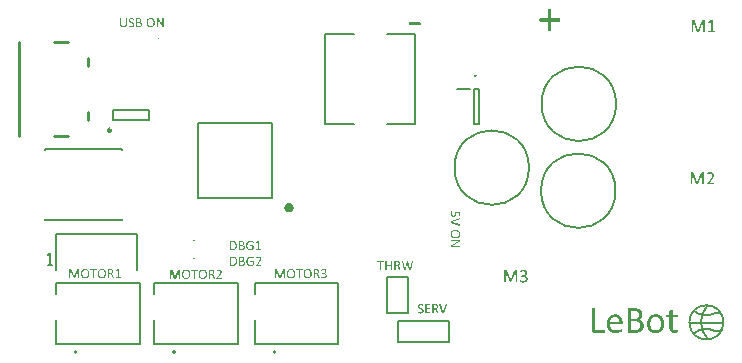
<source format=gto>
G04*
G04 #@! TF.GenerationSoftware,Altium Limited,Altium Designer,18.1.9 (240)*
G04*
G04 Layer_Color=65535*
%FSLAX25Y25*%
%MOIN*%
G70*
G01*
G75*
%ADD10C,0.00591*%
%ADD11C,0.00787*%
%ADD12C,0.01575*%
%ADD13C,0.00394*%
%ADD14C,0.00984*%
%ADD15C,0.00500*%
%ADD16C,0.01000*%
G36*
X135023Y17514D02*
X135053D01*
X135090Y17510D01*
X135163Y17499D01*
X135167D01*
X135182Y17495D01*
X135200Y17492D01*
X135226Y17488D01*
X135256Y17481D01*
X135289Y17470D01*
X135355Y17451D01*
X135359D01*
X135370Y17447D01*
X135388Y17440D01*
X135410Y17433D01*
X135462Y17411D01*
X135518Y17385D01*
X135521D01*
X135529Y17377D01*
X135543Y17374D01*
X135558Y17363D01*
X135588Y17344D01*
X135602Y17333D01*
X135614Y17326D01*
X135617Y17322D01*
X135625Y17315D01*
X135636Y17300D01*
X135643Y17289D01*
Y17285D01*
X135647Y17278D01*
X135654Y17256D01*
Y17252D01*
X135658Y17245D01*
Y17226D01*
X135661Y17208D01*
Y17204D01*
X135665Y17189D01*
Y17163D01*
Y17134D01*
Y17130D01*
Y17127D01*
Y17108D01*
Y17082D01*
X135661Y17056D01*
Y17053D01*
X135658Y17038D01*
X135654Y17019D01*
X135650Y17001D01*
Y16997D01*
X135647Y16990D01*
X135639Y16979D01*
X135628Y16968D01*
X135625D01*
X135621Y16964D01*
X135599Y16961D01*
X135595D01*
X135580Y16964D01*
X135555Y16972D01*
X135518Y16990D01*
X135514D01*
X135506Y16997D01*
X135495Y17001D01*
X135481Y17012D01*
X135459Y17023D01*
X135436Y17034D01*
X135381Y17064D01*
X135377Y17067D01*
X135366Y17071D01*
X135352Y17078D01*
X135329Y17090D01*
X135300Y17101D01*
X135270Y17115D01*
X135233Y17130D01*
X135193Y17141D01*
X135189D01*
X135174Y17149D01*
X135152Y17152D01*
X135119Y17160D01*
X135082Y17167D01*
X135042Y17171D01*
X134997Y17178D01*
X134901D01*
X134872Y17175D01*
X134835Y17171D01*
X134798Y17163D01*
X134724Y17141D01*
X134721D01*
X134709Y17134D01*
X134691Y17127D01*
X134669Y17119D01*
X134617Y17090D01*
X134565Y17049D01*
X134562Y17045D01*
X134555Y17038D01*
X134547Y17027D01*
X134532Y17012D01*
X134503Y16972D01*
X134477Y16916D01*
Y16913D01*
X134473Y16901D01*
X134470Y16887D01*
X134462Y16868D01*
X134458Y16842D01*
X134451Y16817D01*
X134448Y16754D01*
Y16746D01*
Y16732D01*
X134451Y16710D01*
X134455Y16676D01*
X134462Y16643D01*
X134473Y16606D01*
X134488Y16569D01*
X134506Y16532D01*
X134510Y16529D01*
X134518Y16518D01*
X134529Y16499D01*
X134547Y16477D01*
X134569Y16451D01*
X134599Y16425D01*
X134628Y16396D01*
X134661Y16370D01*
X134665Y16366D01*
X134680Y16359D01*
X134698Y16344D01*
X134728Y16330D01*
X134761Y16307D01*
X134798Y16285D01*
X134839Y16263D01*
X134883Y16241D01*
X134890Y16237D01*
X134905Y16230D01*
X134931Y16219D01*
X134960Y16204D01*
X135001Y16186D01*
X135042Y16163D01*
X135137Y16119D01*
X135145Y16116D01*
X135160Y16108D01*
X135186Y16097D01*
X135219Y16082D01*
X135259Y16060D01*
X135303Y16038D01*
X135396Y15986D01*
X135403Y15983D01*
X135418Y15975D01*
X135440Y15960D01*
X135470Y15938D01*
X135506Y15913D01*
X135543Y15887D01*
X135580Y15854D01*
X135617Y15817D01*
X135621Y15813D01*
X135636Y15798D01*
X135650Y15780D01*
X135676Y15750D01*
X135698Y15717D01*
X135728Y15676D01*
X135754Y15632D01*
X135776Y15584D01*
X135780Y15577D01*
X135787Y15562D01*
X135794Y15532D01*
X135809Y15495D01*
X135820Y15448D01*
X135828Y15396D01*
X135835Y15337D01*
X135839Y15270D01*
Y15267D01*
Y15259D01*
Y15248D01*
Y15234D01*
X135835Y15193D01*
X135828Y15141D01*
X135820Y15082D01*
X135805Y15020D01*
X135783Y14953D01*
X135757Y14887D01*
X135754Y14879D01*
X135743Y14861D01*
X135724Y14828D01*
X135702Y14791D01*
X135669Y14743D01*
X135632Y14698D01*
X135588Y14650D01*
X135536Y14603D01*
X135529Y14599D01*
X135510Y14584D01*
X135481Y14562D01*
X135444Y14540D01*
X135392Y14510D01*
X135337Y14481D01*
X135274Y14455D01*
X135204Y14429D01*
X135200D01*
X135196Y14425D01*
X135186D01*
X135171Y14422D01*
X135134Y14411D01*
X135082Y14400D01*
X135023Y14389D01*
X134953Y14381D01*
X134879Y14374D01*
X134798Y14370D01*
X134743D01*
X134706Y14374D01*
X134661Y14378D01*
X134610Y14381D01*
X134510Y14396D01*
X134503D01*
X134488Y14400D01*
X134462Y14407D01*
X134433Y14414D01*
X134396Y14422D01*
X134359Y14433D01*
X134278Y14459D01*
X134274D01*
X134259Y14466D01*
X134241Y14473D01*
X134219Y14481D01*
X134160Y14507D01*
X134104Y14536D01*
X134101Y14540D01*
X134093Y14544D01*
X134082Y14551D01*
X134067Y14562D01*
X134034Y14584D01*
X134019Y14595D01*
X134008Y14606D01*
X134005Y14610D01*
X133994Y14625D01*
X133979Y14647D01*
X133968Y14676D01*
Y14680D01*
Y14684D01*
X133964Y14695D01*
Y14710D01*
X133960Y14747D01*
X133957Y14794D01*
Y14798D01*
Y14802D01*
Y14824D01*
Y14853D01*
X133960Y14879D01*
Y14887D01*
X133964Y14901D01*
X133968Y14920D01*
X133972Y14935D01*
X133975Y14938D01*
X133979Y14946D01*
X133986Y14957D01*
X133997Y14964D01*
X134001Y14968D01*
X134008Y14972D01*
X134019Y14975D01*
X134038D01*
X134056Y14972D01*
X134082Y14957D01*
X134101Y14949D01*
X134123Y14935D01*
X134126D01*
X134134Y14927D01*
X134149Y14920D01*
X134167Y14909D01*
X134189Y14894D01*
X134215Y14879D01*
X134278Y14846D01*
X134281Y14842D01*
X134296Y14839D01*
X134315Y14828D01*
X134344Y14817D01*
X134377Y14802D01*
X134414Y14787D01*
X134458Y14772D01*
X134506Y14758D01*
X134514D01*
X134529Y14750D01*
X134558Y14747D01*
X134595Y14739D01*
X134639Y14732D01*
X134695Y14724D01*
X134754Y14721D01*
X134817Y14717D01*
X134839D01*
X134864Y14721D01*
X134898D01*
X134934Y14724D01*
X134975Y14732D01*
X135056Y14750D01*
X135060D01*
X135075Y14758D01*
X135097Y14765D01*
X135123Y14776D01*
X135182Y14809D01*
X135245Y14850D01*
X135248Y14853D01*
X135259Y14861D01*
X135274Y14876D01*
X135292Y14894D01*
X135311Y14916D01*
X135333Y14946D01*
X135370Y15008D01*
X135374Y15012D01*
X135377Y15027D01*
X135385Y15045D01*
X135392Y15071D01*
X135399Y15104D01*
X135407Y15141D01*
X135414Y15182D01*
Y15226D01*
Y15234D01*
Y15248D01*
X135410Y15270D01*
X135407Y15304D01*
X135399Y15337D01*
X135388Y15374D01*
X135374Y15411D01*
X135352Y15448D01*
X135348Y15451D01*
X135340Y15462D01*
X135329Y15481D01*
X135311Y15503D01*
X135289Y15529D01*
X135263Y15555D01*
X135230Y15584D01*
X135196Y15610D01*
X135193Y15614D01*
X135178Y15621D01*
X135160Y15636D01*
X135134Y15651D01*
X135101Y15673D01*
X135064Y15691D01*
X135019Y15713D01*
X134975Y15735D01*
X134971Y15739D01*
X134953Y15746D01*
X134931Y15757D01*
X134898Y15772D01*
X134861Y15791D01*
X134817Y15809D01*
X134721Y15854D01*
X134713Y15857D01*
X134698Y15865D01*
X134673Y15876D01*
X134639Y15894D01*
X134602Y15916D01*
X134562Y15938D01*
X134470Y15990D01*
X134466Y15994D01*
X134448Y16005D01*
X134425Y16019D01*
X134396Y16038D01*
X134363Y16064D01*
X134326Y16093D01*
X134248Y16160D01*
X134245Y16163D01*
X134233Y16178D01*
X134215Y16197D01*
X134193Y16226D01*
X134167Y16259D01*
X134141Y16300D01*
X134115Y16344D01*
X134093Y16392D01*
X134090Y16400D01*
X134086Y16418D01*
X134075Y16444D01*
X134064Y16485D01*
X134053Y16532D01*
X134045Y16584D01*
X134038Y16647D01*
X134034Y16713D01*
Y16717D01*
Y16721D01*
Y16732D01*
Y16746D01*
X134038Y16783D01*
X134042Y16828D01*
X134049Y16883D01*
X134064Y16938D01*
X134079Y16997D01*
X134101Y17056D01*
X134104Y17064D01*
X134115Y17082D01*
X134130Y17108D01*
X134152Y17145D01*
X134178Y17186D01*
X134211Y17226D01*
X134248Y17267D01*
X134292Y17307D01*
X134300Y17311D01*
X134315Y17326D01*
X134341Y17344D01*
X134377Y17366D01*
X134422Y17392D01*
X134470Y17418D01*
X134525Y17440D01*
X134588Y17462D01*
X134591D01*
X134595Y17466D01*
X134617Y17470D01*
X134654Y17481D01*
X134698Y17492D01*
X134754Y17499D01*
X134817Y17510D01*
X134887Y17514D01*
X134960Y17518D01*
X134997D01*
X135023Y17514D01*
D02*
G37*
G36*
X143558Y17481D02*
X143591Y17477D01*
X143599D01*
X143617Y17470D01*
X143636Y17462D01*
X143650Y17451D01*
X143654Y17447D01*
X143658Y17440D01*
X143661Y17425D01*
Y17403D01*
Y17400D01*
X143658Y17381D01*
X143650Y17355D01*
X143639Y17322D01*
X142643Y14484D01*
X142639Y14481D01*
X142636Y14470D01*
X142613Y14440D01*
X142610Y14436D01*
X142602Y14433D01*
X142588Y14422D01*
X142569Y14414D01*
X142566D01*
X142547Y14411D01*
X142525Y14407D01*
X142492Y14403D01*
X142462D01*
X142425Y14400D01*
X142318D01*
X142285Y14403D01*
X142263D01*
X142241Y14407D01*
X142219Y14411D01*
X142215D01*
X142204Y14414D01*
X142189D01*
X142171Y14418D01*
X142167D01*
X142160Y14422D01*
X142137Y14429D01*
X142134Y14433D01*
X142130Y14436D01*
X142115Y14451D01*
Y14455D01*
X142112Y14462D01*
X142101Y14484D01*
X141101Y17326D01*
Y17330D01*
X141097Y17333D01*
X141089Y17355D01*
X141082Y17381D01*
X141078Y17407D01*
Y17414D01*
X141082Y17425D01*
X141089Y17440D01*
X141101Y17455D01*
X141104Y17459D01*
X141119Y17466D01*
X141137Y17473D01*
X141167Y17477D01*
X141174D01*
X141185Y17481D01*
X141219D01*
X141241Y17484D01*
X141366D01*
X141399Y17481D01*
X141407D01*
X141422Y17477D01*
X141444Y17473D01*
X141462Y17466D01*
X141466D01*
X141473Y17459D01*
X141484Y17451D01*
X141492Y17440D01*
X141495Y17436D01*
X141499Y17429D01*
X141506Y17418D01*
X141514Y17403D01*
X142392Y14831D01*
X142396D01*
X143248Y17396D01*
Y17400D01*
X143252Y17414D01*
X143259Y17425D01*
X143263Y17440D01*
X143267Y17444D01*
X143270Y17447D01*
X143281Y17459D01*
X143296Y17466D01*
X143300Y17470D01*
X143311Y17473D01*
X143333Y17477D01*
X143359Y17481D01*
X143377D01*
X143392Y17484D01*
X143517D01*
X143558Y17481D01*
D02*
G37*
G36*
X138041Y17466D02*
X138053Y17459D01*
X138056Y17455D01*
X138060Y17451D01*
X138067Y17440D01*
X138075Y17425D01*
X138078Y17422D01*
X138082Y17411D01*
X138086Y17396D01*
X138093Y17374D01*
Y17366D01*
X138097Y17352D01*
X138101Y17326D01*
Y17296D01*
Y17293D01*
Y17289D01*
Y17270D01*
X138097Y17245D01*
X138093Y17219D01*
Y17215D01*
X138090Y17200D01*
X138082Y17186D01*
X138075Y17167D01*
Y17163D01*
X138071Y17156D01*
X138053Y17138D01*
X138049D01*
X138041Y17134D01*
X138019Y17130D01*
X136824D01*
Y16174D01*
X137861D01*
X137872Y16171D01*
X137883Y16163D01*
X137887Y16160D01*
X137890Y16156D01*
X137909Y16134D01*
X137912Y16130D01*
X137916Y16119D01*
X137920Y16104D01*
X137923Y16082D01*
Y16075D01*
X137927Y16060D01*
X137931Y16034D01*
Y16001D01*
Y15994D01*
Y15975D01*
X137927Y15953D01*
X137923Y15927D01*
Y15924D01*
X137920Y15909D01*
X137916Y15894D01*
X137909Y15879D01*
Y15876D01*
X137901Y15868D01*
X137894Y15861D01*
X137883Y15854D01*
X137879D01*
X137872Y15850D01*
X137850Y15846D01*
X136824D01*
Y14754D01*
X138045D01*
X138056Y14750D01*
X138067Y14743D01*
X138071Y14739D01*
X138078Y14735D01*
X138090Y14724D01*
X138097Y14710D01*
X138101Y14706D01*
X138104Y14695D01*
X138108Y14680D01*
X138112Y14658D01*
Y14654D01*
X138115Y14636D01*
X138119Y14614D01*
Y14580D01*
Y14573D01*
Y14555D01*
X138115Y14532D01*
X138112Y14507D01*
Y14503D01*
X138108Y14488D01*
X138104Y14470D01*
X138097Y14451D01*
X138093Y14448D01*
X138090Y14440D01*
X138067Y14422D01*
X138064D01*
X138056Y14418D01*
X138034Y14414D01*
X136558D01*
X136532Y14418D01*
X136503Y14429D01*
X136466Y14448D01*
X136462Y14451D01*
X136459Y14455D01*
X136451Y14466D01*
X136444Y14477D01*
X136433Y14495D01*
X136425Y14518D01*
X136422Y14544D01*
X136418Y14577D01*
Y17304D01*
Y17307D01*
Y17318D01*
X136422Y17333D01*
X136425Y17355D01*
X136440Y17396D01*
X136451Y17418D01*
X136466Y17433D01*
X136470D01*
X136473Y17440D01*
X136495Y17451D01*
X136529Y17462D01*
X136565Y17470D01*
X138030D01*
X138041Y17466D01*
D02*
G37*
G36*
X139706D02*
X139739D01*
X139768Y17462D01*
X139783D01*
X139798Y17459D01*
X139816D01*
X139861Y17455D01*
X139909Y17447D01*
X139916D01*
X139938Y17444D01*
X139971Y17436D01*
X140016Y17425D01*
X140064Y17411D01*
X140115Y17396D01*
X140171Y17374D01*
X140222Y17352D01*
X140230Y17348D01*
X140244Y17341D01*
X140270Y17326D01*
X140304Y17307D01*
X140337Y17281D01*
X140377Y17252D01*
X140414Y17219D01*
X140451Y17182D01*
X140455Y17178D01*
X140466Y17163D01*
X140484Y17145D01*
X140503Y17115D01*
X140525Y17082D01*
X140547Y17042D01*
X140569Y16997D01*
X140588Y16949D01*
X140591Y16942D01*
X140595Y16927D01*
X140602Y16901D01*
X140613Y16864D01*
X140621Y16824D01*
X140628Y16772D01*
X140632Y16721D01*
X140636Y16662D01*
Y16654D01*
Y16636D01*
X140632Y16606D01*
Y16569D01*
X140624Y16529D01*
X140617Y16485D01*
X140606Y16436D01*
X140591Y16388D01*
Y16385D01*
X140584Y16366D01*
X140573Y16344D01*
X140562Y16315D01*
X140543Y16282D01*
X140525Y16245D01*
X140473Y16171D01*
X140470Y16167D01*
X140459Y16156D01*
X140444Y16138D01*
X140422Y16116D01*
X140392Y16090D01*
X140363Y16064D01*
X140326Y16034D01*
X140285Y16008D01*
X140281Y16005D01*
X140267Y15997D01*
X140244Y15986D01*
X140215Y15968D01*
X140178Y15953D01*
X140137Y15931D01*
X140089Y15913D01*
X140041Y15894D01*
X140045D01*
X140056Y15887D01*
X140071Y15879D01*
X140089Y15872D01*
X140134Y15846D01*
X140178Y15809D01*
X140182Y15805D01*
X140189Y15802D01*
X140200Y15791D01*
X140215Y15776D01*
X140252Y15739D01*
X140292Y15687D01*
X140296Y15684D01*
X140304Y15676D01*
X140311Y15662D01*
X140326Y15639D01*
X140340Y15617D01*
X140359Y15588D01*
X140396Y15525D01*
X140399Y15521D01*
X140403Y15510D01*
X140414Y15488D01*
X140425Y15466D01*
X140440Y15433D01*
X140455Y15400D01*
X140473Y15359D01*
X140488Y15318D01*
X140765Y14647D01*
Y14643D01*
X140768Y14632D01*
X140776Y14617D01*
X140783Y14599D01*
X140794Y14558D01*
X140802Y14540D01*
X140805Y14525D01*
X140809Y14521D01*
X140813Y14507D01*
X140816Y14488D01*
Y14473D01*
Y14470D01*
Y14462D01*
X140809Y14440D01*
Y14436D01*
X140802Y14433D01*
X140791Y14425D01*
X140776Y14418D01*
X140772D01*
X140761Y14414D01*
X140739Y14411D01*
X140709Y14407D01*
X140702D01*
X140680Y14403D01*
X140647Y14400D01*
X140562D01*
X140529Y14403D01*
X140495Y14407D01*
X140488D01*
X140473Y14411D01*
X140455Y14414D01*
X140433Y14418D01*
X140429Y14422D01*
X140422Y14425D01*
X140396Y14448D01*
Y14451D01*
X140388Y14462D01*
X140385Y14477D01*
X140377Y14495D01*
X140097Y15215D01*
X140093Y15223D01*
X140089Y15237D01*
X140078Y15259D01*
X140064Y15289D01*
X140049Y15322D01*
X140030Y15363D01*
X139990Y15440D01*
X139986Y15444D01*
X139982Y15459D01*
X139971Y15477D01*
X139957Y15503D01*
X139916Y15558D01*
X139864Y15617D01*
X139861Y15621D01*
X139853Y15628D01*
X139839Y15643D01*
X139816Y15658D01*
X139791Y15676D01*
X139765Y15698D01*
X139732Y15717D01*
X139695Y15732D01*
X139691Y15735D01*
X139676Y15739D01*
X139654Y15746D01*
X139628Y15754D01*
X139591Y15761D01*
X139551Y15769D01*
X139506Y15776D01*
X139185D01*
Y14473D01*
Y14470D01*
Y14462D01*
X139182Y14451D01*
X139174Y14440D01*
X139171Y14436D01*
X139167Y14433D01*
X139156Y14425D01*
X139141Y14418D01*
X139137D01*
X139126Y14414D01*
X139104Y14411D01*
X139078Y14407D01*
X139071D01*
X139053Y14403D01*
X139019Y14400D01*
X138949D01*
X138916Y14403D01*
X138883Y14407D01*
X138875D01*
X138861Y14411D01*
X138839Y14414D01*
X138820Y14418D01*
X138816D01*
X138809Y14425D01*
X138798Y14429D01*
X138787Y14440D01*
Y14444D01*
X138783Y14451D01*
X138779Y14473D01*
Y17304D01*
Y17307D01*
Y17318D01*
X138783Y17333D01*
X138787Y17355D01*
X138802Y17396D01*
X138813Y17418D01*
X138828Y17433D01*
X138831D01*
X138835Y17440D01*
X138857Y17451D01*
X138890Y17462D01*
X138927Y17470D01*
X139647D01*
X139706Y17466D01*
D02*
G37*
G36*
X134682Y111478D02*
X134694D01*
X134719Y111453D01*
X134743Y111428D01*
X134768Y111379D01*
X134780Y111367D01*
X134792Y111330D01*
X134805Y111281D01*
X134829Y111207D01*
Y111195D01*
X134842Y111146D01*
X134854Y111059D01*
Y110961D01*
Y110949D01*
Y110912D01*
Y110863D01*
X134842Y110789D01*
X134829Y110654D01*
X134805Y110580D01*
X134780Y110531D01*
X134768Y110518D01*
X134731Y110481D01*
X134657Y110432D01*
X134571Y110420D01*
X131262D01*
X131201Y110432D01*
X131127Y110469D01*
X131065Y110531D01*
Y110543D01*
X131053Y110555D01*
X131041Y110592D01*
Y110629D01*
X131028Y110690D01*
X131016Y110764D01*
X131004Y110850D01*
Y110961D01*
Y110973D01*
Y111010D01*
Y111059D01*
X131016Y111121D01*
X131028Y111269D01*
X131041Y111330D01*
X131065Y111379D01*
X131078Y111404D01*
X131127Y111441D01*
X131188Y111478D01*
X131287Y111502D01*
X134608D01*
X134682Y111478D01*
D02*
G37*
G36*
X229157Y61470D02*
X229187Y61461D01*
X229197Y61456D01*
X229211Y61451D01*
X229236Y61436D01*
X229261Y61416D01*
X229266Y61411D01*
X229280Y61397D01*
X229300Y61372D01*
X229315Y61338D01*
X229320Y61328D01*
X229325Y61308D01*
X229330Y61274D01*
X229334Y61229D01*
Y57480D01*
Y57475D01*
Y57465D01*
X229330Y57451D01*
X229320Y57436D01*
X229315Y57431D01*
X229310Y57426D01*
X229295Y57416D01*
X229271Y57407D01*
X229266D01*
X229251Y57402D01*
X229226Y57397D01*
X229192Y57392D01*
X229182D01*
X229157Y57387D01*
X229113Y57382D01*
X229015D01*
X228975Y57387D01*
X228931Y57392D01*
X228921D01*
X228902Y57397D01*
X228872Y57402D01*
X228847Y57407D01*
X228842D01*
X228833Y57416D01*
X228818Y57421D01*
X228803Y57436D01*
Y57441D01*
X228798Y57451D01*
X228793Y57480D01*
Y61028D01*
X228783D01*
X227347Y57465D01*
Y57461D01*
X227342Y57451D01*
X227317Y57426D01*
X227312D01*
X227308Y57416D01*
X227293Y57411D01*
X227268Y57402D01*
X227263D01*
X227248Y57397D01*
X227224Y57392D01*
X227189Y57387D01*
X227160D01*
X227125Y57382D01*
X227042D01*
X227007Y57387D01*
X226968Y57392D01*
X226963D01*
X226943Y57397D01*
X226914Y57402D01*
X226889Y57407D01*
X226884D01*
X226874Y57411D01*
X226840Y57431D01*
Y57436D01*
X226830Y57441D01*
X226816Y57465D01*
X225443Y61028D01*
Y57480D01*
Y57475D01*
Y57465D01*
X225438Y57451D01*
X225428Y57436D01*
X225423Y57431D01*
X225418Y57426D01*
X225403Y57416D01*
X225379Y57407D01*
X225374D01*
X225359Y57402D01*
X225330Y57397D01*
X225295Y57392D01*
X225285D01*
X225261Y57387D01*
X225221Y57382D01*
X225123D01*
X225079Y57387D01*
X225034Y57392D01*
X225025D01*
X225005Y57397D01*
X224980Y57402D01*
X224951Y57407D01*
X224946D01*
X224936Y57416D01*
X224921Y57421D01*
X224911Y57436D01*
Y57441D01*
X224906Y57451D01*
X224902Y57480D01*
Y61229D01*
Y61234D01*
Y61249D01*
X224906Y61274D01*
X224911Y61303D01*
X224931Y61362D01*
X224946Y61392D01*
X224970Y61416D01*
X224975Y61421D01*
X224985Y61426D01*
X224995Y61436D01*
X225015Y61446D01*
X225064Y61466D01*
X225093Y61475D01*
X225517D01*
X225576Y61466D01*
X225635Y61456D01*
X225640D01*
X225649Y61451D01*
X225664Y61446D01*
X225684Y61441D01*
X225728Y61421D01*
X225772Y61392D01*
X225777D01*
X225782Y61387D01*
X225807Y61362D01*
X225836Y61333D01*
X225866Y61288D01*
Y61283D01*
X225871Y61278D01*
X225890Y61249D01*
X225910Y61200D01*
X225935Y61141D01*
X227101Y58194D01*
X227116D01*
X228331Y61131D01*
Y61136D01*
X228336Y61146D01*
X228346Y61165D01*
X228355Y61190D01*
X228375Y61239D01*
X228405Y61293D01*
Y61298D01*
X228414Y61303D01*
X228434Y61333D01*
X228464Y61362D01*
X228498Y61397D01*
X228508Y61401D01*
X228533Y61421D01*
X228567Y61436D01*
X228606Y61456D01*
X228611D01*
X228616Y61461D01*
X228651Y61466D01*
X228695Y61470D01*
X228749Y61475D01*
X229128D01*
X229157Y61470D01*
D02*
G37*
G36*
X231524Y61534D02*
X231598Y61529D01*
X231676Y61520D01*
X231765Y61505D01*
X231854Y61485D01*
X231937Y61456D01*
X231942D01*
X231947Y61451D01*
X231977Y61441D01*
X232016Y61421D01*
X232065Y61397D01*
X232124Y61362D01*
X232188Y61323D01*
X232247Y61278D01*
X232306Y61224D01*
X232311Y61220D01*
X232331Y61200D01*
X232355Y61170D01*
X232390Y61131D01*
X232424Y61077D01*
X232464Y61023D01*
X232498Y60954D01*
X232528Y60885D01*
X232533Y60875D01*
X232537Y60851D01*
X232552Y60811D01*
X232567Y60762D01*
X232577Y60703D01*
X232592Y60634D01*
X232596Y60555D01*
X232601Y60477D01*
Y60467D01*
Y60442D01*
Y60408D01*
X232596Y60359D01*
X232592Y60299D01*
X232587Y60231D01*
X232562Y60088D01*
Y60078D01*
X232557Y60053D01*
X232547Y60014D01*
X232533Y59965D01*
X232513Y59901D01*
X232483Y59832D01*
X232454Y59753D01*
X232414Y59670D01*
X232410Y59660D01*
X232395Y59630D01*
X232370Y59586D01*
X232336Y59522D01*
X232287Y59448D01*
X232232Y59365D01*
X232168Y59266D01*
X232095Y59168D01*
Y59163D01*
X232085Y59153D01*
X232075Y59138D01*
X232055Y59119D01*
X232036Y59094D01*
X232011Y59060D01*
X231947Y58986D01*
X231863Y58892D01*
X231770Y58784D01*
X231657Y58666D01*
X231534Y58533D01*
X230889Y57859D01*
X232680D01*
X232695Y57854D01*
X232710Y57844D01*
X232715Y57839D01*
X232724Y57835D01*
X232739Y57820D01*
X232749Y57800D01*
X232754Y57795D01*
X232759Y57780D01*
X232769Y57756D01*
X232779Y57726D01*
Y57721D01*
X232783Y57702D01*
X232788Y57672D01*
Y57633D01*
Y57628D01*
Y57623D01*
Y57598D01*
X232783Y57564D01*
X232779Y57529D01*
Y57525D01*
X232774Y57505D01*
X232764Y57480D01*
X232754Y57456D01*
Y57451D01*
X232744Y57441D01*
X232734Y57426D01*
X232719Y57411D01*
X232715D01*
X232705Y57407D01*
X232685Y57402D01*
X230387D01*
X230358Y57407D01*
X230333Y57411D01*
X230328D01*
X230314Y57421D01*
X230299Y57431D01*
X230279Y57446D01*
X230274Y57451D01*
X230264Y57465D01*
X230255Y57485D01*
X230245Y57515D01*
Y57525D01*
X230240Y57549D01*
X230235Y57584D01*
Y57633D01*
Y57638D01*
Y57643D01*
Y57672D01*
Y57707D01*
Y57741D01*
Y57751D01*
X230240Y57771D01*
X230245Y57795D01*
X230255Y57825D01*
X230259Y57830D01*
X230269Y57849D01*
X230284Y57874D01*
X230299Y57898D01*
X230304Y57903D01*
X230318Y57923D01*
X230338Y57948D01*
X230363Y57977D01*
X231175Y58819D01*
X231179Y58824D01*
X231189Y58833D01*
X231204Y58848D01*
X231224Y58868D01*
X231273Y58922D01*
X231337Y58991D01*
X231411Y59074D01*
X231485Y59158D01*
X231558Y59247D01*
X231627Y59335D01*
Y59340D01*
X231637Y59345D01*
X231657Y59374D01*
X231686Y59419D01*
X231726Y59473D01*
X231770Y59537D01*
X231814Y59611D01*
X231854Y59680D01*
X231893Y59753D01*
X231898Y59763D01*
X231908Y59788D01*
X231922Y59822D01*
X231942Y59866D01*
X231962Y59921D01*
X231986Y59980D01*
X232001Y60039D01*
X232016Y60098D01*
Y60103D01*
X232021Y60122D01*
X232026Y60157D01*
X232031Y60191D01*
X232036Y60236D01*
X232041Y60285D01*
X232045Y60388D01*
Y60393D01*
Y60413D01*
Y60437D01*
X232041Y60472D01*
X232036Y60511D01*
X232026Y60555D01*
X231996Y60644D01*
Y60649D01*
X231986Y60663D01*
X231977Y60688D01*
X231962Y60718D01*
X231922Y60786D01*
X231863Y60860D01*
X231858Y60865D01*
X231849Y60875D01*
X231829Y60895D01*
X231804Y60914D01*
X231775Y60939D01*
X231735Y60964D01*
X231696Y60988D01*
X231647Y61008D01*
X231642Y61013D01*
X231622Y61018D01*
X231598Y61028D01*
X231563Y61037D01*
X231519Y61047D01*
X231470Y61052D01*
X231411Y61062D01*
X231317D01*
X231278Y61057D01*
X231234D01*
X231175Y61047D01*
X231116Y61037D01*
X231052Y61028D01*
X230993Y61008D01*
X230988D01*
X230968Y60998D01*
X230938Y60988D01*
X230899Y60974D01*
X230855Y60954D01*
X230810Y60934D01*
X230717Y60890D01*
X230712Y60885D01*
X230697Y60880D01*
X230678Y60865D01*
X230648Y60851D01*
X230584Y60811D01*
X230520Y60772D01*
X230515D01*
X230505Y60762D01*
X230476Y60747D01*
X230437Y60732D01*
X230402Y60723D01*
X230387D01*
X230358Y60732D01*
Y60737D01*
X230348Y60742D01*
X230328Y60772D01*
Y60777D01*
X230323Y60791D01*
X230318Y60816D01*
X230314Y60846D01*
Y60855D01*
Y60880D01*
X230309Y60914D01*
Y60964D01*
Y60974D01*
Y60988D01*
Y61018D01*
Y61042D01*
Y61047D01*
X230314Y61062D01*
X230318Y61101D01*
Y61106D01*
X230323Y61121D01*
X230338Y61151D01*
X230343Y61155D01*
X230353Y61165D01*
X230368Y61180D01*
X230392Y61205D01*
X230402Y61210D01*
X230422Y61229D01*
X230461Y61259D01*
X230520Y61293D01*
X230525Y61298D01*
X230535Y61303D01*
X230560Y61313D01*
X230584Y61328D01*
X230619Y61347D01*
X230658Y61367D01*
X230702Y61387D01*
X230751Y61406D01*
X230756Y61411D01*
X230776Y61416D01*
X230806Y61426D01*
X230845Y61441D01*
X230889Y61456D01*
X230943Y61470D01*
X231002Y61485D01*
X231061Y61500D01*
X231071D01*
X231091Y61505D01*
X231125Y61515D01*
X231170Y61520D01*
X231224Y61529D01*
X231288Y61534D01*
X231352Y61539D01*
X231470D01*
X231524Y61534D01*
D02*
G37*
G36*
X206374Y16130D02*
X206542Y16120D01*
X206729Y16100D01*
X206925Y16081D01*
X207122Y16041D01*
X207309Y15992D01*
X207319D01*
X207329Y15982D01*
X207388Y15962D01*
X207476Y15933D01*
X207585Y15894D01*
X207703Y15835D01*
X207840Y15766D01*
X207968Y15687D01*
X208086Y15589D01*
X208096Y15579D01*
X208136Y15539D01*
X208195Y15490D01*
X208264Y15412D01*
X208342Y15323D01*
X208421Y15215D01*
X208490Y15087D01*
X208559Y14949D01*
X208569Y14929D01*
X208588Y14880D01*
X208608Y14801D01*
X208647Y14693D01*
X208677Y14565D01*
X208697Y14418D01*
X208716Y14260D01*
X208726Y14083D01*
Y14073D01*
Y14034D01*
Y13975D01*
X208716Y13906D01*
X208706Y13817D01*
X208697Y13719D01*
X208647Y13522D01*
Y13512D01*
X208637Y13483D01*
X208618Y13434D01*
X208598Y13365D01*
X208569Y13296D01*
X208529Y13207D01*
X208441Y13040D01*
X208431Y13030D01*
X208421Y13001D01*
X208391Y12961D01*
X208352Y12902D01*
X208244Y12774D01*
X208106Y12637D01*
X208096Y12627D01*
X208067Y12607D01*
X208027Y12577D01*
X207968Y12538D01*
X207899Y12489D01*
X207821Y12440D01*
X207634Y12351D01*
X207653D01*
X207693Y12341D01*
X207752Y12322D01*
X207840Y12292D01*
X207929Y12263D01*
X208037Y12223D01*
X208254Y12115D01*
X208264Y12105D01*
X208303Y12086D01*
X208362Y12056D01*
X208431Y12007D01*
X208510Y11948D01*
X208598Y11869D01*
X208677Y11790D01*
X208765Y11692D01*
X208775Y11682D01*
X208805Y11643D01*
X208844Y11593D01*
X208893Y11525D01*
X208943Y11436D01*
X209002Y11328D01*
X209061Y11220D01*
X209110Y11092D01*
X209120Y11072D01*
X209130Y11033D01*
X209149Y10964D01*
X209179Y10865D01*
X209198Y10757D01*
X209218Y10619D01*
X209228Y10482D01*
X209238Y10324D01*
Y10305D01*
Y10255D01*
Y10186D01*
X209228Y10088D01*
X209218Y9980D01*
X209198Y9862D01*
X209139Y9616D01*
Y9606D01*
X209120Y9557D01*
X209100Y9498D01*
X209070Y9419D01*
X209031Y9330D01*
X208982Y9232D01*
X208864Y9035D01*
X208854Y9025D01*
X208834Y8996D01*
X208795Y8947D01*
X208746Y8888D01*
X208677Y8809D01*
X208608Y8740D01*
X208431Y8583D01*
X208421Y8573D01*
X208391Y8553D01*
X208332Y8514D01*
X208273Y8464D01*
X208185Y8415D01*
X208086Y8356D01*
X207988Y8307D01*
X207870Y8248D01*
X207860Y8238D01*
X207821Y8228D01*
X207752Y8209D01*
X207673Y8179D01*
X207575Y8140D01*
X207467Y8110D01*
X207339Y8081D01*
X207211Y8051D01*
X207191D01*
X207152Y8041D01*
X207073Y8032D01*
X206975Y8022D01*
X206856Y8012D01*
X206719Y8002D01*
X206561Y7992D01*
X204239D01*
X204170Y8002D01*
X204091Y8032D01*
X203993Y8081D01*
X203983Y8090D01*
X203973Y8100D01*
X203954Y8130D01*
X203934Y8159D01*
X203904Y8209D01*
X203885Y8268D01*
X203875Y8337D01*
X203865Y8425D01*
Y15697D01*
Y15707D01*
Y15736D01*
X203875Y15776D01*
X203885Y15835D01*
X203924Y15943D01*
X203954Y16002D01*
X203993Y16041D01*
X204003D01*
X204013Y16061D01*
X204072Y16090D01*
X204160Y16120D01*
X204269Y16140D01*
X206305D01*
X206374Y16130D01*
D02*
G37*
G36*
X192736Y16169D02*
X192825Y16159D01*
X192844D01*
X192884Y16150D01*
X192943Y16140D01*
X192992Y16120D01*
X193002D01*
X193021Y16110D01*
X193051Y16090D01*
X193080Y16061D01*
X193090Y16051D01*
X193100Y16031D01*
X193110Y16012D01*
Y15972D01*
Y8927D01*
X196072D01*
X196101Y8917D01*
X196131Y8897D01*
X196141Y8888D01*
X196151Y8878D01*
X196180Y8848D01*
X196200Y8809D01*
X196210Y8799D01*
X196219Y8770D01*
X196229Y8730D01*
X196239Y8671D01*
Y8651D01*
X196249Y8612D01*
X196259Y8543D01*
Y8455D01*
Y8445D01*
Y8435D01*
Y8386D01*
X196249Y8317D01*
X196239Y8248D01*
Y8238D01*
X196229Y8199D01*
X196219Y8150D01*
X196200Y8100D01*
Y8090D01*
X196180Y8071D01*
X196160Y8041D01*
X196131Y8012D01*
X196121D01*
X196101Y8002D01*
X196072Y7992D01*
X192402D01*
X192382Y8002D01*
X192342D01*
X192254Y8032D01*
X192156Y8081D01*
X192146Y8090D01*
X192136Y8100D01*
X192116Y8130D01*
X192096Y8159D01*
X192067Y8209D01*
X192047Y8268D01*
X192037Y8337D01*
X192028Y8425D01*
Y15972D01*
Y15982D01*
Y16002D01*
X192047Y16061D01*
X192057Y16071D01*
X192067Y16081D01*
X192096Y16100D01*
X192136Y16120D01*
X192146D01*
X192175Y16130D01*
X192234Y16150D01*
X192303Y16159D01*
X192323D01*
X192382Y16169D01*
X192461Y16179D01*
X192657D01*
X192736Y16169D01*
D02*
G37*
G36*
X218497Y15520D02*
X218576Y15510D01*
X218596D01*
X218635Y15500D01*
X218684Y15490D01*
X218733Y15471D01*
X218743D01*
X218763Y15451D01*
X218792Y15431D01*
X218822Y15402D01*
X218832Y15392D01*
X218842Y15382D01*
X218851Y15352D01*
Y15323D01*
Y13985D01*
X220327D01*
X220357Y13975D01*
X220386Y13955D01*
X220396D01*
X220406Y13936D01*
X220436Y13916D01*
X220455Y13876D01*
X220465Y13867D01*
X220475Y13837D01*
X220485Y13798D01*
X220495Y13739D01*
Y13729D01*
X220504Y13690D01*
X220514Y13621D01*
Y13542D01*
Y13532D01*
Y13502D01*
Y13463D01*
X220504Y13414D01*
X220495Y13306D01*
X220475Y13257D01*
X220455Y13217D01*
X220445Y13197D01*
X220416Y13168D01*
X220367Y13138D01*
X220298Y13119D01*
X218851D01*
Y9950D01*
Y9940D01*
Y9921D01*
Y9891D01*
Y9852D01*
X218861Y9744D01*
X218871Y9616D01*
X218891Y9478D01*
X218920Y9330D01*
X218960Y9193D01*
X219019Y9065D01*
X219028Y9055D01*
X219058Y9015D01*
X219097Y8976D01*
X219166Y8917D01*
X219245Y8868D01*
X219353Y8819D01*
X219481Y8779D01*
X219639Y8770D01*
X219727D01*
X219806Y8779D01*
X219894Y8789D01*
X219904D01*
X219914Y8799D01*
X219963Y8809D01*
X220032Y8828D01*
X220101Y8848D01*
X220121Y8858D01*
X220150Y8868D01*
X220199Y8888D01*
X220249Y8907D01*
X220258Y8917D01*
X220288Y8927D01*
X220327Y8937D01*
X220386D01*
X220426Y8917D01*
X220436D01*
X220445Y8907D01*
X220455Y8888D01*
X220465Y8858D01*
Y8848D01*
X220475Y8828D01*
X220485Y8789D01*
X220495Y8740D01*
Y8730D01*
X220504Y8691D01*
X220514Y8632D01*
Y8553D01*
Y8543D01*
Y8523D01*
Y8494D01*
Y8455D01*
X220504Y8356D01*
X220485Y8268D01*
X220475Y8248D01*
X220465Y8209D01*
X220436Y8159D01*
X220406Y8110D01*
X220396Y8100D01*
X220367Y8081D01*
X220327Y8051D01*
X220258Y8022D01*
X220239Y8012D01*
X220190Y8002D01*
X220121Y7972D01*
X220022Y7953D01*
X220003D01*
X219944Y7933D01*
X219855Y7923D01*
X219747Y7903D01*
X219727D01*
X219698Y7894D01*
X219658D01*
X219570Y7884D01*
X219393D01*
X219304Y7894D01*
X219206D01*
X219078Y7913D01*
X218960Y7933D01*
X218832Y7953D01*
X218704Y7992D01*
X218694Y8002D01*
X218655Y8012D01*
X218596Y8041D01*
X218517Y8081D01*
X218438Y8130D01*
X218350Y8189D01*
X218261Y8268D01*
X218182Y8346D01*
X218172Y8356D01*
X218153Y8386D01*
X218113Y8445D01*
X218074Y8514D01*
X218025Y8592D01*
X217976Y8701D01*
X217936Y8819D01*
X217897Y8947D01*
Y8966D01*
X217887Y9015D01*
X217867Y9084D01*
X217858Y9193D01*
X217838Y9320D01*
X217818Y9458D01*
X217808Y9625D01*
Y9803D01*
Y13119D01*
X216992D01*
X216952Y13129D01*
X216903Y13158D01*
X216854Y13217D01*
Y13227D01*
X216844Y13237D01*
X216834Y13257D01*
Y13296D01*
X216824Y13335D01*
X216814Y13394D01*
X216805Y13463D01*
Y13542D01*
Y13552D01*
Y13562D01*
Y13611D01*
Y13680D01*
X216814Y13739D01*
Y13758D01*
X216824Y13788D01*
X216844Y13837D01*
X216854Y13876D01*
X216864Y13886D01*
X216874Y13906D01*
X216893Y13936D01*
X216923Y13955D01*
X216933Y13965D01*
X216952Y13975D01*
X216982Y13985D01*
X217808D01*
Y15323D01*
Y15333D01*
Y15352D01*
X217828Y15402D01*
Y15412D01*
X217848Y15421D01*
X217867Y15451D01*
X217907Y15471D01*
X217917Y15480D01*
X217946Y15490D01*
X217995Y15500D01*
X218064Y15510D01*
X218084D01*
X218133Y15520D01*
X218222Y15529D01*
X218409D01*
X218497Y15520D01*
D02*
G37*
G36*
X213430Y14093D02*
X213498D01*
X213666Y14073D01*
X213862Y14053D01*
X214059Y14014D01*
X214266Y13955D01*
X214473Y13886D01*
X214482D01*
X214492Y13876D01*
X214522Y13867D01*
X214561Y13847D01*
X214660Y13798D01*
X214778Y13739D01*
X214915Y13650D01*
X215063Y13542D01*
X215201Y13424D01*
X215338Y13286D01*
X215358Y13266D01*
X215398Y13217D01*
X215457Y13129D01*
X215535Y13020D01*
X215614Y12883D01*
X215703Y12715D01*
X215791Y12528D01*
X215860Y12322D01*
Y12312D01*
X215870Y12292D01*
X215880Y12263D01*
X215890Y12223D01*
X215899Y12164D01*
X215919Y12105D01*
X215949Y11948D01*
X215978Y11761D01*
X216008Y11544D01*
X216027Y11298D01*
X216037Y11043D01*
Y11033D01*
Y11013D01*
Y10974D01*
Y10924D01*
X216027Y10865D01*
Y10796D01*
X216018Y10629D01*
X215988Y10432D01*
X215958Y10216D01*
X215909Y9990D01*
X215850Y9763D01*
Y9753D01*
X215840Y9734D01*
X215830Y9704D01*
X215811Y9665D01*
X215772Y9557D01*
X215712Y9419D01*
X215634Y9262D01*
X215535Y9094D01*
X215427Y8927D01*
X215299Y8760D01*
X215280Y8740D01*
X215240Y8691D01*
X215161Y8612D01*
X215053Y8523D01*
X214925Y8415D01*
X214768Y8307D01*
X214591Y8209D01*
X214394Y8110D01*
X214384D01*
X214374Y8100D01*
X214335Y8090D01*
X214296Y8071D01*
X214246Y8051D01*
X214187Y8032D01*
X214030Y7992D01*
X213853Y7953D01*
X213636Y7913D01*
X213390Y7884D01*
X213134Y7874D01*
X213016D01*
X212957Y7884D01*
X212888D01*
X212721Y7903D01*
X212534Y7923D01*
X212328Y7963D01*
X212121Y8012D01*
X211914Y8081D01*
X211904D01*
X211894Y8090D01*
X211865Y8100D01*
X211826Y8120D01*
X211727Y8169D01*
X211609Y8238D01*
X211471Y8317D01*
X211334Y8425D01*
X211186Y8543D01*
X211048Y8681D01*
X211029Y8701D01*
X210989Y8750D01*
X210930Y8838D01*
X210852Y8947D01*
X210773Y9094D01*
X210684Y9252D01*
X210606Y9439D01*
X210537Y9645D01*
Y9655D01*
X210527Y9675D01*
X210517Y9704D01*
X210507Y9744D01*
X210497Y9803D01*
X210487Y9862D01*
X210458Y10019D01*
X210419Y10216D01*
X210399Y10432D01*
X210379Y10669D01*
X210369Y10934D01*
Y10944D01*
Y10964D01*
Y11003D01*
Y11052D01*
X210379Y11111D01*
Y11180D01*
X210389Y11348D01*
X210409Y11544D01*
X210448Y11761D01*
X210487Y11987D01*
X210546Y12204D01*
Y12213D01*
X210556Y12233D01*
X210566Y12263D01*
X210576Y12302D01*
X210625Y12410D01*
X210684Y12548D01*
X210753Y12706D01*
X210852Y12873D01*
X210960Y13040D01*
X211088Y13207D01*
Y13217D01*
X211107Y13227D01*
X211157Y13276D01*
X211235Y13355D01*
X211334Y13453D01*
X211471Y13552D01*
X211619Y13660D01*
X211796Y13768D01*
X211993Y13867D01*
X212003D01*
X212022Y13876D01*
X212052Y13886D01*
X212091Y13906D01*
X212140Y13926D01*
X212200Y13945D01*
X212357Y13985D01*
X212534Y14024D01*
X212751Y14063D01*
X212997Y14093D01*
X213252Y14103D01*
X213370D01*
X213430Y14093D01*
D02*
G37*
G36*
X199840D02*
X199909D01*
X200067Y14073D01*
X200244Y14053D01*
X200431Y14014D01*
X200628Y13955D01*
X200805Y13886D01*
X200815D01*
X200824Y13876D01*
X200884Y13847D01*
X200972Y13798D01*
X201080Y13729D01*
X201198Y13650D01*
X201336Y13552D01*
X201464Y13434D01*
X201582Y13306D01*
X201592Y13286D01*
X201631Y13237D01*
X201690Y13168D01*
X201749Y13060D01*
X201828Y12942D01*
X201897Y12794D01*
X201966Y12627D01*
X202025Y12450D01*
Y12440D01*
X202035Y12430D01*
Y12400D01*
X202045Y12371D01*
X202074Y12273D01*
X202104Y12145D01*
X202123Y11987D01*
X202153Y11810D01*
X202163Y11623D01*
X202173Y11416D01*
Y11230D01*
Y11220D01*
Y11190D01*
X202163Y11151D01*
X202153Y11092D01*
X202123Y10974D01*
X202084Y10924D01*
X202045Y10875D01*
X202035D01*
X202025Y10855D01*
X201966Y10826D01*
X201868Y10796D01*
X201759Y10777D01*
X198030D01*
Y10767D01*
Y10757D01*
Y10698D01*
X198040Y10610D01*
Y10492D01*
X198050Y10363D01*
X198069Y10216D01*
X198118Y9921D01*
X198128Y9901D01*
X198138Y9862D01*
X198158Y9793D01*
X198197Y9704D01*
X198237Y9596D01*
X198296Y9488D01*
X198355Y9380D01*
X198433Y9271D01*
X198443Y9262D01*
X198473Y9232D01*
X198522Y9183D01*
X198591Y9124D01*
X198679Y9055D01*
X198778Y8986D01*
X198886Y8917D01*
X199014Y8858D01*
X199034Y8848D01*
X199073Y8838D01*
X199152Y8819D01*
X199260Y8789D01*
X199378Y8760D01*
X199526Y8740D01*
X199693Y8730D01*
X199880Y8720D01*
X200027D01*
X200126Y8730D01*
X200244D01*
X200362Y8750D01*
X200608Y8779D01*
X200618D01*
X200657Y8789D01*
X200716Y8809D01*
X200795Y8828D01*
X200884Y8848D01*
X200972Y8868D01*
X201149Y8927D01*
X201159D01*
X201189Y8947D01*
X201228Y8956D01*
X201287Y8976D01*
X201415Y9035D01*
X201533Y9084D01*
X201543D01*
X201562Y9094D01*
X201622Y9124D01*
X201690Y9143D01*
X201759Y9153D01*
X201789D01*
X201818Y9143D01*
X201838Y9124D01*
X201848D01*
X201858Y9104D01*
X201877Y9084D01*
X201897Y9055D01*
Y9045D01*
X201907Y9025D01*
X201917Y8986D01*
X201927Y8937D01*
Y8927D01*
X201936Y8888D01*
Y8819D01*
Y8740D01*
Y8730D01*
Y8691D01*
Y8651D01*
X201927Y8602D01*
Y8592D01*
X201917Y8563D01*
X201907Y8494D01*
Y8484D01*
X201897Y8464D01*
X201877Y8405D01*
X201868Y8386D01*
X201818Y8337D01*
X201809Y8327D01*
X201779Y8307D01*
X201759Y8297D01*
X201720Y8277D01*
X201671Y8248D01*
X201612Y8218D01*
X201602D01*
X201582Y8209D01*
X201543Y8189D01*
X201494Y8169D01*
X201435Y8150D01*
X201356Y8120D01*
X201267Y8090D01*
X201169Y8061D01*
X201159D01*
X201120Y8051D01*
X201070Y8041D01*
X200992Y8022D01*
X200903Y8002D01*
X200795Y7982D01*
X200677Y7953D01*
X200549Y7933D01*
X200529D01*
X200490Y7923D01*
X200411Y7913D01*
X200323Y7903D01*
X200205Y7894D01*
X200077Y7884D01*
X199939Y7874D01*
X199673D01*
X199614Y7884D01*
X199545D01*
X199378Y7894D01*
X199181Y7923D01*
X198975Y7953D01*
X198768Y8002D01*
X198561Y8061D01*
X198551D01*
X198542Y8071D01*
X198512Y8081D01*
X198473Y8100D01*
X198374Y8140D01*
X198256Y8209D01*
X198118Y8287D01*
X197971Y8386D01*
X197823Y8504D01*
X197676Y8642D01*
X197656Y8661D01*
X197617Y8710D01*
X197558Y8789D01*
X197479Y8907D01*
X197390Y9045D01*
X197302Y9212D01*
X197213Y9399D01*
X197134Y9606D01*
Y9616D01*
X197125Y9635D01*
X197115Y9665D01*
X197105Y9704D01*
X197095Y9763D01*
X197075Y9832D01*
X197066Y9911D01*
X197046Y9990D01*
X197016Y10186D01*
X196987Y10423D01*
X196967Y10678D01*
X196957Y10954D01*
Y10964D01*
Y10983D01*
Y11023D01*
Y11082D01*
X196967Y11141D01*
Y11220D01*
X196977Y11387D01*
X197007Y11593D01*
X197036Y11810D01*
X197085Y12036D01*
X197144Y12263D01*
Y12273D01*
X197154Y12292D01*
X197164Y12322D01*
X197184Y12361D01*
X197223Y12469D01*
X197282Y12607D01*
X197361Y12765D01*
X197449Y12932D01*
X197558Y13099D01*
X197686Y13257D01*
X197705Y13276D01*
X197745Y13325D01*
X197823Y13394D01*
X197922Y13483D01*
X198050Y13581D01*
X198197Y13690D01*
X198364Y13788D01*
X198542Y13876D01*
X198551D01*
X198561Y13886D01*
X198591Y13896D01*
X198630Y13916D01*
X198738Y13945D01*
X198876Y13995D01*
X199044Y14034D01*
X199230Y14063D01*
X199447Y14093D01*
X199673Y14103D01*
X199782D01*
X199840Y14093D01*
D02*
G37*
G36*
X78399Y33357D02*
X78447Y33353D01*
X78502Y33346D01*
X78620Y33327D01*
X78628D01*
X78646Y33323D01*
X78676Y33316D01*
X78712Y33309D01*
X78757Y33298D01*
X78801Y33283D01*
X78893Y33253D01*
X78897D01*
X78912Y33246D01*
X78934Y33239D01*
X78963Y33228D01*
X78993Y33213D01*
X79026Y33198D01*
X79093Y33165D01*
X79096Y33161D01*
X79107Y33158D01*
X79118Y33146D01*
X79137Y33139D01*
X79174Y33113D01*
X79189Y33098D01*
X79203Y33087D01*
X79207Y33084D01*
X79222Y33069D01*
X79236Y33047D01*
X79247Y33017D01*
X79251Y33010D01*
Y32999D01*
X79255Y32988D01*
X79259Y32951D01*
X79262Y32899D01*
Y32895D01*
Y32892D01*
Y32873D01*
X79259Y32847D01*
X79255Y32822D01*
Y32818D01*
X79251Y32803D01*
X79247Y32785D01*
X79240Y32766D01*
Y32763D01*
X79236Y32755D01*
X79229Y32744D01*
X79218Y32733D01*
X79214D01*
X79211Y32729D01*
X79189Y32726D01*
X79185D01*
X79166Y32733D01*
X79137Y32744D01*
X79115Y32755D01*
X79093Y32770D01*
X79089Y32774D01*
X79081Y32777D01*
X79067Y32789D01*
X79045Y32800D01*
X79019Y32814D01*
X78989Y32829D01*
X78956Y32847D01*
X78915Y32866D01*
X78912Y32870D01*
X78897Y32877D01*
X78871Y32884D01*
X78842Y32899D01*
X78801Y32914D01*
X78757Y32932D01*
X78705Y32947D01*
X78650Y32966D01*
X78642Y32969D01*
X78624Y32973D01*
X78591Y32980D01*
X78546Y32991D01*
X78491Y32999D01*
X78432Y33006D01*
X78362Y33010D01*
X78284Y33014D01*
X78240D01*
X78218Y33010D01*
X78192D01*
X78133Y33002D01*
X78059Y32991D01*
X77986Y32973D01*
X77904Y32951D01*
X77827Y32921D01*
X77823D01*
X77820Y32918D01*
X77808Y32910D01*
X77794Y32903D01*
X77757Y32884D01*
X77709Y32855D01*
X77657Y32818D01*
X77598Y32774D01*
X77543Y32722D01*
X77487Y32663D01*
X77480Y32656D01*
X77465Y32634D01*
X77439Y32600D01*
X77410Y32552D01*
X77377Y32497D01*
X77340Y32430D01*
X77307Y32357D01*
X77277Y32276D01*
Y32272D01*
X77273Y32265D01*
X77270Y32253D01*
X77266Y32235D01*
X77259Y32217D01*
X77255Y32191D01*
X77240Y32132D01*
X77225Y32058D01*
X77214Y31977D01*
X77207Y31884D01*
X77203Y31789D01*
Y31785D01*
Y31777D01*
Y31759D01*
Y31740D01*
X77207Y31715D01*
Y31685D01*
X77211Y31652D01*
X77214Y31615D01*
X77222Y31534D01*
X77236Y31445D01*
X77259Y31357D01*
X77284Y31268D01*
Y31264D01*
X77288Y31257D01*
X77292Y31246D01*
X77299Y31231D01*
X77318Y31187D01*
X77343Y31135D01*
X77377Y31076D01*
X77414Y31010D01*
X77458Y30947D01*
X77509Y30884D01*
X77517Y30877D01*
X77535Y30859D01*
X77565Y30833D01*
X77605Y30796D01*
X77657Y30759D01*
X77716Y30718D01*
X77783Y30681D01*
X77853Y30648D01*
X77856D01*
X77860Y30645D01*
X77871Y30641D01*
X77886Y30637D01*
X77908Y30630D01*
X77926Y30622D01*
X77982Y30611D01*
X78048Y30597D01*
X78122Y30582D01*
X78203Y30575D01*
X78288Y30571D01*
X78314D01*
X78340Y30575D01*
X78377D01*
X78421Y30578D01*
X78469Y30586D01*
X78576Y30604D01*
X78583D01*
X78602Y30611D01*
X78628Y30619D01*
X78664Y30630D01*
X78709Y30645D01*
X78753Y30663D01*
X78849Y30707D01*
Y31600D01*
X78129D01*
X78115Y31604D01*
X78096Y31615D01*
X78078Y31637D01*
Y31641D01*
X78074Y31645D01*
X78070Y31656D01*
Y31667D01*
X78067Y31685D01*
X78063Y31707D01*
X78059Y31733D01*
Y31763D01*
Y31766D01*
Y31770D01*
Y31789D01*
Y31814D01*
X78063Y31840D01*
Y31848D01*
X78067Y31859D01*
X78070Y31877D01*
X78078Y31892D01*
X78081Y31896D01*
X78085Y31903D01*
X78104Y31921D01*
X78107Y31925D01*
X78115Y31929D01*
X78126Y31932D01*
X79122D01*
X79141Y31929D01*
X79159Y31921D01*
X79163Y31918D01*
X79177Y31914D01*
X79192Y31903D01*
X79207Y31892D01*
X79211Y31888D01*
X79218Y31877D01*
X79229Y31862D01*
X79240Y31840D01*
X79244Y31833D01*
X79247Y31818D01*
X79251Y31796D01*
X79255Y31766D01*
Y30600D01*
Y30597D01*
Y30589D01*
Y30578D01*
X79251Y30563D01*
X79247Y30530D01*
X79233Y30493D01*
Y30490D01*
X79229Y30486D01*
X79214Y30468D01*
X79199Y30453D01*
X79185Y30442D01*
X79166Y30427D01*
X79141Y30412D01*
X79137D01*
X79129Y30405D01*
X79115Y30401D01*
X79093Y30390D01*
X79067Y30379D01*
X79037Y30368D01*
X79004Y30353D01*
X78963Y30338D01*
X78960D01*
X78945Y30331D01*
X78923Y30324D01*
X78897Y30316D01*
X78860Y30305D01*
X78823Y30294D01*
X78738Y30272D01*
X78735D01*
X78720Y30268D01*
X78698Y30264D01*
X78668Y30257D01*
X78631Y30250D01*
X78591Y30242D01*
X78506Y30231D01*
X78502D01*
X78487Y30228D01*
X78461D01*
X78432Y30224D01*
X78399Y30220D01*
X78358D01*
X78273Y30217D01*
X78214D01*
X78181Y30220D01*
X78148Y30224D01*
X78107D01*
X78063Y30231D01*
X77963Y30242D01*
X77856Y30261D01*
X77746Y30287D01*
X77639Y30324D01*
X77635D01*
X77628Y30327D01*
X77613Y30335D01*
X77594Y30346D01*
X77569Y30357D01*
X77543Y30368D01*
X77476Y30405D01*
X77403Y30449D01*
X77325Y30504D01*
X77244Y30567D01*
X77170Y30637D01*
X77166Y30641D01*
X77163Y30648D01*
X77152Y30659D01*
X77137Y30674D01*
X77122Y30692D01*
X77104Y30715D01*
X77063Y30774D01*
X77015Y30844D01*
X76963Y30929D01*
X76919Y31021D01*
X76875Y31124D01*
Y31128D01*
X76871Y31139D01*
X76867Y31154D01*
X76860Y31176D01*
X76853Y31202D01*
X76842Y31231D01*
X76834Y31268D01*
X76827Y31309D01*
X76816Y31357D01*
X76808Y31405D01*
X76790Y31512D01*
X76779Y31630D01*
X76775Y31759D01*
Y31763D01*
Y31774D01*
Y31796D01*
Y31822D01*
X76779Y31851D01*
X76783Y31888D01*
Y31932D01*
X76790Y31977D01*
X76801Y32080D01*
X76819Y32187D01*
X76845Y32301D01*
X76882Y32416D01*
Y32419D01*
X76886Y32430D01*
X76893Y32445D01*
X76904Y32467D01*
X76915Y32493D01*
X76926Y32523D01*
X76963Y32593D01*
X77008Y32670D01*
X77059Y32755D01*
X77122Y32840D01*
X77192Y32921D01*
X77196Y32925D01*
X77203Y32929D01*
X77214Y32940D01*
X77229Y32954D01*
X77248Y32973D01*
X77270Y32991D01*
X77329Y33039D01*
X77399Y33091D01*
X77480Y33143D01*
X77572Y33194D01*
X77672Y33242D01*
X77675D01*
X77683Y33246D01*
X77701Y33253D01*
X77720Y33261D01*
X77746Y33268D01*
X77779Y33279D01*
X77816Y33290D01*
X77856Y33301D01*
X77897Y33312D01*
X77945Y33323D01*
X78052Y33342D01*
X78166Y33357D01*
X78292Y33360D01*
X78355D01*
X78399Y33357D01*
D02*
G37*
G36*
X80849Y33360D02*
X80904Y33357D01*
X80963Y33349D01*
X81030Y33338D01*
X81096Y33323D01*
X81159Y33301D01*
X81163D01*
X81166Y33298D01*
X81188Y33290D01*
X81218Y33275D01*
X81255Y33257D01*
X81299Y33231D01*
X81347Y33202D01*
X81391Y33169D01*
X81436Y33128D01*
X81439Y33124D01*
X81454Y33110D01*
X81473Y33087D01*
X81498Y33058D01*
X81524Y33017D01*
X81554Y32977D01*
X81580Y32925D01*
X81602Y32873D01*
X81605Y32866D01*
X81609Y32847D01*
X81620Y32818D01*
X81631Y32781D01*
X81639Y32737D01*
X81650Y32685D01*
X81653Y32626D01*
X81657Y32567D01*
Y32560D01*
Y32541D01*
Y32515D01*
X81653Y32478D01*
X81650Y32434D01*
X81646Y32383D01*
X81628Y32276D01*
Y32268D01*
X81624Y32250D01*
X81616Y32220D01*
X81605Y32183D01*
X81591Y32135D01*
X81568Y32084D01*
X81546Y32025D01*
X81517Y31962D01*
X81513Y31955D01*
X81502Y31932D01*
X81484Y31899D01*
X81458Y31851D01*
X81421Y31796D01*
X81380Y31733D01*
X81332Y31659D01*
X81277Y31585D01*
Y31582D01*
X81270Y31574D01*
X81262Y31563D01*
X81248Y31549D01*
X81233Y31530D01*
X81214Y31504D01*
X81166Y31449D01*
X81104Y31379D01*
X81033Y31298D01*
X80949Y31209D01*
X80856Y31109D01*
X80373Y30604D01*
X81716D01*
X81727Y30600D01*
X81738Y30593D01*
X81742Y30589D01*
X81749Y30586D01*
X81760Y30575D01*
X81768Y30560D01*
X81771Y30556D01*
X81775Y30545D01*
X81783Y30527D01*
X81790Y30504D01*
Y30501D01*
X81794Y30486D01*
X81797Y30464D01*
Y30434D01*
Y30431D01*
Y30427D01*
Y30408D01*
X81794Y30383D01*
X81790Y30357D01*
Y30353D01*
X81786Y30338D01*
X81779Y30320D01*
X81771Y30301D01*
Y30298D01*
X81764Y30290D01*
X81757Y30279D01*
X81746Y30268D01*
X81742D01*
X81735Y30264D01*
X81720Y30261D01*
X79997D01*
X79974Y30264D01*
X79956Y30268D01*
X79952D01*
X79941Y30276D01*
X79930Y30283D01*
X79915Y30294D01*
X79912Y30298D01*
X79904Y30309D01*
X79897Y30324D01*
X79890Y30346D01*
Y30353D01*
X79886Y30371D01*
X79882Y30397D01*
Y30434D01*
Y30438D01*
Y30442D01*
Y30464D01*
Y30490D01*
Y30515D01*
Y30523D01*
X79886Y30538D01*
X79890Y30556D01*
X79897Y30578D01*
X79901Y30582D01*
X79908Y30597D01*
X79919Y30615D01*
X79930Y30634D01*
X79934Y30637D01*
X79945Y30652D01*
X79960Y30670D01*
X79978Y30692D01*
X80587Y31324D01*
X80591Y31327D01*
X80598Y31335D01*
X80609Y31346D01*
X80624Y31360D01*
X80661Y31401D01*
X80709Y31453D01*
X80764Y31515D01*
X80819Y31578D01*
X80875Y31645D01*
X80926Y31711D01*
Y31715D01*
X80934Y31718D01*
X80949Y31740D01*
X80971Y31774D01*
X81000Y31814D01*
X81033Y31862D01*
X81067Y31918D01*
X81096Y31969D01*
X81126Y32025D01*
X81129Y32032D01*
X81137Y32050D01*
X81148Y32076D01*
X81163Y32109D01*
X81177Y32150D01*
X81196Y32194D01*
X81207Y32239D01*
X81218Y32283D01*
Y32287D01*
X81222Y32301D01*
X81225Y32327D01*
X81229Y32353D01*
X81233Y32386D01*
X81236Y32423D01*
X81240Y32501D01*
Y32504D01*
Y32519D01*
Y32537D01*
X81236Y32563D01*
X81233Y32593D01*
X81225Y32626D01*
X81203Y32693D01*
Y32696D01*
X81196Y32707D01*
X81188Y32726D01*
X81177Y32748D01*
X81148Y32800D01*
X81104Y32855D01*
X81100Y32859D01*
X81093Y32866D01*
X81078Y32881D01*
X81059Y32895D01*
X81037Y32914D01*
X81008Y32932D01*
X80978Y32951D01*
X80941Y32966D01*
X80937Y32969D01*
X80923Y32973D01*
X80904Y32980D01*
X80879Y32988D01*
X80845Y32995D01*
X80808Y32999D01*
X80764Y33006D01*
X80694D01*
X80664Y33002D01*
X80631D01*
X80587Y32995D01*
X80543Y32988D01*
X80495Y32980D01*
X80450Y32966D01*
X80447D01*
X80432Y32958D01*
X80410Y32951D01*
X80380Y32940D01*
X80347Y32925D01*
X80314Y32910D01*
X80244Y32877D01*
X80240Y32873D01*
X80229Y32870D01*
X80214Y32859D01*
X80192Y32847D01*
X80144Y32818D01*
X80096Y32789D01*
X80093D01*
X80085Y32781D01*
X80063Y32770D01*
X80033Y32759D01*
X80008Y32752D01*
X79997D01*
X79974Y32759D01*
Y32763D01*
X79967Y32766D01*
X79952Y32789D01*
Y32792D01*
X79949Y32803D01*
X79945Y32822D01*
X79941Y32844D01*
Y32851D01*
Y32870D01*
X79937Y32895D01*
Y32932D01*
Y32940D01*
Y32951D01*
Y32973D01*
Y32991D01*
Y32995D01*
X79941Y33006D01*
X79945Y33036D01*
Y33039D01*
X79949Y33051D01*
X79960Y33073D01*
X79963Y33076D01*
X79971Y33084D01*
X79982Y33095D01*
X80000Y33113D01*
X80008Y33117D01*
X80022Y33132D01*
X80052Y33154D01*
X80096Y33180D01*
X80100Y33183D01*
X80107Y33187D01*
X80126Y33194D01*
X80144Y33205D01*
X80170Y33220D01*
X80199Y33235D01*
X80233Y33250D01*
X80270Y33264D01*
X80273Y33268D01*
X80288Y33272D01*
X80310Y33279D01*
X80340Y33290D01*
X80373Y33301D01*
X80414Y33312D01*
X80458Y33323D01*
X80502Y33335D01*
X80510D01*
X80524Y33338D01*
X80550Y33346D01*
X80583Y33349D01*
X80624Y33357D01*
X80672Y33360D01*
X80720Y33364D01*
X80808D01*
X80849Y33360D01*
D02*
G37*
G36*
X75277Y33312D02*
X75340Y33309D01*
X75410Y33301D01*
X75484Y33294D01*
X75558Y33279D01*
X75628Y33261D01*
X75631D01*
X75635Y33257D01*
X75657Y33250D01*
X75690Y33239D01*
X75731Y33224D01*
X75775Y33202D01*
X75827Y33176D01*
X75875Y33146D01*
X75919Y33110D01*
X75923Y33106D01*
X75938Y33091D01*
X75960Y33073D01*
X75985Y33043D01*
X76015Y33010D01*
X76045Y32969D01*
X76070Y32921D01*
X76096Y32870D01*
X76100Y32862D01*
X76107Y32844D01*
X76115Y32814D01*
X76129Y32774D01*
X76140Y32726D01*
X76148Y32670D01*
X76155Y32611D01*
X76159Y32545D01*
Y32541D01*
Y32526D01*
Y32504D01*
X76155Y32478D01*
X76152Y32445D01*
X76148Y32408D01*
X76129Y32335D01*
Y32331D01*
X76126Y32320D01*
X76118Y32301D01*
X76111Y32276D01*
X76100Y32250D01*
X76085Y32217D01*
X76052Y32154D01*
X76048Y32150D01*
X76045Y32139D01*
X76034Y32124D01*
X76019Y32102D01*
X75978Y32054D01*
X75927Y32002D01*
X75923Y31999D01*
X75912Y31991D01*
X75897Y31980D01*
X75875Y31966D01*
X75849Y31947D01*
X75819Y31929D01*
X75749Y31896D01*
X75757D01*
X75771Y31892D01*
X75794Y31884D01*
X75827Y31873D01*
X75860Y31862D01*
X75901Y31848D01*
X75982Y31807D01*
X75985Y31803D01*
X76000Y31796D01*
X76022Y31785D01*
X76048Y31766D01*
X76078Y31744D01*
X76111Y31715D01*
X76140Y31685D01*
X76174Y31648D01*
X76177Y31645D01*
X76188Y31630D01*
X76203Y31611D01*
X76222Y31585D01*
X76240Y31552D01*
X76262Y31512D01*
X76284Y31471D01*
X76303Y31423D01*
X76307Y31416D01*
X76310Y31401D01*
X76318Y31375D01*
X76329Y31338D01*
X76336Y31298D01*
X76344Y31246D01*
X76347Y31194D01*
X76351Y31135D01*
Y31128D01*
Y31109D01*
Y31084D01*
X76347Y31047D01*
X76344Y31006D01*
X76336Y30962D01*
X76314Y30870D01*
Y30866D01*
X76307Y30847D01*
X76299Y30825D01*
X76288Y30796D01*
X76273Y30763D01*
X76255Y30726D01*
X76211Y30652D01*
X76207Y30648D01*
X76200Y30637D01*
X76185Y30619D01*
X76166Y30597D01*
X76140Y30567D01*
X76115Y30541D01*
X76048Y30482D01*
X76045Y30479D01*
X76034Y30471D01*
X76011Y30456D01*
X75989Y30438D01*
X75956Y30419D01*
X75919Y30397D01*
X75882Y30379D01*
X75838Y30357D01*
X75834Y30353D01*
X75819Y30349D01*
X75794Y30342D01*
X75764Y30331D01*
X75727Y30316D01*
X75687Y30305D01*
X75639Y30294D01*
X75591Y30283D01*
X75583D01*
X75569Y30279D01*
X75539Y30276D01*
X75502Y30272D01*
X75458Y30268D01*
X75406Y30264D01*
X75347Y30261D01*
X74476D01*
X74450Y30264D01*
X74421Y30276D01*
X74384Y30294D01*
X74380Y30298D01*
X74377Y30301D01*
X74369Y30312D01*
X74362Y30324D01*
X74351Y30342D01*
X74344Y30364D01*
X74340Y30390D01*
X74336Y30423D01*
Y33150D01*
Y33154D01*
Y33165D01*
X74340Y33180D01*
X74344Y33202D01*
X74358Y33242D01*
X74369Y33264D01*
X74384Y33279D01*
X74388D01*
X74391Y33287D01*
X74414Y33298D01*
X74447Y33309D01*
X74487Y33316D01*
X75251D01*
X75277Y33312D01*
D02*
G37*
G36*
X72299D02*
X72340D01*
X72384Y33309D01*
X72432Y33305D01*
X72539Y33290D01*
X72650Y33272D01*
X72764Y33246D01*
X72871Y33213D01*
X72875D01*
X72882Y33209D01*
X72897Y33202D01*
X72915Y33194D01*
X72941Y33183D01*
X72967Y33169D01*
X73030Y33139D01*
X73104Y33095D01*
X73181Y33043D01*
X73255Y32984D01*
X73329Y32918D01*
X73332Y32914D01*
X73336Y32910D01*
X73347Y32899D01*
X73358Y32884D01*
X73377Y32866D01*
X73395Y32844D01*
X73436Y32789D01*
X73480Y32718D01*
X73528Y32641D01*
X73572Y32549D01*
X73613Y32449D01*
Y32445D01*
X73616Y32438D01*
X73620Y32423D01*
X73628Y32401D01*
X73635Y32375D01*
X73642Y32346D01*
X73653Y32309D01*
X73661Y32268D01*
X73668Y32228D01*
X73679Y32180D01*
X73694Y32073D01*
X73705Y31958D01*
X73709Y31833D01*
Y31829D01*
Y31814D01*
Y31796D01*
Y31766D01*
X73705Y31733D01*
Y31692D01*
X73701Y31645D01*
X73698Y31597D01*
X73683Y31490D01*
X73664Y31372D01*
X73639Y31253D01*
X73606Y31139D01*
Y31135D01*
X73602Y31124D01*
X73594Y31109D01*
X73587Y31091D01*
X73576Y31065D01*
X73561Y31036D01*
X73528Y30966D01*
X73487Y30888D01*
X73436Y30807D01*
X73377Y30726D01*
X73307Y30648D01*
X73303Y30645D01*
X73299Y30641D01*
X73288Y30630D01*
X73273Y30615D01*
X73255Y30600D01*
X73233Y30582D01*
X73174Y30538D01*
X73107Y30490D01*
X73026Y30442D01*
X72934Y30397D01*
X72831Y30357D01*
X72827D01*
X72820Y30353D01*
X72801Y30349D01*
X72779Y30342D01*
X72753Y30335D01*
X72720Y30327D01*
X72683Y30316D01*
X72639Y30309D01*
X72591Y30301D01*
X72543Y30290D01*
X72484Y30283D01*
X72425Y30276D01*
X72295Y30264D01*
X72155Y30261D01*
X71499D01*
X71473Y30264D01*
X71443Y30276D01*
X71406Y30294D01*
X71403Y30298D01*
X71399Y30301D01*
X71391Y30312D01*
X71384Y30324D01*
X71373Y30342D01*
X71366Y30364D01*
X71362Y30390D01*
X71358Y30423D01*
Y33150D01*
Y33154D01*
Y33165D01*
X71362Y33180D01*
X71366Y33202D01*
X71380Y33242D01*
X71391Y33264D01*
X71406Y33279D01*
X71410D01*
X71414Y33287D01*
X71436Y33298D01*
X71469Y33309D01*
X71506Y33316D01*
X72266D01*
X72299Y33312D01*
D02*
G37*
G36*
X54570Y28982D02*
X54592Y28974D01*
X54599Y28971D01*
X54610Y28967D01*
X54629Y28956D01*
X54647Y28941D01*
X54651Y28938D01*
X54662Y28926D01*
X54677Y28908D01*
X54688Y28882D01*
X54692Y28875D01*
X54695Y28860D01*
X54699Y28834D01*
X54703Y28801D01*
Y25989D01*
Y25986D01*
Y25978D01*
X54699Y25967D01*
X54692Y25956D01*
X54688Y25952D01*
X54684Y25949D01*
X54673Y25941D01*
X54655Y25934D01*
X54651D01*
X54640Y25930D01*
X54621Y25926D01*
X54596Y25923D01*
X54588D01*
X54570Y25919D01*
X54537Y25915D01*
X54463D01*
X54433Y25919D01*
X54400Y25923D01*
X54393D01*
X54378Y25926D01*
X54356Y25930D01*
X54337Y25934D01*
X54334D01*
X54326Y25941D01*
X54315Y25945D01*
X54304Y25956D01*
Y25960D01*
X54300Y25967D01*
X54297Y25989D01*
Y28650D01*
X54289D01*
X53212Y25978D01*
Y25974D01*
X53208Y25967D01*
X53190Y25949D01*
X53186D01*
X53182Y25941D01*
X53171Y25938D01*
X53153Y25930D01*
X53149D01*
X53138Y25926D01*
X53120Y25923D01*
X53094Y25919D01*
X53072D01*
X53046Y25915D01*
X52983D01*
X52957Y25919D01*
X52928Y25923D01*
X52924D01*
X52909Y25926D01*
X52887Y25930D01*
X52869Y25934D01*
X52865D01*
X52858Y25938D01*
X52832Y25952D01*
Y25956D01*
X52824Y25960D01*
X52813Y25978D01*
X51784Y28650D01*
Y25989D01*
Y25986D01*
Y25978D01*
X51780Y25967D01*
X51773Y25956D01*
X51769Y25952D01*
X51765Y25949D01*
X51754Y25941D01*
X51736Y25934D01*
X51732D01*
X51721Y25930D01*
X51699Y25926D01*
X51673Y25923D01*
X51666D01*
X51647Y25919D01*
X51618Y25915D01*
X51544D01*
X51511Y25919D01*
X51478Y25923D01*
X51470D01*
X51455Y25926D01*
X51437Y25930D01*
X51415Y25934D01*
X51411D01*
X51404Y25941D01*
X51393Y25945D01*
X51385Y25956D01*
Y25960D01*
X51382Y25967D01*
X51378Y25989D01*
Y28801D01*
Y28805D01*
Y28816D01*
X51382Y28834D01*
X51385Y28856D01*
X51400Y28901D01*
X51411Y28923D01*
X51430Y28941D01*
X51433Y28945D01*
X51441Y28949D01*
X51448Y28956D01*
X51463Y28963D01*
X51500Y28978D01*
X51522Y28985D01*
X51839D01*
X51884Y28978D01*
X51928Y28971D01*
X51931D01*
X51939Y28967D01*
X51950Y28963D01*
X51965Y28960D01*
X51998Y28945D01*
X52031Y28923D01*
X52035D01*
X52039Y28919D01*
X52057Y28901D01*
X52079Y28878D01*
X52101Y28845D01*
Y28842D01*
X52105Y28838D01*
X52120Y28816D01*
X52134Y28779D01*
X52153Y28734D01*
X53027Y26524D01*
X53039D01*
X53950Y28727D01*
Y28731D01*
X53954Y28738D01*
X53961Y28753D01*
X53968Y28771D01*
X53983Y28808D01*
X54005Y28849D01*
Y28853D01*
X54013Y28856D01*
X54027Y28878D01*
X54049Y28901D01*
X54075Y28926D01*
X54083Y28930D01*
X54101Y28945D01*
X54127Y28956D01*
X54157Y28971D01*
X54160D01*
X54164Y28974D01*
X54190Y28978D01*
X54223Y28982D01*
X54264Y28985D01*
X54548D01*
X54570Y28982D01*
D02*
G37*
G36*
X67736Y29030D02*
X67791Y29026D01*
X67850Y29019D01*
X67917Y29008D01*
X67983Y28993D01*
X68046Y28971D01*
X68049D01*
X68053Y28967D01*
X68075Y28960D01*
X68105Y28945D01*
X68142Y28926D01*
X68186Y28901D01*
X68234Y28871D01*
X68278Y28838D01*
X68322Y28797D01*
X68326Y28793D01*
X68341Y28779D01*
X68359Y28757D01*
X68385Y28727D01*
X68411Y28686D01*
X68441Y28646D01*
X68466Y28594D01*
X68489Y28543D01*
X68492Y28535D01*
X68496Y28517D01*
X68507Y28487D01*
X68518Y28450D01*
X68525Y28406D01*
X68537Y28354D01*
X68540Y28295D01*
X68544Y28236D01*
Y28229D01*
Y28210D01*
Y28185D01*
X68540Y28148D01*
X68537Y28104D01*
X68533Y28052D01*
X68514Y27945D01*
Y27937D01*
X68511Y27919D01*
X68503Y27889D01*
X68492Y27853D01*
X68477Y27805D01*
X68455Y27753D01*
X68433Y27694D01*
X68404Y27631D01*
X68400Y27624D01*
X68389Y27602D01*
X68370Y27569D01*
X68345Y27520D01*
X68308Y27465D01*
X68267Y27402D01*
X68219Y27329D01*
X68164Y27255D01*
Y27251D01*
X68156Y27244D01*
X68149Y27233D01*
X68134Y27218D01*
X68120Y27200D01*
X68101Y27174D01*
X68053Y27118D01*
X67990Y27048D01*
X67920Y26967D01*
X67835Y26878D01*
X67743Y26779D01*
X67260Y26273D01*
X68603D01*
X68614Y26270D01*
X68625Y26262D01*
X68629Y26259D01*
X68636Y26255D01*
X68647Y26244D01*
X68655Y26229D01*
X68658Y26225D01*
X68662Y26214D01*
X68669Y26196D01*
X68677Y26174D01*
Y26170D01*
X68680Y26155D01*
X68684Y26133D01*
Y26103D01*
Y26100D01*
Y26096D01*
Y26078D01*
X68680Y26052D01*
X68677Y26026D01*
Y26022D01*
X68673Y26008D01*
X68666Y25989D01*
X68658Y25971D01*
Y25967D01*
X68651Y25960D01*
X68643Y25949D01*
X68632Y25938D01*
X68629D01*
X68621Y25934D01*
X68607Y25930D01*
X66883D01*
X66861Y25934D01*
X66843Y25938D01*
X66839D01*
X66828Y25945D01*
X66817Y25952D01*
X66802Y25963D01*
X66799Y25967D01*
X66791Y25978D01*
X66784Y25993D01*
X66776Y26015D01*
Y26022D01*
X66773Y26041D01*
X66769Y26067D01*
Y26103D01*
Y26107D01*
Y26111D01*
Y26133D01*
Y26159D01*
Y26185D01*
Y26192D01*
X66773Y26207D01*
X66776Y26225D01*
X66784Y26247D01*
X66787Y26251D01*
X66795Y26266D01*
X66806Y26284D01*
X66817Y26303D01*
X66821Y26307D01*
X66832Y26321D01*
X66846Y26340D01*
X66865Y26362D01*
X67474Y26993D01*
X67477Y26996D01*
X67485Y27004D01*
X67496Y27015D01*
X67511Y27030D01*
X67548Y27070D01*
X67595Y27122D01*
X67651Y27185D01*
X67706Y27247D01*
X67761Y27314D01*
X67813Y27380D01*
Y27384D01*
X67821Y27388D01*
X67835Y27410D01*
X67857Y27443D01*
X67887Y27484D01*
X67920Y27532D01*
X67953Y27587D01*
X67983Y27639D01*
X68012Y27694D01*
X68016Y27701D01*
X68024Y27720D01*
X68035Y27746D01*
X68049Y27779D01*
X68064Y27819D01*
X68083Y27864D01*
X68094Y27908D01*
X68105Y27952D01*
Y27956D01*
X68108Y27971D01*
X68112Y27997D01*
X68116Y28022D01*
X68120Y28056D01*
X68123Y28093D01*
X68127Y28170D01*
Y28174D01*
Y28188D01*
Y28207D01*
X68123Y28233D01*
X68120Y28262D01*
X68112Y28295D01*
X68090Y28362D01*
Y28365D01*
X68083Y28377D01*
X68075Y28395D01*
X68064Y28417D01*
X68035Y28469D01*
X67990Y28524D01*
X67987Y28528D01*
X67979Y28535D01*
X67965Y28550D01*
X67946Y28565D01*
X67924Y28583D01*
X67894Y28602D01*
X67865Y28620D01*
X67828Y28635D01*
X67824Y28639D01*
X67809Y28642D01*
X67791Y28650D01*
X67765Y28657D01*
X67732Y28664D01*
X67695Y28668D01*
X67651Y28675D01*
X67581D01*
X67551Y28672D01*
X67518D01*
X67474Y28664D01*
X67429Y28657D01*
X67382Y28650D01*
X67337Y28635D01*
X67334D01*
X67319Y28627D01*
X67297Y28620D01*
X67267Y28609D01*
X67234Y28594D01*
X67201Y28580D01*
X67131Y28546D01*
X67127Y28543D01*
X67116Y28539D01*
X67101Y28528D01*
X67079Y28517D01*
X67031Y28487D01*
X66983Y28458D01*
X66979D01*
X66972Y28450D01*
X66950Y28439D01*
X66920Y28428D01*
X66894Y28421D01*
X66883D01*
X66861Y28428D01*
Y28432D01*
X66854Y28436D01*
X66839Y28458D01*
Y28462D01*
X66835Y28473D01*
X66832Y28491D01*
X66828Y28513D01*
Y28521D01*
Y28539D01*
X66824Y28565D01*
Y28602D01*
Y28609D01*
Y28620D01*
Y28642D01*
Y28661D01*
Y28664D01*
X66828Y28675D01*
X66832Y28705D01*
Y28709D01*
X66835Y28720D01*
X66846Y28742D01*
X66850Y28746D01*
X66857Y28753D01*
X66869Y28764D01*
X66887Y28782D01*
X66894Y28786D01*
X66909Y28801D01*
X66939Y28823D01*
X66983Y28849D01*
X66987Y28853D01*
X66994Y28856D01*
X67013Y28864D01*
X67031Y28875D01*
X67057Y28890D01*
X67086Y28904D01*
X67119Y28919D01*
X67156Y28934D01*
X67160Y28938D01*
X67175Y28941D01*
X67197Y28949D01*
X67226Y28960D01*
X67260Y28971D01*
X67300Y28982D01*
X67345Y28993D01*
X67389Y29004D01*
X67396D01*
X67411Y29008D01*
X67437Y29015D01*
X67470Y29019D01*
X67511Y29026D01*
X67559Y29030D01*
X67607Y29033D01*
X67695D01*
X67736Y29030D01*
D02*
G37*
G36*
X65204Y28982D02*
X65238D01*
X65267Y28978D01*
X65282D01*
X65297Y28974D01*
X65315D01*
X65359Y28971D01*
X65407Y28963D01*
X65415D01*
X65437Y28960D01*
X65470Y28952D01*
X65514Y28941D01*
X65562Y28926D01*
X65614Y28912D01*
X65669Y28890D01*
X65721Y28867D01*
X65728Y28864D01*
X65743Y28856D01*
X65769Y28842D01*
X65802Y28823D01*
X65835Y28797D01*
X65876Y28768D01*
X65913Y28734D01*
X65950Y28698D01*
X65953Y28694D01*
X65965Y28679D01*
X65983Y28661D01*
X66001Y28631D01*
X66024Y28598D01*
X66046Y28557D01*
X66068Y28513D01*
X66086Y28465D01*
X66090Y28458D01*
X66094Y28443D01*
X66101Y28417D01*
X66112Y28380D01*
X66119Y28340D01*
X66127Y28288D01*
X66131Y28236D01*
X66134Y28177D01*
Y28170D01*
Y28152D01*
X66131Y28122D01*
Y28085D01*
X66123Y28045D01*
X66116Y28000D01*
X66105Y27952D01*
X66090Y27904D01*
Y27901D01*
X66083Y27882D01*
X66071Y27860D01*
X66061Y27830D01*
X66042Y27797D01*
X66024Y27760D01*
X65972Y27687D01*
X65968Y27683D01*
X65957Y27672D01*
X65942Y27653D01*
X65920Y27631D01*
X65891Y27605D01*
X65861Y27580D01*
X65824Y27550D01*
X65784Y27524D01*
X65780Y27520D01*
X65765Y27513D01*
X65743Y27502D01*
X65714Y27484D01*
X65677Y27469D01*
X65636Y27447D01*
X65588Y27428D01*
X65540Y27410D01*
X65544D01*
X65555Y27402D01*
X65570Y27395D01*
X65588Y27388D01*
X65632Y27362D01*
X65677Y27325D01*
X65680Y27321D01*
X65688Y27318D01*
X65699Y27307D01*
X65714Y27292D01*
X65750Y27255D01*
X65791Y27203D01*
X65795Y27200D01*
X65802Y27192D01*
X65810Y27177D01*
X65824Y27155D01*
X65839Y27133D01*
X65857Y27103D01*
X65894Y27041D01*
X65898Y27037D01*
X65902Y27026D01*
X65913Y27004D01*
X65924Y26982D01*
X65939Y26949D01*
X65953Y26915D01*
X65972Y26875D01*
X65987Y26834D01*
X66263Y26163D01*
Y26159D01*
X66267Y26148D01*
X66274Y26133D01*
X66282Y26115D01*
X66293Y26074D01*
X66300Y26056D01*
X66304Y26041D01*
X66308Y26037D01*
X66311Y26022D01*
X66315Y26004D01*
Y25989D01*
Y25986D01*
Y25978D01*
X66308Y25956D01*
Y25952D01*
X66300Y25949D01*
X66289Y25941D01*
X66274Y25934D01*
X66271D01*
X66260Y25930D01*
X66238Y25926D01*
X66208Y25923D01*
X66201D01*
X66179Y25919D01*
X66145Y25915D01*
X66061D01*
X66027Y25919D01*
X65994Y25923D01*
X65987D01*
X65972Y25926D01*
X65953Y25930D01*
X65931Y25934D01*
X65928Y25938D01*
X65920Y25941D01*
X65894Y25963D01*
Y25967D01*
X65887Y25978D01*
X65883Y25993D01*
X65876Y26011D01*
X65596Y26731D01*
X65592Y26738D01*
X65588Y26753D01*
X65577Y26775D01*
X65562Y26805D01*
X65548Y26838D01*
X65529Y26878D01*
X65488Y26956D01*
X65485Y26960D01*
X65481Y26974D01*
X65470Y26993D01*
X65455Y27019D01*
X65415Y27074D01*
X65363Y27133D01*
X65359Y27137D01*
X65352Y27144D01*
X65337Y27159D01*
X65315Y27174D01*
X65289Y27192D01*
X65263Y27214D01*
X65230Y27233D01*
X65193Y27247D01*
X65190Y27251D01*
X65175Y27255D01*
X65153Y27262D01*
X65127Y27270D01*
X65090Y27277D01*
X65049Y27284D01*
X65005Y27292D01*
X64684D01*
Y25989D01*
Y25986D01*
Y25978D01*
X64680Y25967D01*
X64673Y25956D01*
X64669Y25952D01*
X64666Y25949D01*
X64655Y25941D01*
X64640Y25934D01*
X64636D01*
X64625Y25930D01*
X64603Y25926D01*
X64577Y25923D01*
X64570D01*
X64551Y25919D01*
X64518Y25915D01*
X64448D01*
X64415Y25919D01*
X64381Y25923D01*
X64374D01*
X64359Y25926D01*
X64337Y25930D01*
X64319Y25934D01*
X64315D01*
X64308Y25941D01*
X64297Y25945D01*
X64286Y25956D01*
Y25960D01*
X64282Y25967D01*
X64278Y25989D01*
Y28819D01*
Y28823D01*
Y28834D01*
X64282Y28849D01*
X64286Y28871D01*
X64300Y28912D01*
X64311Y28934D01*
X64326Y28949D01*
X64330D01*
X64333Y28956D01*
X64356Y28967D01*
X64389Y28978D01*
X64426Y28985D01*
X65145D01*
X65204Y28982D01*
D02*
G37*
G36*
X60573D02*
X60584Y28974D01*
X60588Y28971D01*
X60592Y28967D01*
X60603Y28956D01*
X60610Y28941D01*
X60614Y28938D01*
X60618Y28926D01*
X60621Y28912D01*
X60625Y28886D01*
Y28878D01*
X60629Y28864D01*
X60632Y28838D01*
Y28808D01*
Y28805D01*
Y28801D01*
Y28782D01*
X60629Y28757D01*
X60625Y28731D01*
Y28727D01*
X60621Y28712D01*
X60618Y28694D01*
X60610Y28679D01*
Y28675D01*
X60603Y28668D01*
X60584Y28650D01*
X60581D01*
X60573Y28646D01*
X60551Y28642D01*
X59692D01*
Y25989D01*
Y25986D01*
Y25978D01*
X59688Y25967D01*
X59680Y25956D01*
X59677Y25952D01*
X59673Y25949D01*
X59662Y25941D01*
X59647Y25934D01*
X59644D01*
X59632Y25930D01*
X59610Y25926D01*
X59584Y25923D01*
X59577D01*
X59559Y25919D01*
X59526Y25915D01*
X59455D01*
X59422Y25919D01*
X59389Y25923D01*
X59382D01*
X59367Y25926D01*
X59345Y25930D01*
X59326Y25934D01*
X59323D01*
X59315Y25941D01*
X59304Y25945D01*
X59293Y25956D01*
Y25960D01*
X59289Y25967D01*
X59286Y25989D01*
Y28642D01*
X58411D01*
X58389Y28650D01*
X58385Y28653D01*
X58382Y28657D01*
X58363Y28679D01*
Y28683D01*
X58359Y28694D01*
X58356Y28709D01*
X58348Y28731D01*
Y28738D01*
Y28753D01*
X58345Y28779D01*
Y28808D01*
Y28812D01*
Y28816D01*
Y28834D01*
Y28860D01*
X58348Y28886D01*
Y28893D01*
X58352Y28908D01*
X58359Y28926D01*
X58363Y28941D01*
X58367Y28945D01*
X58371Y28952D01*
X58378Y28963D01*
X58389Y28974D01*
X58393Y28978D01*
X58400Y28982D01*
X58411Y28985D01*
X60562D01*
X60573Y28982D01*
D02*
G37*
G36*
X62385Y29030D02*
X62418D01*
X62459Y29026D01*
X62500Y29022D01*
X62592Y29008D01*
X62691Y28989D01*
X62791Y28963D01*
X62887Y28930D01*
X62891D01*
X62898Y28926D01*
X62913Y28919D01*
X62928Y28912D01*
X62950Y28901D01*
X62976Y28886D01*
X63035Y28853D01*
X63101Y28812D01*
X63168Y28760D01*
X63238Y28701D01*
X63304Y28631D01*
X63308Y28627D01*
X63311Y28624D01*
X63319Y28613D01*
X63330Y28598D01*
X63345Y28580D01*
X63359Y28554D01*
X63396Y28498D01*
X63437Y28428D01*
X63477Y28347D01*
X63518Y28255D01*
X63551Y28152D01*
Y28148D01*
X63555Y28137D01*
X63559Y28122D01*
X63566Y28100D01*
X63570Y28074D01*
X63577Y28041D01*
X63585Y28004D01*
X63595Y27963D01*
X63603Y27915D01*
X63610Y27864D01*
X63618Y27812D01*
X63621Y27753D01*
X63632Y27628D01*
X63636Y27495D01*
Y27491D01*
Y27480D01*
Y27458D01*
Y27432D01*
X63632Y27399D01*
Y27362D01*
X63629Y27318D01*
X63625Y27270D01*
X63614Y27166D01*
X63599Y27056D01*
X63577Y26937D01*
X63548Y26823D01*
Y26819D01*
X63544Y26808D01*
X63540Y26794D01*
X63533Y26775D01*
X63522Y26749D01*
X63511Y26720D01*
X63481Y26650D01*
X63444Y26568D01*
X63400Y26484D01*
X63348Y26399D01*
X63286Y26318D01*
X63282Y26314D01*
X63278Y26310D01*
X63267Y26299D01*
X63256Y26284D01*
X63216Y26244D01*
X63168Y26199D01*
X63105Y26148D01*
X63027Y26092D01*
X62942Y26041D01*
X62850Y25997D01*
X62846D01*
X62839Y25993D01*
X62824Y25986D01*
X62802Y25978D01*
X62780Y25971D01*
X62751Y25963D01*
X62714Y25952D01*
X62677Y25941D01*
X62632Y25930D01*
X62585Y25923D01*
X62481Y25904D01*
X62363Y25890D01*
X62238Y25886D01*
X62179D01*
X62149Y25890D01*
X62116D01*
X62075Y25893D01*
X62035Y25897D01*
X61939Y25912D01*
X61839Y25926D01*
X61739Y25952D01*
X61640Y25986D01*
X61636D01*
X61629Y25989D01*
X61614Y25997D01*
X61599Y26004D01*
X61577Y26015D01*
X61551Y26030D01*
X61492Y26063D01*
X61430Y26103D01*
X61359Y26155D01*
X61289Y26214D01*
X61223Y26284D01*
Y26288D01*
X61216Y26295D01*
X61208Y26307D01*
X61197Y26321D01*
X61182Y26340D01*
X61168Y26362D01*
X61149Y26391D01*
X61131Y26421D01*
X61094Y26491D01*
X61053Y26576D01*
X61013Y26668D01*
X60979Y26771D01*
Y26775D01*
X60976Y26786D01*
X60972Y26801D01*
X60968Y26823D01*
X60961Y26849D01*
X60953Y26882D01*
X60946Y26923D01*
X60942Y26963D01*
X60935Y27011D01*
X60928Y27063D01*
X60920Y27118D01*
X60913Y27177D01*
X60905Y27307D01*
X60902Y27443D01*
Y27447D01*
Y27458D01*
Y27480D01*
Y27506D01*
X60905Y27535D01*
Y27572D01*
X60909Y27616D01*
X60913Y27661D01*
X60924Y27764D01*
X60939Y27871D01*
X60957Y27985D01*
X60987Y28100D01*
Y28104D01*
X60990Y28115D01*
X60998Y28129D01*
X61005Y28148D01*
X61013Y28174D01*
X61024Y28203D01*
X61053Y28273D01*
X61090Y28351D01*
X61134Y28436D01*
X61186Y28521D01*
X61249Y28602D01*
X61252Y28605D01*
X61256Y28609D01*
X61267Y28620D01*
X61282Y28635D01*
X61319Y28672D01*
X61370Y28720D01*
X61433Y28771D01*
X61507Y28823D01*
X61596Y28875D01*
X61688Y28919D01*
X61691D01*
X61699Y28923D01*
X61714Y28930D01*
X61736Y28938D01*
X61758Y28945D01*
X61791Y28956D01*
X61824Y28967D01*
X61861Y28978D01*
X61905Y28985D01*
X61954Y28997D01*
X62057Y29015D01*
X62175Y29030D01*
X62300Y29033D01*
X62356D01*
X62385Y29030D01*
D02*
G37*
G36*
X56824D02*
X56858D01*
X56898Y29026D01*
X56939Y29022D01*
X57031Y29008D01*
X57131Y28989D01*
X57230Y28963D01*
X57326Y28930D01*
X57330D01*
X57337Y28926D01*
X57352Y28919D01*
X57367Y28912D01*
X57389Y28901D01*
X57415Y28886D01*
X57474Y28853D01*
X57540Y28812D01*
X57607Y28760D01*
X57677Y28701D01*
X57743Y28631D01*
X57747Y28627D01*
X57751Y28624D01*
X57758Y28613D01*
X57769Y28598D01*
X57784Y28580D01*
X57799Y28554D01*
X57836Y28498D01*
X57876Y28428D01*
X57917Y28347D01*
X57957Y28255D01*
X57990Y28152D01*
Y28148D01*
X57994Y28137D01*
X57998Y28122D01*
X58005Y28100D01*
X58009Y28074D01*
X58016Y28041D01*
X58024Y28004D01*
X58035Y27963D01*
X58042Y27915D01*
X58049Y27864D01*
X58057Y27812D01*
X58060Y27753D01*
X58072Y27628D01*
X58075Y27495D01*
Y27491D01*
Y27480D01*
Y27458D01*
Y27432D01*
X58072Y27399D01*
Y27362D01*
X58068Y27318D01*
X58064Y27270D01*
X58053Y27166D01*
X58038Y27056D01*
X58016Y26937D01*
X57987Y26823D01*
Y26819D01*
X57983Y26808D01*
X57979Y26794D01*
X57972Y26775D01*
X57961Y26749D01*
X57950Y26720D01*
X57920Y26650D01*
X57883Y26568D01*
X57839Y26484D01*
X57788Y26399D01*
X57725Y26318D01*
X57721Y26314D01*
X57717Y26310D01*
X57706Y26299D01*
X57695Y26284D01*
X57655Y26244D01*
X57607Y26199D01*
X57544Y26148D01*
X57466Y26092D01*
X57382Y26041D01*
X57289Y25997D01*
X57286D01*
X57278Y25993D01*
X57263Y25986D01*
X57241Y25978D01*
X57219Y25971D01*
X57190Y25963D01*
X57153Y25952D01*
X57116Y25941D01*
X57072Y25930D01*
X57024Y25923D01*
X56920Y25904D01*
X56802Y25890D01*
X56677Y25886D01*
X56618D01*
X56588Y25890D01*
X56555D01*
X56514Y25893D01*
X56474Y25897D01*
X56378Y25912D01*
X56278Y25926D01*
X56179Y25952D01*
X56079Y25986D01*
X56075D01*
X56068Y25989D01*
X56053Y25997D01*
X56038Y26004D01*
X56016Y26015D01*
X55990Y26030D01*
X55931Y26063D01*
X55869Y26103D01*
X55799Y26155D01*
X55729Y26214D01*
X55662Y26284D01*
Y26288D01*
X55655Y26295D01*
X55647Y26307D01*
X55636Y26321D01*
X55621Y26340D01*
X55607Y26362D01*
X55588Y26391D01*
X55570Y26421D01*
X55533Y26491D01*
X55492Y26576D01*
X55452Y26668D01*
X55418Y26771D01*
Y26775D01*
X55415Y26786D01*
X55411Y26801D01*
X55407Y26823D01*
X55400Y26849D01*
X55393Y26882D01*
X55385Y26923D01*
X55382Y26963D01*
X55374Y27011D01*
X55367Y27063D01*
X55360Y27118D01*
X55352Y27177D01*
X55345Y27307D01*
X55341Y27443D01*
Y27447D01*
Y27458D01*
Y27480D01*
Y27506D01*
X55345Y27535D01*
Y27572D01*
X55348Y27616D01*
X55352Y27661D01*
X55363Y27764D01*
X55378Y27871D01*
X55396Y27985D01*
X55426Y28100D01*
Y28104D01*
X55430Y28115D01*
X55437Y28129D01*
X55444Y28148D01*
X55452Y28174D01*
X55463Y28203D01*
X55492Y28273D01*
X55529Y28351D01*
X55573Y28436D01*
X55625Y28521D01*
X55688Y28602D01*
X55692Y28605D01*
X55695Y28609D01*
X55706Y28620D01*
X55721Y28635D01*
X55758Y28672D01*
X55810Y28720D01*
X55872Y28771D01*
X55946Y28823D01*
X56035Y28875D01*
X56127Y28919D01*
X56131D01*
X56138Y28923D01*
X56153Y28930D01*
X56175Y28938D01*
X56197Y28945D01*
X56230Y28956D01*
X56264Y28967D01*
X56300Y28978D01*
X56345Y28985D01*
X56393Y28997D01*
X56496Y29015D01*
X56614Y29030D01*
X56739Y29033D01*
X56795D01*
X56824Y29030D01*
D02*
G37*
G36*
X145332Y48520D02*
X145351Y48516D01*
X145365Y48509D01*
X145369Y48505D01*
X145376Y48502D01*
X145395Y48487D01*
X145398Y48483D01*
X145402Y48476D01*
X145406Y48468D01*
Y48454D01*
X145402Y48439D01*
X145395Y48417D01*
X145376Y48387D01*
Y48383D01*
X145373Y48376D01*
X145365Y48365D01*
X145358Y48350D01*
X145347Y48332D01*
X145336Y48306D01*
X145310Y48251D01*
Y48247D01*
X145306Y48236D01*
X145299Y48217D01*
X145291Y48191D01*
X145280Y48162D01*
X145269Y48129D01*
X145258Y48088D01*
X145247Y48044D01*
Y48037D01*
X145244Y48022D01*
X145240Y47996D01*
X145232Y47959D01*
X145229Y47915D01*
X145221Y47867D01*
X145218Y47811D01*
Y47723D01*
X145221Y47693D01*
Y47653D01*
X145225Y47609D01*
X145232Y47561D01*
X145255Y47461D01*
X145258Y47453D01*
X145262Y47439D01*
X145269Y47413D01*
X145284Y47383D01*
X145299Y47346D01*
X145321Y47310D01*
X145343Y47269D01*
X145373Y47232D01*
X145376Y47228D01*
X145387Y47217D01*
X145406Y47199D01*
X145428Y47177D01*
X145457Y47155D01*
X145491Y47129D01*
X145531Y47103D01*
X145572Y47081D01*
X145579Y47077D01*
X145594Y47074D01*
X145620Y47062D01*
X145657Y47051D01*
X145697Y47044D01*
X145749Y47033D01*
X145808Y47029D01*
X145871Y47025D01*
X145878D01*
X145897D01*
X145923Y47029D01*
X145959Y47033D01*
X146000Y47037D01*
X146041Y47044D01*
X146085Y47059D01*
X146129Y47074D01*
X146133Y47077D01*
X146148Y47081D01*
X146170Y47092D01*
X146195Y47107D01*
X146221Y47129D01*
X146255Y47151D01*
X146284Y47181D01*
X146314Y47214D01*
X146317Y47217D01*
X146325Y47232D01*
X146339Y47251D01*
X146358Y47280D01*
X146376Y47317D01*
X146395Y47358D01*
X146413Y47406D01*
X146428Y47457D01*
Y47465D01*
X146435Y47483D01*
X146439Y47516D01*
X146447Y47557D01*
X146454Y47609D01*
X146458Y47668D01*
X146465Y47734D01*
Y47893D01*
X146461Y47929D01*
X146458Y47974D01*
X146454Y48014D01*
X146450Y48055D01*
Y48059D01*
X146447Y48074D01*
Y48092D01*
X146443Y48118D01*
X146439Y48147D01*
Y48180D01*
X146435Y48247D01*
Y48269D01*
X146439Y48284D01*
X146447Y48317D01*
X146465Y48343D01*
X146472Y48346D01*
X146480Y48350D01*
X146491Y48354D01*
X146505Y48361D01*
X146528Y48365D01*
X146554Y48369D01*
X146583D01*
X147827D01*
X147830D01*
X147838D01*
X147852Y48365D01*
X147871D01*
X147908Y48354D01*
X147926Y48346D01*
X147941Y48335D01*
X147945D01*
X147948Y48328D01*
X147963Y48310D01*
X147974Y48276D01*
X147982Y48254D01*
Y46863D01*
X147978Y46852D01*
X147970Y46837D01*
X147967Y46834D01*
X147963Y46826D01*
X147952Y46815D01*
X147937Y46808D01*
X147933Y46804D01*
X147923Y46800D01*
X147904Y46797D01*
X147882Y46789D01*
X147874D01*
X147860Y46786D01*
X147834Y46782D01*
X147804D01*
X147801D01*
X147790D01*
X147775D01*
X147756Y46786D01*
X147712Y46793D01*
X147671Y46808D01*
X147664Y46812D01*
X147649Y46823D01*
X147635Y46845D01*
X147631Y46856D01*
X147627Y46870D01*
Y47963D01*
X146771D01*
Y47959D01*
X146775Y47948D01*
Y47933D01*
X146779Y47915D01*
Y47889D01*
X146782Y47863D01*
X146786Y47804D01*
Y47771D01*
X146790Y47749D01*
Y47546D01*
X146786Y47520D01*
X146782Y47461D01*
X146775Y47391D01*
X146764Y47317D01*
X146749Y47243D01*
X146727Y47169D01*
Y47166D01*
X146723Y47162D01*
X146720Y47151D01*
X146716Y47136D01*
X146701Y47103D01*
X146683Y47059D01*
X146657Y47007D01*
X146624Y46955D01*
X146587Y46900D01*
X146546Y46852D01*
X146542Y46845D01*
X146528Y46830D01*
X146502Y46808D01*
X146469Y46782D01*
X146428Y46749D01*
X146380Y46719D01*
X146328Y46686D01*
X146269Y46660D01*
X146262Y46657D01*
X146240Y46649D01*
X146207Y46638D01*
X146162Y46627D01*
X146111Y46616D01*
X146048Y46605D01*
X145982Y46597D01*
X145908Y46594D01*
X145904D01*
X145897D01*
X145886D01*
X145867D01*
X145845Y46597D01*
X145819D01*
X145764Y46605D01*
X145694Y46616D01*
X145620Y46631D01*
X145546Y46649D01*
X145472Y46679D01*
X145469D01*
X145465Y46682D01*
X145454Y46686D01*
X145439Y46693D01*
X145406Y46712D01*
X145362Y46738D01*
X145310Y46771D01*
X145255Y46812D01*
X145199Y46856D01*
X145148Y46911D01*
X145140Y46918D01*
X145125Y46937D01*
X145103Y46970D01*
X145074Y47014D01*
X145041Y47066D01*
X145007Y47129D01*
X144978Y47195D01*
X144948Y47273D01*
Y47276D01*
X144945Y47284D01*
X144941Y47295D01*
X144937Y47310D01*
X144933Y47328D01*
X144926Y47354D01*
X144915Y47409D01*
X144904Y47479D01*
X144893Y47557D01*
X144886Y47645D01*
X144882Y47738D01*
Y47789D01*
X144886Y47822D01*
Y47863D01*
X144893Y47911D01*
X144904Y48007D01*
Y48011D01*
X144908Y48029D01*
X144911Y48051D01*
X144915Y48081D01*
X144922Y48118D01*
X144930Y48155D01*
X144948Y48232D01*
Y48236D01*
X144952Y48247D01*
X144959Y48265D01*
X144967Y48291D01*
X144985Y48343D01*
X145007Y48398D01*
Y48402D01*
X145011Y48409D01*
X145026Y48431D01*
X145037Y48457D01*
X145044Y48472D01*
X145052Y48479D01*
X145055Y48483D01*
X145063Y48487D01*
X145081Y48502D01*
X145085D01*
X145092Y48505D01*
X145114Y48516D01*
X145118D01*
X145129Y48520D01*
X145144D01*
X145166Y48524D01*
X145173D01*
X145188D01*
X145210D01*
X145240D01*
X145244D01*
X145247D01*
X145266D01*
X145288D01*
X145314D01*
X145321D01*
X145332Y48520D01*
D02*
G37*
G36*
X147937Y46228D02*
X147952Y46221D01*
X147967Y46210D01*
X147970Y46206D01*
X147978Y46192D01*
X147985Y46173D01*
X147989Y46144D01*
Y46136D01*
X147993Y46125D01*
Y46092D01*
X147996Y46070D01*
Y45944D01*
X147993Y45911D01*
Y45904D01*
X147989Y45889D01*
X147985Y45867D01*
X147978Y45848D01*
Y45845D01*
X147970Y45837D01*
X147963Y45826D01*
X147952Y45819D01*
X147948Y45815D01*
X147941Y45812D01*
X147930Y45804D01*
X147915Y45797D01*
X145343Y44919D01*
Y44915D01*
X147908Y44062D01*
X147911D01*
X147926Y44059D01*
X147937Y44051D01*
X147952Y44048D01*
X147956Y44044D01*
X147959Y44040D01*
X147970Y44029D01*
X147978Y44014D01*
X147982Y44011D01*
X147985Y44000D01*
X147989Y43978D01*
X147993Y43952D01*
Y43933D01*
X147996Y43918D01*
Y43793D01*
X147993Y43753D01*
X147989Y43719D01*
Y43712D01*
X147982Y43693D01*
X147974Y43675D01*
X147963Y43660D01*
X147959Y43657D01*
X147952Y43653D01*
X147937Y43649D01*
X147915D01*
X147911D01*
X147893Y43653D01*
X147867Y43660D01*
X147834Y43671D01*
X144996Y44668D01*
X144993Y44671D01*
X144982Y44675D01*
X144952Y44697D01*
X144948Y44701D01*
X144945Y44708D01*
X144933Y44723D01*
X144926Y44741D01*
Y44745D01*
X144922Y44763D01*
X144919Y44786D01*
X144915Y44819D01*
Y44848D01*
X144911Y44885D01*
Y44992D01*
X144915Y45026D01*
Y45048D01*
X144919Y45070D01*
X144922Y45092D01*
Y45096D01*
X144926Y45107D01*
Y45121D01*
X144930Y45140D01*
Y45144D01*
X144933Y45151D01*
X144941Y45173D01*
X144945Y45177D01*
X144948Y45180D01*
X144963Y45195D01*
X144967D01*
X144974Y45199D01*
X144996Y45210D01*
X147838Y46210D01*
X147841D01*
X147845Y46214D01*
X147867Y46221D01*
X147893Y46228D01*
X147919Y46232D01*
X147926D01*
X147937Y46228D01*
D02*
G37*
G36*
X146531Y42236D02*
X146568D01*
X146613Y42232D01*
X146657Y42228D01*
X146760Y42217D01*
X146867Y42203D01*
X146982Y42184D01*
X147096Y42155D01*
X147100D01*
X147111Y42151D01*
X147125Y42144D01*
X147144Y42136D01*
X147170Y42129D01*
X147199Y42118D01*
X147269Y42088D01*
X147347Y42051D01*
X147432Y42007D01*
X147517Y41955D01*
X147598Y41893D01*
X147601Y41889D01*
X147605Y41885D01*
X147616Y41874D01*
X147631Y41859D01*
X147668Y41823D01*
X147716Y41771D01*
X147767Y41708D01*
X147819Y41634D01*
X147871Y41546D01*
X147915Y41454D01*
Y41450D01*
X147919Y41442D01*
X147926Y41428D01*
X147933Y41406D01*
X147941Y41383D01*
X147952Y41350D01*
X147963Y41317D01*
X147974Y41280D01*
X147982Y41236D01*
X147993Y41188D01*
X148011Y41085D01*
X148026Y40966D01*
X148029Y40841D01*
Y40786D01*
X148026Y40756D01*
Y40723D01*
X148022Y40682D01*
X148018Y40642D01*
X148004Y40549D01*
X147985Y40450D01*
X147959Y40350D01*
X147926Y40254D01*
Y40251D01*
X147923Y40243D01*
X147915Y40229D01*
X147908Y40214D01*
X147897Y40192D01*
X147882Y40166D01*
X147849Y40107D01*
X147808Y40040D01*
X147756Y39974D01*
X147697Y39904D01*
X147627Y39837D01*
X147624Y39834D01*
X147620Y39830D01*
X147609Y39823D01*
X147594Y39812D01*
X147576Y39797D01*
X147550Y39782D01*
X147494Y39745D01*
X147424Y39704D01*
X147343Y39664D01*
X147251Y39623D01*
X147148Y39590D01*
X147144D01*
X147133Y39586D01*
X147118Y39583D01*
X147096Y39575D01*
X147070Y39572D01*
X147037Y39564D01*
X147000Y39557D01*
X146959Y39546D01*
X146911Y39538D01*
X146860Y39531D01*
X146808Y39524D01*
X146749Y39520D01*
X146624Y39509D01*
X146491Y39505D01*
X146487D01*
X146476D01*
X146454D01*
X146428D01*
X146395Y39509D01*
X146358D01*
X146314Y39513D01*
X146266Y39516D01*
X146162Y39527D01*
X146052Y39542D01*
X145933Y39564D01*
X145819Y39594D01*
X145816D01*
X145804Y39597D01*
X145790Y39601D01*
X145771Y39609D01*
X145745Y39620D01*
X145716Y39631D01*
X145646Y39660D01*
X145564Y39697D01*
X145480Y39741D01*
X145395Y39793D01*
X145314Y39856D01*
X145310Y39860D01*
X145306Y39863D01*
X145295Y39874D01*
X145280Y39885D01*
X145240Y39926D01*
X145195Y39974D01*
X145144Y40037D01*
X145089Y40114D01*
X145037Y40199D01*
X144993Y40291D01*
Y40295D01*
X144989Y40302D01*
X144982Y40317D01*
X144974Y40339D01*
X144967Y40361D01*
X144959Y40391D01*
X144948Y40428D01*
X144937Y40465D01*
X144926Y40509D01*
X144919Y40557D01*
X144900Y40660D01*
X144886Y40778D01*
X144882Y40904D01*
Y40963D01*
X144886Y40992D01*
Y41026D01*
X144889Y41066D01*
X144893Y41107D01*
X144908Y41203D01*
X144922Y41302D01*
X144948Y41402D01*
X144982Y41502D01*
Y41505D01*
X144985Y41513D01*
X144993Y41527D01*
X145000Y41542D01*
X145011Y41564D01*
X145026Y41590D01*
X145059Y41649D01*
X145100Y41712D01*
X145151Y41782D01*
X145210Y41852D01*
X145280Y41919D01*
X145284D01*
X145291Y41926D01*
X145302Y41933D01*
X145317Y41944D01*
X145336Y41959D01*
X145358Y41974D01*
X145387Y41992D01*
X145417Y42011D01*
X145487Y42048D01*
X145572Y42088D01*
X145664Y42129D01*
X145767Y42162D01*
X145771D01*
X145782Y42166D01*
X145797Y42169D01*
X145819Y42173D01*
X145845Y42180D01*
X145878Y42188D01*
X145919Y42195D01*
X145959Y42199D01*
X146007Y42206D01*
X146059Y42214D01*
X146114Y42221D01*
X146173Y42228D01*
X146302Y42236D01*
X146439Y42240D01*
X146443D01*
X146454D01*
X146476D01*
X146502D01*
X146531Y42236D01*
D02*
G37*
G36*
X147838Y38860D02*
X147856Y38856D01*
X147904Y38841D01*
X147923Y38830D01*
X147941Y38811D01*
X147945Y38808D01*
X147948Y38800D01*
X147956Y38789D01*
X147963Y38775D01*
X147974Y38738D01*
X147982Y38716D01*
Y38454D01*
X147974Y38413D01*
X147967Y38376D01*
Y38372D01*
X147963Y38369D01*
X147959Y38347D01*
X147945Y38321D01*
X147926Y38291D01*
Y38288D01*
X147923Y38284D01*
X147908Y38265D01*
X147886Y38243D01*
X147852Y38217D01*
X147849D01*
X147845Y38210D01*
X147834Y38203D01*
X147819Y38195D01*
X147782Y38170D01*
X147731Y38144D01*
X146391Y37428D01*
X146387Y37424D01*
X146369Y37417D01*
X146347Y37402D01*
X146317Y37387D01*
X146280Y37369D01*
X146240Y37347D01*
X146151Y37299D01*
X146148Y37295D01*
X146133Y37288D01*
X146107Y37277D01*
X146077Y37262D01*
X146044Y37243D01*
X146004Y37221D01*
X145919Y37181D01*
X145915Y37177D01*
X145900Y37170D01*
X145878Y37158D01*
X145849Y37144D01*
X145816Y37125D01*
X145779Y37107D01*
X145697Y37066D01*
X145694Y37062D01*
X145679Y37055D01*
X145657Y37044D01*
X145627Y37033D01*
X145594Y37014D01*
X145557Y36996D01*
X145476Y36955D01*
X145480D01*
X145483D01*
X145494D01*
X145509D01*
X145546D01*
X145594D01*
X145653Y36959D01*
X145720D01*
X145790D01*
X145863D01*
X145867D01*
X145871D01*
X145882D01*
X145897D01*
X145937D01*
X145989D01*
X146048D01*
X146114D01*
X146185D01*
X146255D01*
X147911D01*
X147915D01*
X147923D01*
X147941Y36952D01*
X147945Y36948D01*
X147948Y36944D01*
X147959Y36933D01*
X147967Y36919D01*
X147970Y36915D01*
X147974Y36900D01*
X147978Y36882D01*
X147982Y36856D01*
Y36849D01*
X147985Y36826D01*
X147989Y36797D01*
Y36723D01*
X147985Y36694D01*
X147982Y36660D01*
Y36653D01*
X147978Y36638D01*
X147974Y36616D01*
X147967Y36598D01*
Y36594D01*
X147959Y36586D01*
X147952Y36575D01*
X147941Y36564D01*
X147937Y36561D01*
X147933Y36557D01*
X147923Y36553D01*
X147911D01*
X145092D01*
X145089D01*
X145085D01*
X145063Y36557D01*
X145037Y36561D01*
X145011Y36572D01*
X145007Y36575D01*
X144993Y36583D01*
X144974Y36594D01*
X144956Y36612D01*
X144952Y36616D01*
X144945Y36631D01*
X144937Y36649D01*
X144926Y36671D01*
Y36675D01*
X144922Y36690D01*
X144919Y36712D01*
Y36904D01*
X144922Y36941D01*
X144930Y36978D01*
Y36981D01*
X144933Y36985D01*
X144941Y37007D01*
X144956Y37037D01*
X144978Y37070D01*
X144985Y37077D01*
X145004Y37096D01*
X145029Y37121D01*
X145070Y37155D01*
X145074Y37158D01*
X145081Y37162D01*
X145092Y37170D01*
X145111Y37184D01*
X145133Y37195D01*
X145159Y37214D01*
X145188Y37229D01*
X145221Y37247D01*
X146959Y38177D01*
X146967Y38181D01*
X146982Y38188D01*
X147011Y38203D01*
X147048Y38221D01*
X147089Y38247D01*
X147136Y38269D01*
X147188Y38299D01*
X147243Y38324D01*
X147251Y38328D01*
X147269Y38335D01*
X147299Y38350D01*
X147336Y38369D01*
X147376Y38391D01*
X147424Y38413D01*
X147528Y38461D01*
Y38468D01*
X147520D01*
X147498D01*
X147465Y38465D01*
X147421D01*
X147369D01*
X147310Y38461D01*
X147247D01*
X147181D01*
X147177D01*
X147173D01*
X147151D01*
X147114D01*
X147070Y38457D01*
X147018D01*
X146959D01*
X146897D01*
X146830D01*
X144985D01*
X144982D01*
X144974D01*
X144967Y38461D01*
X144952Y38468D01*
X144948Y38472D01*
X144945Y38476D01*
X144937Y38487D01*
X144930Y38505D01*
Y38509D01*
X144926Y38520D01*
X144922Y38542D01*
X144919Y38568D01*
Y38575D01*
X144915Y38594D01*
X144911Y38623D01*
Y38697D01*
X144915Y38730D01*
X144919Y38764D01*
Y38771D01*
X144922Y38786D01*
X144926Y38804D01*
X144930Y38823D01*
Y38826D01*
X144937Y38834D01*
X144941Y38845D01*
X144952Y38856D01*
X144956D01*
X144963Y38860D01*
X144985Y38863D01*
X147804D01*
X147808D01*
X147819D01*
X147838Y38860D01*
D02*
G37*
G36*
X166953Y28813D02*
X166982Y28803D01*
X166992Y28798D01*
X167007Y28793D01*
X167031Y28778D01*
X167056Y28759D01*
X167061Y28754D01*
X167076Y28739D01*
X167095Y28714D01*
X167110Y28680D01*
X167115Y28670D01*
X167120Y28651D01*
X167125Y28616D01*
X167130Y28572D01*
Y24823D01*
Y24818D01*
Y24808D01*
X167125Y24793D01*
X167115Y24779D01*
X167110Y24774D01*
X167105Y24769D01*
X167090Y24759D01*
X167066Y24749D01*
X167061D01*
X167046Y24744D01*
X167022Y24739D01*
X166987Y24734D01*
X166977D01*
X166953Y24729D01*
X166908Y24724D01*
X166810D01*
X166771Y24729D01*
X166726Y24734D01*
X166717D01*
X166697Y24739D01*
X166667Y24744D01*
X166643Y24749D01*
X166638D01*
X166628Y24759D01*
X166613Y24764D01*
X166598Y24779D01*
Y24783D01*
X166594Y24793D01*
X166589Y24823D01*
Y28370D01*
X166579D01*
X165142Y24808D01*
Y24803D01*
X165137Y24793D01*
X165113Y24769D01*
X165108D01*
X165103Y24759D01*
X165088Y24754D01*
X165063Y24744D01*
X165058D01*
X165044Y24739D01*
X165019Y24734D01*
X164985Y24729D01*
X164955D01*
X164921Y24724D01*
X164837D01*
X164803Y24729D01*
X164763Y24734D01*
X164758D01*
X164739Y24739D01*
X164709Y24744D01*
X164684Y24749D01*
X164680D01*
X164670Y24754D01*
X164635Y24774D01*
Y24779D01*
X164626Y24783D01*
X164611Y24808D01*
X163238Y28370D01*
Y24823D01*
Y24818D01*
Y24808D01*
X163233Y24793D01*
X163223Y24779D01*
X163218Y24774D01*
X163213Y24769D01*
X163199Y24759D01*
X163174Y24749D01*
X163169D01*
X163154Y24744D01*
X163125Y24739D01*
X163091Y24734D01*
X163081D01*
X163056Y24729D01*
X163017Y24724D01*
X162918D01*
X162874Y24729D01*
X162830Y24734D01*
X162820D01*
X162800Y24739D01*
X162776Y24744D01*
X162746Y24749D01*
X162741D01*
X162731Y24759D01*
X162716Y24764D01*
X162707Y24779D01*
Y24783D01*
X162702Y24793D01*
X162697Y24823D01*
Y28572D01*
Y28577D01*
Y28591D01*
X162702Y28616D01*
X162707Y28646D01*
X162726Y28705D01*
X162741Y28734D01*
X162766Y28759D01*
X162771Y28764D01*
X162780Y28769D01*
X162790Y28778D01*
X162810Y28788D01*
X162859Y28808D01*
X162889Y28818D01*
X163312D01*
X163371Y28808D01*
X163430Y28798D01*
X163435D01*
X163445Y28793D01*
X163459Y28788D01*
X163479Y28783D01*
X163523Y28764D01*
X163568Y28734D01*
X163573D01*
X163577Y28729D01*
X163602Y28705D01*
X163632Y28675D01*
X163661Y28631D01*
Y28626D01*
X163666Y28621D01*
X163686Y28591D01*
X163705Y28542D01*
X163730Y28483D01*
X164896Y25536D01*
X164911D01*
X166126Y28473D01*
Y28478D01*
X166131Y28488D01*
X166141Y28508D01*
X166151Y28532D01*
X166170Y28582D01*
X166200Y28636D01*
Y28641D01*
X166210Y28646D01*
X166229Y28675D01*
X166259Y28705D01*
X166293Y28739D01*
X166303Y28744D01*
X166328Y28764D01*
X166362Y28778D01*
X166402Y28798D01*
X166407D01*
X166411Y28803D01*
X166446Y28808D01*
X166490Y28813D01*
X166544Y28818D01*
X166923D01*
X166953Y28813D01*
D02*
G37*
G36*
X169319Y28877D02*
X169388Y28872D01*
X169462Y28862D01*
X169545Y28852D01*
X169629Y28833D01*
X169713Y28808D01*
X169718D01*
X169723Y28803D01*
X169747Y28793D01*
X169787Y28778D01*
X169841Y28754D01*
X169895Y28724D01*
X169954Y28690D01*
X170018Y28651D01*
X170072Y28601D01*
X170077Y28596D01*
X170097Y28577D01*
X170121Y28547D01*
X170156Y28513D01*
X170190Y28464D01*
X170224Y28409D01*
X170259Y28350D01*
X170288Y28282D01*
X170293Y28272D01*
X170298Y28252D01*
X170313Y28213D01*
X170328Y28163D01*
X170338Y28104D01*
X170352Y28036D01*
X170357Y27957D01*
X170362Y27878D01*
Y27868D01*
Y27844D01*
X170357Y27809D01*
Y27760D01*
X170347Y27706D01*
X170338Y27647D01*
X170328Y27583D01*
X170308Y27519D01*
Y27514D01*
X170298Y27489D01*
X170288Y27460D01*
X170274Y27421D01*
X170249Y27371D01*
X170224Y27322D01*
X170160Y27224D01*
X170156Y27219D01*
X170141Y27204D01*
X170121Y27180D01*
X170092Y27150D01*
X170057Y27115D01*
X170018Y27081D01*
X169969Y27042D01*
X169919Y27007D01*
X169914Y27002D01*
X169895Y26992D01*
X169865Y26978D01*
X169826Y26958D01*
X169782Y26938D01*
X169723Y26919D01*
X169664Y26899D01*
X169595Y26884D01*
Y26879D01*
X169605D01*
X169629Y26874D01*
X169668Y26869D01*
X169723Y26855D01*
X169782Y26840D01*
X169846Y26825D01*
X169914Y26801D01*
X169978Y26771D01*
X169988Y26766D01*
X170008Y26756D01*
X170042Y26737D01*
X170082Y26712D01*
X170131Y26683D01*
X170180Y26648D01*
X170229Y26604D01*
X170279Y26560D01*
X170283Y26555D01*
X170298Y26540D01*
X170323Y26510D01*
X170352Y26476D01*
X170382Y26437D01*
X170416Y26387D01*
X170446Y26328D01*
X170475Y26269D01*
X170480Y26259D01*
X170485Y26240D01*
X170500Y26205D01*
X170515Y26161D01*
X170525Y26107D01*
X170539Y26043D01*
X170544Y25979D01*
X170549Y25905D01*
Y25900D01*
Y25895D01*
Y25881D01*
Y25861D01*
X170544Y25807D01*
X170539Y25738D01*
X170525Y25664D01*
X170510Y25576D01*
X170485Y25492D01*
X170451Y25403D01*
X170446Y25394D01*
X170431Y25364D01*
X170411Y25325D01*
X170377Y25271D01*
X170338Y25212D01*
X170293Y25143D01*
X170234Y25079D01*
X170170Y25015D01*
X170160Y25010D01*
X170136Y24990D01*
X170097Y24961D01*
X170047Y24926D01*
X169978Y24887D01*
X169905Y24843D01*
X169816Y24803D01*
X169718Y24769D01*
X169713D01*
X169708Y24764D01*
X169693Y24759D01*
X169673Y24754D01*
X169644Y24749D01*
X169614Y24744D01*
X169541Y24729D01*
X169452Y24710D01*
X169349Y24700D01*
X169236Y24690D01*
X169113Y24685D01*
X169039D01*
X168990Y24690D01*
X168930Y24695D01*
X168867Y24700D01*
X168729Y24720D01*
X168719D01*
X168699Y24724D01*
X168665Y24729D01*
X168625Y24739D01*
X168576Y24749D01*
X168522Y24764D01*
X168414Y24793D01*
X168409D01*
X168389Y24803D01*
X168365Y24813D01*
X168335Y24823D01*
X168256Y24857D01*
X168183Y24892D01*
X168178D01*
X168168Y24902D01*
X168133Y24921D01*
X168099Y24941D01*
X168079Y24951D01*
X168070Y24961D01*
X168065Y24965D01*
X168055Y24975D01*
X168030Y25000D01*
Y25005D01*
X168025Y25015D01*
X168020Y25034D01*
X168010Y25054D01*
Y25059D01*
X168006Y25079D01*
X168001Y25103D01*
X167996Y25133D01*
Y25143D01*
Y25167D01*
Y25202D01*
Y25246D01*
Y25251D01*
Y25266D01*
Y25285D01*
X168001Y25310D01*
X168006Y25364D01*
X168010Y25389D01*
X168015Y25408D01*
X168020Y25413D01*
X168035Y25433D01*
X168055Y25448D01*
X168079Y25453D01*
X168084D01*
X168104Y25448D01*
X168138Y25428D01*
X168163Y25418D01*
X168193Y25398D01*
X168197D01*
X168207Y25389D01*
X168227Y25379D01*
X168252Y25369D01*
X168286Y25349D01*
X168325Y25335D01*
X168365Y25310D01*
X168414Y25290D01*
X168419Y25285D01*
X168438Y25280D01*
X168463Y25271D01*
X168502Y25256D01*
X168547Y25236D01*
X168601Y25221D01*
X168660Y25202D01*
X168724Y25182D01*
X168734D01*
X168758Y25172D01*
X168793Y25167D01*
X168842Y25157D01*
X168901Y25148D01*
X168970Y25143D01*
X169049Y25133D01*
X169162D01*
X169201Y25138D01*
X169255D01*
X169309Y25143D01*
X169373Y25152D01*
X169501Y25182D01*
X169506Y25187D01*
X169531Y25192D01*
X169560Y25207D01*
X169595Y25221D01*
X169639Y25241D01*
X169683Y25271D01*
X169728Y25300D01*
X169772Y25335D01*
X169777Y25339D01*
X169791Y25354D01*
X169811Y25374D01*
X169831Y25398D01*
X169860Y25433D01*
X169885Y25472D01*
X169910Y25517D01*
X169934Y25566D01*
X169939Y25571D01*
X169944Y25590D01*
X169954Y25615D01*
X169964Y25654D01*
X169974Y25694D01*
X169983Y25743D01*
X169993Y25797D01*
Y25856D01*
Y25866D01*
Y25885D01*
X169988Y25920D01*
X169983Y25959D01*
X169974Y26008D01*
X169964Y26058D01*
X169944Y26112D01*
X169919Y26166D01*
X169914Y26171D01*
X169905Y26191D01*
X169890Y26215D01*
X169870Y26250D01*
X169841Y26289D01*
X169801Y26328D01*
X169762Y26368D01*
X169713Y26407D01*
X169708Y26412D01*
X169688Y26422D01*
X169659Y26441D01*
X169624Y26466D01*
X169575Y26491D01*
X169516Y26515D01*
X169452Y26540D01*
X169383Y26564D01*
X169373Y26569D01*
X169349Y26574D01*
X169309Y26584D01*
X169255Y26594D01*
X169191Y26604D01*
X169117Y26609D01*
X169034Y26619D01*
X168522D01*
X168488Y26628D01*
X168483D01*
X168473Y26638D01*
X168458Y26648D01*
X168443Y26663D01*
Y26668D01*
X168434Y26683D01*
X168429Y26702D01*
X168419Y26727D01*
Y26737D01*
X168414Y26756D01*
X168409Y26791D01*
Y26835D01*
Y26840D01*
Y26845D01*
Y26869D01*
Y26904D01*
X168414Y26934D01*
Y26938D01*
X168419Y26958D01*
X168429Y26978D01*
X168438Y26997D01*
X168443Y27002D01*
X168453Y27012D01*
X168463Y27022D01*
X168478Y27032D01*
X168483Y27037D01*
X168493Y27042D01*
X168512Y27047D01*
X168921D01*
X168960Y27052D01*
X169014D01*
X169068Y27057D01*
X169132Y27066D01*
X169260Y27096D01*
X169270Y27101D01*
X169290Y27106D01*
X169319Y27120D01*
X169359Y27135D01*
X169403Y27155D01*
X169447Y27184D01*
X169496Y27214D01*
X169541Y27248D01*
X169545Y27253D01*
X169560Y27268D01*
X169580Y27288D01*
X169609Y27317D01*
X169634Y27352D01*
X169664Y27396D01*
X169693Y27440D01*
X169718Y27489D01*
X169723Y27494D01*
X169728Y27514D01*
X169737Y27544D01*
X169752Y27583D01*
X169762Y27632D01*
X169772Y27686D01*
X169777Y27745D01*
X169782Y27809D01*
Y27814D01*
Y27829D01*
Y27854D01*
X169777Y27883D01*
X169772Y27922D01*
X169762Y27962D01*
X169737Y28045D01*
Y28050D01*
X169732Y28065D01*
X169723Y28090D01*
X169708Y28114D01*
X169668Y28178D01*
X169614Y28247D01*
X169609Y28252D01*
X169600Y28262D01*
X169585Y28277D01*
X169560Y28296D01*
X169531Y28321D01*
X169496Y28341D01*
X169452Y28365D01*
X169408Y28385D01*
X169403D01*
X169383Y28395D01*
X169359Y28400D01*
X169324Y28409D01*
X169280Y28419D01*
X169231Y28424D01*
X169172Y28434D01*
X169083D01*
X169049Y28429D01*
X169004D01*
X168950Y28419D01*
X168896Y28409D01*
X168837Y28395D01*
X168778Y28375D01*
X168773D01*
X168753Y28365D01*
X168724Y28355D01*
X168684Y28341D01*
X168645Y28321D01*
X168596Y28301D01*
X168502Y28257D01*
X168498Y28252D01*
X168483Y28247D01*
X168463Y28237D01*
X168434Y28223D01*
X168370Y28183D01*
X168306Y28144D01*
X168301D01*
X168291Y28134D01*
X168261Y28119D01*
X168227Y28100D01*
X168207Y28095D01*
X168193Y28090D01*
X168183D01*
X168153Y28095D01*
X168143Y28104D01*
X168124Y28124D01*
Y28129D01*
X168119Y28144D01*
X168114Y28163D01*
X168109Y28193D01*
Y28203D01*
Y28223D01*
Y28262D01*
Y28306D01*
Y28316D01*
Y28331D01*
Y28360D01*
Y28385D01*
Y28390D01*
X168114Y28409D01*
X168119Y28429D01*
X168124Y28449D01*
Y28454D01*
X168129Y28468D01*
X168143Y28498D01*
X168148Y28503D01*
X168153Y28513D01*
X168168Y28532D01*
X168188Y28552D01*
X168193Y28557D01*
X168212Y28572D01*
X168252Y28601D01*
X168276Y28616D01*
X168306Y28636D01*
X168311Y28641D01*
X168320Y28646D01*
X168340Y28655D01*
X168370Y28670D01*
X168404Y28690D01*
X168438Y28710D01*
X168483Y28729D01*
X168532Y28749D01*
X168537Y28754D01*
X168557Y28759D01*
X168586Y28769D01*
X168621Y28783D01*
X168670Y28798D01*
X168719Y28813D01*
X168778Y28828D01*
X168842Y28842D01*
X168852D01*
X168871Y28847D01*
X168911Y28857D01*
X168955Y28862D01*
X169014Y28872D01*
X169078Y28877D01*
X169147Y28882D01*
X169270D01*
X169319Y28877D01*
D02*
G37*
G36*
X20908Y29179D02*
X20931Y29171D01*
X20938Y29168D01*
X20949Y29164D01*
X20967Y29153D01*
X20986Y29138D01*
X20990Y29134D01*
X21001Y29123D01*
X21015Y29105D01*
X21026Y29079D01*
X21030Y29072D01*
X21034Y29057D01*
X21037Y29031D01*
X21041Y28998D01*
Y26186D01*
Y26182D01*
Y26175D01*
X21037Y26164D01*
X21030Y26153D01*
X21026Y26149D01*
X21023Y26145D01*
X21012Y26138D01*
X20993Y26131D01*
X20990D01*
X20978Y26127D01*
X20960Y26123D01*
X20934Y26120D01*
X20927D01*
X20908Y26116D01*
X20875Y26112D01*
X20801D01*
X20772Y26116D01*
X20739Y26120D01*
X20731D01*
X20717Y26123D01*
X20694Y26127D01*
X20676Y26131D01*
X20672D01*
X20665Y26138D01*
X20654Y26142D01*
X20643Y26153D01*
Y26156D01*
X20639Y26164D01*
X20635Y26186D01*
Y28846D01*
X20628D01*
X19550Y26175D01*
Y26171D01*
X19547Y26164D01*
X19528Y26145D01*
X19525D01*
X19521Y26138D01*
X19510Y26134D01*
X19491Y26127D01*
X19488D01*
X19477Y26123D01*
X19458Y26120D01*
X19432Y26116D01*
X19410D01*
X19384Y26112D01*
X19322D01*
X19296Y26116D01*
X19266Y26120D01*
X19263D01*
X19248Y26123D01*
X19226Y26127D01*
X19207Y26131D01*
X19204D01*
X19196Y26134D01*
X19170Y26149D01*
Y26153D01*
X19163Y26156D01*
X19152Y26175D01*
X18122Y28846D01*
Y26186D01*
Y26182D01*
Y26175D01*
X18119Y26164D01*
X18111Y26153D01*
X18108Y26149D01*
X18104Y26145D01*
X18093Y26138D01*
X18075Y26131D01*
X18071D01*
X18060Y26127D01*
X18038Y26123D01*
X18012Y26120D01*
X18004D01*
X17986Y26116D01*
X17956Y26112D01*
X17883D01*
X17849Y26116D01*
X17816Y26120D01*
X17809D01*
X17794Y26123D01*
X17776Y26127D01*
X17753Y26131D01*
X17750D01*
X17742Y26138D01*
X17731Y26142D01*
X17724Y26153D01*
Y26156D01*
X17720Y26164D01*
X17717Y26186D01*
Y28998D01*
Y29002D01*
Y29013D01*
X17720Y29031D01*
X17724Y29053D01*
X17739Y29097D01*
X17750Y29120D01*
X17768Y29138D01*
X17772Y29142D01*
X17779Y29145D01*
X17787Y29153D01*
X17801Y29160D01*
X17838Y29175D01*
X17861Y29182D01*
X18178D01*
X18222Y29175D01*
X18266Y29168D01*
X18270D01*
X18277Y29164D01*
X18289Y29160D01*
X18303Y29157D01*
X18337Y29142D01*
X18370Y29120D01*
X18373D01*
X18377Y29116D01*
X18395Y29097D01*
X18418Y29075D01*
X18440Y29042D01*
Y29038D01*
X18443Y29035D01*
X18458Y29013D01*
X18473Y28976D01*
X18491Y28931D01*
X19366Y26721D01*
X19377D01*
X20289Y28924D01*
Y28928D01*
X20292Y28935D01*
X20300Y28950D01*
X20307Y28968D01*
X20322Y29005D01*
X20344Y29046D01*
Y29049D01*
X20351Y29053D01*
X20366Y29075D01*
X20388Y29097D01*
X20414Y29123D01*
X20421Y29127D01*
X20440Y29142D01*
X20466Y29153D01*
X20495Y29168D01*
X20499D01*
X20503Y29171D01*
X20528Y29175D01*
X20561Y29179D01*
X20602Y29182D01*
X20886D01*
X20908Y29179D01*
D02*
G37*
G36*
X34262Y29201D02*
X34292Y29197D01*
X34299D01*
X34314Y29193D01*
X34333Y29190D01*
X34351Y29182D01*
X34355D01*
X34362Y29179D01*
X34373Y29171D01*
X34381Y29160D01*
X34384Y29153D01*
X34388Y29138D01*
Y26452D01*
X34953D01*
X34964Y26448D01*
X34975Y26441D01*
X34978Y26437D01*
X34986Y26433D01*
X34993Y26422D01*
X35001Y26407D01*
X35004Y26404D01*
X35008Y26393D01*
X35012Y26378D01*
X35019Y26356D01*
Y26352D01*
X35023Y26337D01*
X35026Y26315D01*
Y26286D01*
Y26282D01*
Y26278D01*
Y26260D01*
X35023Y26234D01*
X35019Y26208D01*
Y26204D01*
X35015Y26190D01*
X35008Y26175D01*
X34997Y26160D01*
Y26156D01*
X34989Y26149D01*
X34982Y26142D01*
X34971Y26134D01*
X34967D01*
X34960Y26131D01*
X34938Y26127D01*
X33333D01*
X33310Y26134D01*
X33307D01*
X33303Y26142D01*
X33292Y26149D01*
X33281Y26160D01*
Y26164D01*
X33274Y26175D01*
X33270Y26190D01*
X33263Y26208D01*
Y26215D01*
Y26230D01*
X33259Y26256D01*
Y26286D01*
Y26289D01*
Y26293D01*
Y26311D01*
Y26334D01*
X33263Y26356D01*
Y26363D01*
X33266Y26374D01*
X33274Y26393D01*
X33281Y26407D01*
X33285Y26411D01*
X33288Y26419D01*
X33296Y26430D01*
X33307Y26441D01*
X33310Y26444D01*
X33318Y26448D01*
X33329Y26452D01*
X33982D01*
Y28776D01*
X33392Y28426D01*
X33388D01*
X33384Y28422D01*
X33366Y28411D01*
X33340Y28404D01*
X33318Y28396D01*
X33303D01*
X33288Y28400D01*
X33274Y28407D01*
X33270Y28411D01*
X33266Y28418D01*
X33259Y28433D01*
X33251Y28455D01*
Y28463D01*
Y28481D01*
X33248Y28511D01*
Y28548D01*
Y28551D01*
Y28555D01*
Y28570D01*
Y28592D01*
Y28614D01*
Y28618D01*
X33251Y28633D01*
X33255Y28647D01*
X33259Y28662D01*
Y28666D01*
X33263Y28673D01*
X33277Y28695D01*
X33281Y28699D01*
X33288Y28706D01*
X33299Y28714D01*
X33314Y28725D01*
X34019Y29175D01*
X34026Y29179D01*
X34041Y29186D01*
X34045D01*
X34052Y29190D01*
X34074Y29193D01*
X34078D01*
X34089Y29197D01*
X34104Y29201D01*
X34130D01*
X34144Y29204D01*
X34229D01*
X34262Y29201D01*
D02*
G37*
G36*
X31543Y29179D02*
X31576D01*
X31606Y29175D01*
X31620D01*
X31635Y29171D01*
X31654D01*
X31698Y29168D01*
X31746Y29160D01*
X31753D01*
X31775Y29157D01*
X31809Y29149D01*
X31853Y29138D01*
X31901Y29123D01*
X31953Y29109D01*
X32008Y29086D01*
X32060Y29064D01*
X32067Y29061D01*
X32082Y29053D01*
X32107Y29038D01*
X32141Y29020D01*
X32174Y28994D01*
X32215Y28965D01*
X32251Y28931D01*
X32288Y28894D01*
X32292Y28891D01*
X32303Y28876D01*
X32322Y28858D01*
X32340Y28828D01*
X32362Y28795D01*
X32384Y28754D01*
X32406Y28710D01*
X32425Y28662D01*
X32429Y28655D01*
X32432Y28640D01*
X32440Y28614D01*
X32451Y28577D01*
X32458Y28536D01*
X32465Y28485D01*
X32469Y28433D01*
X32473Y28374D01*
Y28367D01*
Y28348D01*
X32469Y28319D01*
Y28282D01*
X32462Y28241D01*
X32454Y28197D01*
X32443Y28149D01*
X32429Y28101D01*
Y28097D01*
X32421Y28079D01*
X32410Y28057D01*
X32399Y28027D01*
X32381Y27994D01*
X32362Y27957D01*
X32311Y27883D01*
X32307Y27880D01*
X32296Y27869D01*
X32281Y27850D01*
X32259Y27828D01*
X32229Y27802D01*
X32200Y27776D01*
X32163Y27747D01*
X32122Y27721D01*
X32119Y27717D01*
X32104Y27710D01*
X32082Y27699D01*
X32052Y27681D01*
X32015Y27666D01*
X31975Y27643D01*
X31927Y27625D01*
X31879Y27607D01*
X31883D01*
X31894Y27599D01*
X31908Y27592D01*
X31927Y27584D01*
X31971Y27559D01*
X32015Y27522D01*
X32019Y27518D01*
X32026Y27514D01*
X32037Y27503D01*
X32052Y27489D01*
X32089Y27452D01*
X32130Y27400D01*
X32133Y27396D01*
X32141Y27389D01*
X32148Y27374D01*
X32163Y27352D01*
X32178Y27330D01*
X32196Y27300D01*
X32233Y27238D01*
X32237Y27234D01*
X32240Y27223D01*
X32251Y27201D01*
X32263Y27179D01*
X32277Y27145D01*
X32292Y27112D01*
X32311Y27072D01*
X32325Y27031D01*
X32602Y26359D01*
Y26356D01*
X32606Y26345D01*
X32613Y26330D01*
X32620Y26311D01*
X32631Y26271D01*
X32639Y26252D01*
X32643Y26238D01*
X32646Y26234D01*
X32650Y26219D01*
X32654Y26201D01*
Y26186D01*
Y26182D01*
Y26175D01*
X32646Y26153D01*
Y26149D01*
X32639Y26145D01*
X32628Y26138D01*
X32613Y26131D01*
X32609D01*
X32598Y26127D01*
X32576Y26123D01*
X32547Y26120D01*
X32539D01*
X32517Y26116D01*
X32484Y26112D01*
X32399D01*
X32366Y26116D01*
X32333Y26120D01*
X32325D01*
X32311Y26123D01*
X32292Y26127D01*
X32270Y26131D01*
X32266Y26134D01*
X32259Y26138D01*
X32233Y26160D01*
Y26164D01*
X32226Y26175D01*
X32222Y26190D01*
X32215Y26208D01*
X31934Y26928D01*
X31930Y26935D01*
X31927Y26950D01*
X31916Y26972D01*
X31901Y27002D01*
X31886Y27035D01*
X31868Y27075D01*
X31827Y27153D01*
X31823Y27156D01*
X31820Y27171D01*
X31809Y27190D01*
X31794Y27215D01*
X31753Y27271D01*
X31702Y27330D01*
X31698Y27334D01*
X31691Y27341D01*
X31676Y27356D01*
X31654Y27371D01*
X31628Y27389D01*
X31602Y27411D01*
X31569Y27430D01*
X31532Y27444D01*
X31528Y27448D01*
X31514Y27452D01*
X31491Y27459D01*
X31466Y27466D01*
X31429Y27474D01*
X31388Y27481D01*
X31344Y27489D01*
X31023D01*
Y26186D01*
Y26182D01*
Y26175D01*
X31019Y26164D01*
X31012Y26153D01*
X31008Y26149D01*
X31004Y26145D01*
X30993Y26138D01*
X30978Y26131D01*
X30975D01*
X30964Y26127D01*
X30942Y26123D01*
X30916Y26120D01*
X30908D01*
X30890Y26116D01*
X30857Y26112D01*
X30786D01*
X30753Y26116D01*
X30720Y26120D01*
X30713D01*
X30698Y26123D01*
X30676Y26127D01*
X30657Y26131D01*
X30654D01*
X30646Y26138D01*
X30635Y26142D01*
X30624Y26153D01*
Y26156D01*
X30621Y26164D01*
X30617Y26186D01*
Y29016D01*
Y29020D01*
Y29031D01*
X30621Y29046D01*
X30624Y29068D01*
X30639Y29109D01*
X30650Y29131D01*
X30665Y29145D01*
X30668D01*
X30672Y29153D01*
X30694Y29164D01*
X30727Y29175D01*
X30764Y29182D01*
X31484D01*
X31543Y29179D01*
D02*
G37*
G36*
X26912D02*
X26923Y29171D01*
X26927Y29168D01*
X26930Y29164D01*
X26941Y29153D01*
X26949Y29138D01*
X26953Y29134D01*
X26956Y29123D01*
X26960Y29109D01*
X26964Y29083D01*
Y29075D01*
X26967Y29061D01*
X26971Y29035D01*
Y29005D01*
Y29002D01*
Y28998D01*
Y28979D01*
X26967Y28953D01*
X26964Y28928D01*
Y28924D01*
X26960Y28909D01*
X26956Y28891D01*
X26949Y28876D01*
Y28872D01*
X26941Y28865D01*
X26923Y28846D01*
X26919D01*
X26912Y28843D01*
X26890Y28839D01*
X26030D01*
Y26186D01*
Y26182D01*
Y26175D01*
X26026Y26164D01*
X26019Y26153D01*
X26015Y26149D01*
X26012Y26145D01*
X26001Y26138D01*
X25986Y26131D01*
X25982D01*
X25971Y26127D01*
X25949Y26123D01*
X25923Y26120D01*
X25916D01*
X25897Y26116D01*
X25864Y26112D01*
X25794D01*
X25761Y26116D01*
X25727Y26120D01*
X25720D01*
X25705Y26123D01*
X25683Y26127D01*
X25665Y26131D01*
X25661D01*
X25654Y26138D01*
X25643Y26142D01*
X25632Y26153D01*
Y26156D01*
X25628Y26164D01*
X25624Y26186D01*
Y28839D01*
X24750D01*
X24727Y28846D01*
X24724Y28850D01*
X24720Y28854D01*
X24702Y28876D01*
Y28880D01*
X24698Y28891D01*
X24694Y28905D01*
X24687Y28928D01*
Y28935D01*
Y28950D01*
X24683Y28976D01*
Y29005D01*
Y29009D01*
Y29013D01*
Y29031D01*
Y29057D01*
X24687Y29083D01*
Y29090D01*
X24691Y29105D01*
X24698Y29123D01*
X24702Y29138D01*
X24705Y29142D01*
X24709Y29149D01*
X24716Y29160D01*
X24727Y29171D01*
X24731Y29175D01*
X24739Y29179D01*
X24750Y29182D01*
X26901D01*
X26912Y29179D01*
D02*
G37*
G36*
X28724Y29227D02*
X28757D01*
X28798Y29223D01*
X28838Y29219D01*
X28931Y29204D01*
X29030Y29186D01*
X29130Y29160D01*
X29226Y29127D01*
X29229D01*
X29237Y29123D01*
X29252Y29116D01*
X29266Y29109D01*
X29288Y29097D01*
X29314Y29083D01*
X29373Y29049D01*
X29440Y29009D01*
X29506Y28957D01*
X29576Y28898D01*
X29643Y28828D01*
X29646Y28824D01*
X29650Y28821D01*
X29657Y28810D01*
X29669Y28795D01*
X29683Y28776D01*
X29698Y28751D01*
X29735Y28695D01*
X29776Y28625D01*
X29816Y28544D01*
X29857Y28452D01*
X29890Y28348D01*
Y28345D01*
X29893Y28334D01*
X29897Y28319D01*
X29905Y28297D01*
X29908Y28271D01*
X29916Y28238D01*
X29923Y28201D01*
X29934Y28160D01*
X29941Y28112D01*
X29949Y28060D01*
X29956Y28009D01*
X29960Y27950D01*
X29971Y27824D01*
X29975Y27692D01*
Y27688D01*
Y27677D01*
Y27655D01*
Y27629D01*
X29971Y27596D01*
Y27559D01*
X29967Y27514D01*
X29964Y27466D01*
X29953Y27363D01*
X29938Y27252D01*
X29916Y27134D01*
X29886Y27020D01*
Y27016D01*
X29882Y27005D01*
X29879Y26990D01*
X29871Y26972D01*
X29860Y26946D01*
X29849Y26917D01*
X29820Y26847D01*
X29783Y26765D01*
X29739Y26680D01*
X29687Y26596D01*
X29624Y26514D01*
X29621Y26511D01*
X29617Y26507D01*
X29606Y26496D01*
X29595Y26481D01*
X29554Y26441D01*
X29506Y26396D01*
X29443Y26345D01*
X29366Y26289D01*
X29281Y26238D01*
X29189Y26193D01*
X29185D01*
X29178Y26190D01*
X29163Y26182D01*
X29141Y26175D01*
X29119Y26168D01*
X29089Y26160D01*
X29052Y26149D01*
X29015Y26138D01*
X28971Y26127D01*
X28923Y26120D01*
X28820Y26101D01*
X28702Y26086D01*
X28576Y26083D01*
X28517D01*
X28488Y26086D01*
X28454D01*
X28414Y26090D01*
X28373Y26094D01*
X28277Y26109D01*
X28178Y26123D01*
X28078Y26149D01*
X27978Y26182D01*
X27975D01*
X27967Y26186D01*
X27953Y26193D01*
X27938Y26201D01*
X27916Y26212D01*
X27890Y26227D01*
X27831Y26260D01*
X27768Y26300D01*
X27698Y26352D01*
X27628Y26411D01*
X27562Y26481D01*
Y26485D01*
X27554Y26492D01*
X27547Y26503D01*
X27536Y26518D01*
X27521Y26537D01*
X27506Y26559D01*
X27488Y26588D01*
X27469Y26618D01*
X27432Y26688D01*
X27392Y26773D01*
X27351Y26865D01*
X27318Y26968D01*
Y26972D01*
X27314Y26983D01*
X27310Y26998D01*
X27307Y27020D01*
X27299Y27046D01*
X27292Y27079D01*
X27285Y27120D01*
X27281Y27160D01*
X27274Y27208D01*
X27266Y27260D01*
X27259Y27315D01*
X27251Y27374D01*
X27244Y27503D01*
X27240Y27640D01*
Y27643D01*
Y27655D01*
Y27677D01*
Y27703D01*
X27244Y27732D01*
Y27769D01*
X27248Y27813D01*
X27251Y27858D01*
X27263Y27961D01*
X27277Y28068D01*
X27296Y28182D01*
X27325Y28297D01*
Y28300D01*
X27329Y28311D01*
X27336Y28326D01*
X27344Y28345D01*
X27351Y28370D01*
X27362Y28400D01*
X27392Y28470D01*
X27429Y28548D01*
X27473Y28633D01*
X27525Y28717D01*
X27587Y28798D01*
X27591Y28802D01*
X27595Y28806D01*
X27606Y28817D01*
X27621Y28832D01*
X27657Y28869D01*
X27709Y28917D01*
X27772Y28968D01*
X27846Y29020D01*
X27934Y29072D01*
X28026Y29116D01*
X28030D01*
X28038Y29120D01*
X28052Y29127D01*
X28074Y29134D01*
X28097Y29142D01*
X28130Y29153D01*
X28163Y29164D01*
X28200Y29175D01*
X28244Y29182D01*
X28292Y29193D01*
X28395Y29212D01*
X28514Y29227D01*
X28639Y29230D01*
X28694D01*
X28724Y29227D01*
D02*
G37*
G36*
X23163D02*
X23196D01*
X23237Y29223D01*
X23277Y29219D01*
X23370Y29204D01*
X23469Y29186D01*
X23569Y29160D01*
X23665Y29127D01*
X23668D01*
X23676Y29123D01*
X23691Y29116D01*
X23705Y29109D01*
X23728Y29097D01*
X23753Y29083D01*
X23812Y29049D01*
X23879Y29009D01*
X23945Y28957D01*
X24015Y28898D01*
X24082Y28828D01*
X24085Y28824D01*
X24089Y28821D01*
X24096Y28810D01*
X24108Y28795D01*
X24122Y28776D01*
X24137Y28751D01*
X24174Y28695D01*
X24215Y28625D01*
X24255Y28544D01*
X24296Y28452D01*
X24329Y28348D01*
Y28345D01*
X24333Y28334D01*
X24336Y28319D01*
X24344Y28297D01*
X24348Y28271D01*
X24355Y28238D01*
X24362Y28201D01*
X24373Y28160D01*
X24381Y28112D01*
X24388Y28060D01*
X24395Y28009D01*
X24399Y27950D01*
X24410Y27824D01*
X24414Y27692D01*
Y27688D01*
Y27677D01*
Y27655D01*
Y27629D01*
X24410Y27596D01*
Y27559D01*
X24407Y27514D01*
X24403Y27466D01*
X24392Y27363D01*
X24377Y27252D01*
X24355Y27134D01*
X24325Y27020D01*
Y27016D01*
X24322Y27005D01*
X24318Y26990D01*
X24311Y26972D01*
X24299Y26946D01*
X24288Y26917D01*
X24259Y26847D01*
X24222Y26765D01*
X24178Y26680D01*
X24126Y26596D01*
X24063Y26514D01*
X24060Y26511D01*
X24056Y26507D01*
X24045Y26496D01*
X24034Y26481D01*
X23993Y26441D01*
X23945Y26396D01*
X23882Y26345D01*
X23805Y26289D01*
X23720Y26238D01*
X23628Y26193D01*
X23624D01*
X23617Y26190D01*
X23602Y26182D01*
X23580Y26175D01*
X23558Y26168D01*
X23528Y26160D01*
X23491Y26149D01*
X23455Y26138D01*
X23410Y26127D01*
X23362Y26120D01*
X23259Y26101D01*
X23141Y26086D01*
X23015Y26083D01*
X22956D01*
X22927Y26086D01*
X22894D01*
X22853Y26090D01*
X22812Y26094D01*
X22716Y26109D01*
X22617Y26123D01*
X22517Y26149D01*
X22418Y26182D01*
X22414D01*
X22407Y26186D01*
X22392Y26193D01*
X22377Y26201D01*
X22355Y26212D01*
X22329Y26227D01*
X22270Y26260D01*
X22207Y26300D01*
X22137Y26352D01*
X22067Y26411D01*
X22001Y26481D01*
Y26485D01*
X21993Y26492D01*
X21986Y26503D01*
X21975Y26518D01*
X21960Y26537D01*
X21945Y26559D01*
X21927Y26588D01*
X21908Y26618D01*
X21871Y26688D01*
X21831Y26773D01*
X21790Y26865D01*
X21757Y26968D01*
Y26972D01*
X21753Y26983D01*
X21750Y26998D01*
X21746Y27020D01*
X21739Y27046D01*
X21731Y27079D01*
X21724Y27120D01*
X21720Y27160D01*
X21713Y27208D01*
X21705Y27260D01*
X21698Y27315D01*
X21691Y27374D01*
X21683Y27503D01*
X21680Y27640D01*
Y27643D01*
Y27655D01*
Y27677D01*
Y27703D01*
X21683Y27732D01*
Y27769D01*
X21687Y27813D01*
X21691Y27858D01*
X21702Y27961D01*
X21716Y28068D01*
X21735Y28182D01*
X21765Y28297D01*
Y28300D01*
X21768Y28311D01*
X21776Y28326D01*
X21783Y28345D01*
X21790Y28370D01*
X21801Y28400D01*
X21831Y28470D01*
X21868Y28548D01*
X21912Y28633D01*
X21964Y28717D01*
X22027Y28798D01*
X22030Y28802D01*
X22034Y28806D01*
X22045Y28817D01*
X22060Y28832D01*
X22097Y28869D01*
X22148Y28917D01*
X22211Y28968D01*
X22285Y29020D01*
X22373Y29072D01*
X22466Y29116D01*
X22469D01*
X22477Y29120D01*
X22491Y29127D01*
X22513Y29134D01*
X22536Y29142D01*
X22569Y29153D01*
X22602Y29164D01*
X22639Y29175D01*
X22683Y29182D01*
X22731Y29193D01*
X22835Y29212D01*
X22953Y29227D01*
X23078Y29230D01*
X23133D01*
X23163Y29227D01*
D02*
G37*
G36*
X38579Y112888D02*
X38609D01*
X38646Y112884D01*
X38719Y112873D01*
X38723D01*
X38738Y112870D01*
X38756Y112866D01*
X38782Y112862D01*
X38812Y112855D01*
X38845Y112844D01*
X38911Y112825D01*
X38915D01*
X38926Y112822D01*
X38945Y112814D01*
X38967Y112807D01*
X39018Y112785D01*
X39074Y112759D01*
X39077D01*
X39085Y112751D01*
X39099Y112748D01*
X39114Y112737D01*
X39144Y112718D01*
X39158Y112707D01*
X39170Y112700D01*
X39173Y112696D01*
X39181Y112689D01*
X39192Y112674D01*
X39199Y112663D01*
Y112659D01*
X39203Y112652D01*
X39210Y112630D01*
Y112626D01*
X39214Y112619D01*
Y112600D01*
X39218Y112582D01*
Y112578D01*
X39221Y112563D01*
Y112537D01*
Y112508D01*
Y112504D01*
Y112501D01*
Y112482D01*
Y112456D01*
X39218Y112430D01*
Y112427D01*
X39214Y112412D01*
X39210Y112393D01*
X39206Y112375D01*
Y112371D01*
X39203Y112364D01*
X39195Y112353D01*
X39184Y112342D01*
X39181D01*
X39177Y112338D01*
X39155Y112335D01*
X39151D01*
X39136Y112338D01*
X39111Y112346D01*
X39074Y112364D01*
X39070D01*
X39063Y112371D01*
X39051Y112375D01*
X39037Y112386D01*
X39015Y112397D01*
X38993Y112408D01*
X38937Y112438D01*
X38933Y112442D01*
X38922Y112445D01*
X38908Y112453D01*
X38886Y112464D01*
X38856Y112475D01*
X38826Y112489D01*
X38789Y112504D01*
X38749Y112515D01*
X38745D01*
X38730Y112523D01*
X38708Y112526D01*
X38675Y112534D01*
X38638Y112541D01*
X38598Y112545D01*
X38553Y112552D01*
X38457D01*
X38428Y112548D01*
X38391Y112545D01*
X38354Y112537D01*
X38280Y112515D01*
X38277D01*
X38266Y112508D01*
X38247Y112501D01*
X38225Y112493D01*
X38173Y112464D01*
X38122Y112423D01*
X38118Y112419D01*
X38111Y112412D01*
X38103Y112401D01*
X38088Y112386D01*
X38059Y112346D01*
X38033Y112290D01*
Y112286D01*
X38029Y112275D01*
X38026Y112261D01*
X38018Y112242D01*
X38015Y112216D01*
X38007Y112191D01*
X38004Y112128D01*
Y112120D01*
Y112106D01*
X38007Y112084D01*
X38011Y112050D01*
X38018Y112017D01*
X38029Y111980D01*
X38044Y111943D01*
X38063Y111906D01*
X38066Y111903D01*
X38074Y111892D01*
X38085Y111873D01*
X38103Y111851D01*
X38125Y111825D01*
X38155Y111799D01*
X38184Y111770D01*
X38218Y111744D01*
X38221Y111740D01*
X38236Y111733D01*
X38254Y111718D01*
X38284Y111704D01*
X38317Y111681D01*
X38354Y111659D01*
X38395Y111637D01*
X38439Y111615D01*
X38446Y111611D01*
X38461Y111604D01*
X38487Y111593D01*
X38517Y111578D01*
X38557Y111560D01*
X38598Y111537D01*
X38694Y111493D01*
X38701Y111489D01*
X38716Y111482D01*
X38742Y111471D01*
X38775Y111456D01*
X38815Y111434D01*
X38860Y111412D01*
X38952Y111360D01*
X38959Y111357D01*
X38974Y111349D01*
X38996Y111335D01*
X39026Y111312D01*
X39063Y111286D01*
X39099Y111261D01*
X39136Y111228D01*
X39173Y111191D01*
X39177Y111187D01*
X39192Y111172D01*
X39206Y111154D01*
X39232Y111124D01*
X39255Y111091D01*
X39284Y111050D01*
X39310Y111006D01*
X39332Y110958D01*
X39336Y110951D01*
X39343Y110936D01*
X39350Y110906D01*
X39365Y110870D01*
X39376Y110822D01*
X39384Y110770D01*
X39391Y110711D01*
X39395Y110644D01*
Y110641D01*
Y110633D01*
Y110622D01*
Y110608D01*
X39391Y110567D01*
X39384Y110515D01*
X39376Y110456D01*
X39362Y110394D01*
X39339Y110327D01*
X39314Y110261D01*
X39310Y110253D01*
X39299Y110235D01*
X39280Y110202D01*
X39258Y110165D01*
X39225Y110117D01*
X39188Y110073D01*
X39144Y110024D01*
X39092Y109977D01*
X39085Y109973D01*
X39066Y109958D01*
X39037Y109936D01*
X39000Y109914D01*
X38948Y109884D01*
X38893Y109855D01*
X38830Y109829D01*
X38760Y109803D01*
X38756D01*
X38753Y109800D01*
X38742D01*
X38727Y109796D01*
X38690Y109785D01*
X38638Y109774D01*
X38579Y109763D01*
X38509Y109755D01*
X38435Y109748D01*
X38354Y109744D01*
X38299D01*
X38262Y109748D01*
X38218Y109751D01*
X38166Y109755D01*
X38066Y109770D01*
X38059D01*
X38044Y109774D01*
X38018Y109781D01*
X37989Y109788D01*
X37952Y109796D01*
X37915Y109807D01*
X37834Y109833D01*
X37830D01*
X37815Y109840D01*
X37797Y109847D01*
X37775Y109855D01*
X37716Y109881D01*
X37660Y109910D01*
X37657Y109914D01*
X37649Y109917D01*
X37638Y109925D01*
X37624Y109936D01*
X37590Y109958D01*
X37576Y109969D01*
X37565Y109980D01*
X37561Y109984D01*
X37550Y109999D01*
X37535Y110021D01*
X37524Y110050D01*
Y110054D01*
Y110058D01*
X37520Y110069D01*
Y110084D01*
X37516Y110120D01*
X37513Y110169D01*
Y110172D01*
Y110176D01*
Y110198D01*
Y110228D01*
X37516Y110253D01*
Y110261D01*
X37520Y110275D01*
X37524Y110294D01*
X37528Y110309D01*
X37531Y110312D01*
X37535Y110320D01*
X37542Y110331D01*
X37553Y110338D01*
X37557Y110342D01*
X37565Y110346D01*
X37576Y110349D01*
X37594D01*
X37612Y110346D01*
X37638Y110331D01*
X37657Y110323D01*
X37679Y110309D01*
X37683D01*
X37690Y110301D01*
X37705Y110294D01*
X37723Y110283D01*
X37745Y110268D01*
X37771Y110253D01*
X37834Y110220D01*
X37837Y110216D01*
X37852Y110213D01*
X37871Y110202D01*
X37900Y110191D01*
X37933Y110176D01*
X37970Y110161D01*
X38015Y110146D01*
X38063Y110132D01*
X38070D01*
X38085Y110124D01*
X38114Y110120D01*
X38151Y110113D01*
X38195Y110106D01*
X38251Y110098D01*
X38310Y110095D01*
X38373Y110091D01*
X38395D01*
X38421Y110095D01*
X38454D01*
X38491Y110098D01*
X38531Y110106D01*
X38612Y110124D01*
X38616D01*
X38631Y110132D01*
X38653Y110139D01*
X38679Y110150D01*
X38738Y110183D01*
X38801Y110224D01*
X38804Y110228D01*
X38815Y110235D01*
X38830Y110250D01*
X38849Y110268D01*
X38867Y110290D01*
X38889Y110320D01*
X38926Y110382D01*
X38930Y110386D01*
X38933Y110401D01*
X38941Y110419D01*
X38948Y110445D01*
X38956Y110478D01*
X38963Y110515D01*
X38970Y110556D01*
Y110600D01*
Y110608D01*
Y110622D01*
X38967Y110644D01*
X38963Y110678D01*
X38956Y110711D01*
X38945Y110748D01*
X38930Y110785D01*
X38908Y110822D01*
X38904Y110825D01*
X38897Y110836D01*
X38886Y110855D01*
X38867Y110877D01*
X38845Y110903D01*
X38819Y110929D01*
X38786Y110958D01*
X38753Y110984D01*
X38749Y110988D01*
X38734Y110995D01*
X38716Y111010D01*
X38690Y111024D01*
X38657Y111047D01*
X38620Y111065D01*
X38576Y111087D01*
X38531Y111109D01*
X38528Y111113D01*
X38509Y111120D01*
X38487Y111132D01*
X38454Y111146D01*
X38417Y111165D01*
X38373Y111183D01*
X38277Y111228D01*
X38269Y111231D01*
X38254Y111239D01*
X38229Y111250D01*
X38195Y111268D01*
X38159Y111290D01*
X38118Y111312D01*
X38026Y111364D01*
X38022Y111368D01*
X38004Y111379D01*
X37981Y111393D01*
X37952Y111412D01*
X37919Y111438D01*
X37882Y111467D01*
X37804Y111534D01*
X37801Y111537D01*
X37790Y111552D01*
X37771Y111571D01*
X37749Y111600D01*
X37723Y111633D01*
X37697Y111674D01*
X37672Y111718D01*
X37649Y111766D01*
X37646Y111774D01*
X37642Y111792D01*
X37631Y111818D01*
X37620Y111858D01*
X37609Y111906D01*
X37601Y111958D01*
X37594Y112021D01*
X37590Y112087D01*
Y112091D01*
Y112095D01*
Y112106D01*
Y112120D01*
X37594Y112157D01*
X37598Y112202D01*
X37605Y112257D01*
X37620Y112312D01*
X37635Y112371D01*
X37657Y112430D01*
X37660Y112438D01*
X37672Y112456D01*
X37686Y112482D01*
X37708Y112519D01*
X37734Y112560D01*
X37767Y112600D01*
X37804Y112641D01*
X37849Y112681D01*
X37856Y112685D01*
X37871Y112700D01*
X37897Y112718D01*
X37933Y112740D01*
X37978Y112766D01*
X38026Y112792D01*
X38081Y112814D01*
X38144Y112836D01*
X38148D01*
X38151Y112840D01*
X38173Y112844D01*
X38210Y112855D01*
X38254Y112866D01*
X38310Y112873D01*
X38373Y112884D01*
X38443Y112888D01*
X38517Y112892D01*
X38553D01*
X38579Y112888D01*
D02*
G37*
G36*
X49070Y112847D02*
X49103Y112844D01*
X49110D01*
X49125Y112840D01*
X49147Y112836D01*
X49166Y112829D01*
X49169D01*
X49177Y112822D01*
X49188Y112814D01*
X49199Y112803D01*
X49203Y112799D01*
X49206Y112796D01*
X49210Y112785D01*
Y112774D01*
Y109954D01*
Y109951D01*
Y109947D01*
X49206Y109925D01*
X49203Y109899D01*
X49192Y109873D01*
X49188Y109870D01*
X49181Y109855D01*
X49169Y109836D01*
X49151Y109818D01*
X49147Y109814D01*
X49133Y109807D01*
X49114Y109800D01*
X49092Y109788D01*
X49088D01*
X49074Y109785D01*
X49051Y109781D01*
X48860D01*
X48823Y109785D01*
X48786Y109792D01*
X48782D01*
X48778Y109796D01*
X48756Y109803D01*
X48727Y109818D01*
X48693Y109840D01*
X48686Y109847D01*
X48668Y109866D01*
X48642Y109892D01*
X48609Y109932D01*
X48605Y109936D01*
X48601Y109943D01*
X48594Y109954D01*
X48579Y109973D01*
X48568Y109995D01*
X48550Y110021D01*
X48535Y110050D01*
X48516Y110084D01*
X47587Y111822D01*
X47583Y111829D01*
X47575Y111844D01*
X47561Y111873D01*
X47542Y111910D01*
X47516Y111951D01*
X47494Y111999D01*
X47465Y112050D01*
X47439Y112106D01*
X47435Y112113D01*
X47428Y112132D01*
X47413Y112161D01*
X47395Y112198D01*
X47372Y112239D01*
X47350Y112286D01*
X47302Y112390D01*
X47295D01*
Y112382D01*
Y112360D01*
X47299Y112327D01*
Y112283D01*
Y112231D01*
X47302Y112172D01*
Y112109D01*
Y112043D01*
Y112039D01*
Y112036D01*
Y112013D01*
Y111977D01*
X47306Y111932D01*
Y111881D01*
Y111822D01*
Y111759D01*
Y111692D01*
Y109847D01*
Y109844D01*
Y109836D01*
X47302Y109829D01*
X47295Y109814D01*
X47291Y109810D01*
X47288Y109807D01*
X47276Y109800D01*
X47258Y109792D01*
X47254D01*
X47243Y109788D01*
X47221Y109785D01*
X47195Y109781D01*
X47188D01*
X47170Y109777D01*
X47140Y109774D01*
X47066D01*
X47033Y109777D01*
X47000Y109781D01*
X46992D01*
X46978Y109785D01*
X46959Y109788D01*
X46941Y109792D01*
X46937D01*
X46930Y109800D01*
X46919Y109803D01*
X46907Y109814D01*
Y109818D01*
X46904Y109825D01*
X46900Y109847D01*
Y112667D01*
Y112670D01*
Y112681D01*
X46904Y112700D01*
X46907Y112718D01*
X46922Y112766D01*
X46933Y112785D01*
X46952Y112803D01*
X46955Y112807D01*
X46963Y112811D01*
X46974Y112818D01*
X46989Y112825D01*
X47026Y112836D01*
X47048Y112844D01*
X47310D01*
X47350Y112836D01*
X47387Y112829D01*
X47391D01*
X47395Y112825D01*
X47417Y112822D01*
X47443Y112807D01*
X47472Y112788D01*
X47476D01*
X47480Y112785D01*
X47498Y112770D01*
X47520Y112748D01*
X47546Y112715D01*
Y112711D01*
X47553Y112707D01*
X47561Y112696D01*
X47568Y112681D01*
X47594Y112644D01*
X47620Y112593D01*
X48336Y111253D01*
X48339Y111250D01*
X48347Y111231D01*
X48361Y111209D01*
X48376Y111179D01*
X48395Y111143D01*
X48417Y111102D01*
X48465Y111013D01*
X48468Y111010D01*
X48476Y110995D01*
X48487Y110969D01*
X48502Y110940D01*
X48520Y110906D01*
X48542Y110866D01*
X48583Y110781D01*
X48586Y110777D01*
X48594Y110763D01*
X48605Y110740D01*
X48620Y110711D01*
X48638Y110678D01*
X48657Y110641D01*
X48697Y110560D01*
X48701Y110556D01*
X48708Y110541D01*
X48719Y110519D01*
X48730Y110489D01*
X48749Y110456D01*
X48767Y110419D01*
X48808Y110338D01*
Y110342D01*
Y110346D01*
Y110357D01*
Y110371D01*
Y110408D01*
Y110456D01*
X48804Y110515D01*
Y110582D01*
Y110652D01*
Y110726D01*
Y110729D01*
Y110733D01*
Y110744D01*
Y110759D01*
Y110799D01*
Y110851D01*
Y110910D01*
Y110977D01*
Y111047D01*
Y111117D01*
Y112774D01*
Y112777D01*
Y112785D01*
X48812Y112803D01*
X48815Y112807D01*
X48819Y112811D01*
X48830Y112822D01*
X48845Y112829D01*
X48849Y112833D01*
X48863Y112836D01*
X48882Y112840D01*
X48908Y112844D01*
X48915D01*
X48937Y112847D01*
X48967Y112851D01*
X49040D01*
X49070Y112847D01*
D02*
G37*
G36*
X36812Y112855D02*
X36841Y112851D01*
X36849D01*
X36863Y112847D01*
X36885Y112844D01*
X36904Y112836D01*
X36908D01*
X36915Y112833D01*
X36926Y112825D01*
X36937Y112814D01*
X36941Y112811D01*
X36944Y112803D01*
X36948Y112796D01*
Y112781D01*
Y110917D01*
Y110914D01*
Y110906D01*
Y110892D01*
Y110870D01*
X36944Y110847D01*
Y110818D01*
X36937Y110751D01*
X36926Y110674D01*
X36911Y110589D01*
X36893Y110504D01*
X36863Y110419D01*
Y110416D01*
X36860Y110408D01*
X36856Y110397D01*
X36849Y110382D01*
X36830Y110342D01*
X36804Y110290D01*
X36771Y110235D01*
X36731Y110172D01*
X36686Y110109D01*
X36631Y110050D01*
X36623Y110043D01*
X36605Y110024D01*
X36572Y109999D01*
X36528Y109966D01*
X36476Y109929D01*
X36413Y109892D01*
X36339Y109855D01*
X36262Y109822D01*
X36258D01*
X36251Y109818D01*
X36240Y109814D01*
X36225Y109810D01*
X36203Y109803D01*
X36181Y109796D01*
X36122Y109785D01*
X36048Y109770D01*
X35963Y109755D01*
X35871Y109748D01*
X35771Y109744D01*
X35727D01*
X35705Y109748D01*
X35679D01*
X35620Y109751D01*
X35546Y109763D01*
X35469Y109774D01*
X35387Y109792D01*
X35310Y109814D01*
X35306D01*
X35302Y109818D01*
X35291Y109822D01*
X35277Y109829D01*
X35236Y109844D01*
X35188Y109870D01*
X35133Y109899D01*
X35070Y109936D01*
X35011Y109980D01*
X34952Y110032D01*
X34945Y110039D01*
X34926Y110058D01*
X34900Y110087D01*
X34867Y110132D01*
X34830Y110183D01*
X34793Y110242D01*
X34756Y110312D01*
X34723Y110390D01*
Y110394D01*
X34719Y110401D01*
X34716Y110412D01*
X34712Y110427D01*
X34705Y110449D01*
X34697Y110471D01*
X34690Y110501D01*
X34686Y110534D01*
X34672Y110604D01*
X34657Y110689D01*
X34649Y110781D01*
X34646Y110884D01*
Y112781D01*
Y112785D01*
Y112792D01*
X34653Y112814D01*
X34657Y112818D01*
X34660Y112822D01*
X34672Y112829D01*
X34686Y112836D01*
X34690D01*
X34701Y112840D01*
X34719Y112847D01*
X34745Y112851D01*
X34753D01*
X34775Y112855D01*
X34804Y112858D01*
X34878D01*
X34911Y112855D01*
X34941Y112851D01*
X34948D01*
X34963Y112847D01*
X34985Y112844D01*
X35004Y112836D01*
X35007D01*
X35015Y112833D01*
X35026Y112825D01*
X35037Y112814D01*
X35041Y112811D01*
X35044Y112803D01*
X35048Y112796D01*
Y112781D01*
Y110936D01*
Y110932D01*
Y110925D01*
Y110914D01*
Y110899D01*
X35052Y110859D01*
X35055Y110810D01*
X35059Y110751D01*
X35070Y110689D01*
X35081Y110626D01*
X35100Y110563D01*
X35103Y110556D01*
X35111Y110537D01*
X35122Y110508D01*
X35136Y110471D01*
X35159Y110430D01*
X35184Y110386D01*
X35214Y110338D01*
X35247Y110298D01*
X35251Y110294D01*
X35266Y110279D01*
X35288Y110261D01*
X35314Y110239D01*
X35350Y110213D01*
X35387Y110191D01*
X35435Y110165D01*
X35483Y110143D01*
X35491Y110139D01*
X35509Y110135D01*
X35539Y110128D01*
X35576Y110117D01*
X35620Y110106D01*
X35675Y110098D01*
X35734Y110095D01*
X35797Y110091D01*
X35827D01*
X35860Y110095D01*
X35904Y110098D01*
X35952Y110102D01*
X36004Y110113D01*
X36059Y110124D01*
X36111Y110143D01*
X36118Y110146D01*
X36133Y110154D01*
X36159Y110165D01*
X36192Y110183D01*
X36229Y110202D01*
X36269Y110231D01*
X36310Y110261D01*
X36347Y110298D01*
X36351Y110301D01*
X36362Y110316D01*
X36380Y110338D01*
X36402Y110368D01*
X36424Y110405D01*
X36450Y110449D01*
X36472Y110497D01*
X36494Y110552D01*
X36498Y110560D01*
X36502Y110578D01*
X36509Y110611D01*
X36520Y110655D01*
X36531Y110707D01*
X36539Y110770D01*
X36542Y110840D01*
X36546Y110914D01*
Y112781D01*
Y112785D01*
Y112792D01*
X36553Y112814D01*
X36557Y112818D01*
X36561Y112822D01*
X36572Y112829D01*
X36587Y112836D01*
X36590D01*
X36601Y112840D01*
X36620Y112847D01*
X36646Y112851D01*
X36653D01*
X36675Y112855D01*
X36705Y112858D01*
X36779D01*
X36812Y112855D01*
D02*
G37*
G36*
X40915Y112840D02*
X40978Y112836D01*
X41048Y112829D01*
X41122Y112822D01*
X41195Y112807D01*
X41265Y112788D01*
X41269D01*
X41273Y112785D01*
X41295Y112777D01*
X41328Y112766D01*
X41369Y112751D01*
X41413Y112729D01*
X41465Y112704D01*
X41513Y112674D01*
X41557Y112637D01*
X41561Y112633D01*
X41576Y112619D01*
X41598Y112600D01*
X41623Y112571D01*
X41653Y112537D01*
X41682Y112497D01*
X41708Y112449D01*
X41734Y112397D01*
X41738Y112390D01*
X41745Y112371D01*
X41753Y112342D01*
X41767Y112301D01*
X41778Y112253D01*
X41786Y112198D01*
X41793Y112139D01*
X41797Y112073D01*
Y112069D01*
Y112054D01*
Y112032D01*
X41793Y112006D01*
X41789Y111973D01*
X41786Y111936D01*
X41767Y111862D01*
Y111858D01*
X41764Y111847D01*
X41756Y111829D01*
X41749Y111803D01*
X41738Y111777D01*
X41723Y111744D01*
X41690Y111681D01*
X41686Y111678D01*
X41682Y111667D01*
X41671Y111652D01*
X41657Y111630D01*
X41616Y111582D01*
X41564Y111530D01*
X41561Y111526D01*
X41550Y111519D01*
X41535Y111508D01*
X41513Y111493D01*
X41487Y111475D01*
X41457Y111456D01*
X41387Y111423D01*
X41395D01*
X41409Y111419D01*
X41432Y111412D01*
X41465Y111401D01*
X41498Y111390D01*
X41539Y111375D01*
X41620Y111335D01*
X41623Y111331D01*
X41638Y111323D01*
X41660Y111312D01*
X41686Y111294D01*
X41716Y111272D01*
X41749Y111242D01*
X41778Y111213D01*
X41812Y111176D01*
X41815Y111172D01*
X41826Y111157D01*
X41841Y111139D01*
X41860Y111113D01*
X41878Y111080D01*
X41900Y111039D01*
X41922Y110999D01*
X41941Y110951D01*
X41945Y110943D01*
X41948Y110929D01*
X41956Y110903D01*
X41967Y110866D01*
X41974Y110825D01*
X41981Y110774D01*
X41985Y110722D01*
X41989Y110663D01*
Y110655D01*
Y110637D01*
Y110611D01*
X41985Y110574D01*
X41981Y110534D01*
X41974Y110489D01*
X41952Y110397D01*
Y110394D01*
X41945Y110375D01*
X41937Y110353D01*
X41926Y110323D01*
X41911Y110290D01*
X41893Y110253D01*
X41849Y110179D01*
X41845Y110176D01*
X41837Y110165D01*
X41823Y110146D01*
X41804Y110124D01*
X41778Y110095D01*
X41753Y110069D01*
X41686Y110010D01*
X41682Y110006D01*
X41671Y109999D01*
X41649Y109984D01*
X41627Y109966D01*
X41594Y109947D01*
X41557Y109925D01*
X41520Y109906D01*
X41476Y109884D01*
X41472Y109881D01*
X41457Y109877D01*
X41432Y109870D01*
X41402Y109859D01*
X41365Y109844D01*
X41325Y109833D01*
X41277Y109822D01*
X41229Y109810D01*
X41221D01*
X41206Y109807D01*
X41177Y109803D01*
X41140Y109800D01*
X41096Y109796D01*
X41044Y109792D01*
X40985Y109788D01*
X40114D01*
X40088Y109792D01*
X40059Y109803D01*
X40022Y109822D01*
X40018Y109825D01*
X40015Y109829D01*
X40007Y109840D01*
X40000Y109851D01*
X39989Y109870D01*
X39981Y109892D01*
X39978Y109917D01*
X39974Y109951D01*
Y112678D01*
Y112681D01*
Y112692D01*
X39978Y112707D01*
X39981Y112729D01*
X39996Y112770D01*
X40007Y112792D01*
X40022Y112807D01*
X40026D01*
X40029Y112814D01*
X40051Y112825D01*
X40085Y112836D01*
X40125Y112844D01*
X40889D01*
X40915Y112840D01*
D02*
G37*
G36*
X45007Y112888D02*
X45040D01*
X45081Y112884D01*
X45122Y112881D01*
X45214Y112866D01*
X45314Y112847D01*
X45413Y112822D01*
X45509Y112788D01*
X45513D01*
X45520Y112785D01*
X45535Y112777D01*
X45550Y112770D01*
X45572Y112759D01*
X45598Y112744D01*
X45657Y112711D01*
X45723Y112670D01*
X45790Y112619D01*
X45860Y112560D01*
X45926Y112489D01*
X45930Y112486D01*
X45933Y112482D01*
X45941Y112471D01*
X45952Y112456D01*
X45967Y112438D01*
X45981Y112412D01*
X46018Y112357D01*
X46059Y112286D01*
X46099Y112205D01*
X46140Y112113D01*
X46173Y112010D01*
Y112006D01*
X46177Y111995D01*
X46181Y111980D01*
X46188Y111958D01*
X46192Y111932D01*
X46199Y111899D01*
X46206Y111862D01*
X46218Y111822D01*
X46225Y111774D01*
X46232Y111722D01*
X46240Y111670D01*
X46243Y111611D01*
X46254Y111486D01*
X46258Y111353D01*
Y111349D01*
Y111338D01*
Y111316D01*
Y111290D01*
X46254Y111257D01*
Y111220D01*
X46251Y111176D01*
X46247Y111128D01*
X46236Y111024D01*
X46221Y110914D01*
X46199Y110796D01*
X46169Y110681D01*
Y110678D01*
X46166Y110667D01*
X46162Y110652D01*
X46155Y110633D01*
X46144Y110608D01*
X46133Y110578D01*
X46103Y110508D01*
X46066Y110427D01*
X46022Y110342D01*
X45970Y110257D01*
X45908Y110176D01*
X45904Y110172D01*
X45900Y110169D01*
X45889Y110157D01*
X45878Y110143D01*
X45837Y110102D01*
X45790Y110058D01*
X45727Y110006D01*
X45649Y109951D01*
X45564Y109899D01*
X45472Y109855D01*
X45468D01*
X45461Y109851D01*
X45446Y109844D01*
X45424Y109836D01*
X45402Y109829D01*
X45373Y109822D01*
X45336Y109810D01*
X45299Y109800D01*
X45254Y109788D01*
X45206Y109781D01*
X45103Y109763D01*
X44985Y109748D01*
X44860Y109744D01*
X44800D01*
X44771Y109748D01*
X44738D01*
X44697Y109751D01*
X44657Y109755D01*
X44561Y109770D01*
X44461Y109785D01*
X44361Y109810D01*
X44262Y109844D01*
X44258D01*
X44251Y109847D01*
X44236Y109855D01*
X44221Y109862D01*
X44199Y109873D01*
X44173Y109888D01*
X44114Y109921D01*
X44052Y109962D01*
X43981Y110013D01*
X43911Y110073D01*
X43845Y110143D01*
Y110146D01*
X43837Y110154D01*
X43830Y110165D01*
X43819Y110179D01*
X43804Y110198D01*
X43789Y110220D01*
X43771Y110250D01*
X43753Y110279D01*
X43716Y110349D01*
X43675Y110434D01*
X43635Y110526D01*
X43601Y110630D01*
Y110633D01*
X43598Y110644D01*
X43594Y110659D01*
X43590Y110681D01*
X43583Y110707D01*
X43576Y110740D01*
X43568Y110781D01*
X43564Y110822D01*
X43557Y110870D01*
X43550Y110921D01*
X43542Y110977D01*
X43535Y111036D01*
X43527Y111165D01*
X43524Y111301D01*
Y111305D01*
Y111316D01*
Y111338D01*
Y111364D01*
X43527Y111393D01*
Y111430D01*
X43531Y111475D01*
X43535Y111519D01*
X43546Y111622D01*
X43561Y111729D01*
X43579Y111844D01*
X43609Y111958D01*
Y111962D01*
X43612Y111973D01*
X43620Y111988D01*
X43627Y112006D01*
X43635Y112032D01*
X43646Y112061D01*
X43675Y112132D01*
X43712Y112209D01*
X43756Y112294D01*
X43808Y112379D01*
X43871Y112460D01*
X43874Y112464D01*
X43878Y112467D01*
X43889Y112478D01*
X43904Y112493D01*
X43941Y112530D01*
X43992Y112578D01*
X44055Y112630D01*
X44129Y112681D01*
X44218Y112733D01*
X44310Y112777D01*
X44313D01*
X44321Y112781D01*
X44336Y112788D01*
X44358Y112796D01*
X44380Y112803D01*
X44413Y112814D01*
X44446Y112825D01*
X44483Y112836D01*
X44528Y112844D01*
X44576Y112855D01*
X44679Y112873D01*
X44797Y112888D01*
X44922Y112892D01*
X44978D01*
X45007Y112888D01*
D02*
G37*
G36*
X178063Y115906D02*
X178149Y115894D01*
X178173D01*
X178210Y115881D01*
X178272Y115857D01*
X178321Y115832D01*
X178333D01*
X178358Y115807D01*
X178395Y115783D01*
X178419Y115746D01*
X178431Y115734D01*
X178444Y115709D01*
X178456Y115684D01*
Y115635D01*
Y112782D01*
X181088D01*
X181125Y112769D01*
X181162Y112745D01*
X181175Y112733D01*
X181187Y112720D01*
X181224Y112683D01*
X181248Y112634D01*
X181261Y112622D01*
X181273Y112585D01*
X181298Y112536D01*
X181322Y112462D01*
Y112437D01*
X181334Y112388D01*
X181347Y112314D01*
Y112216D01*
Y112204D01*
Y112191D01*
Y112130D01*
X181334Y112044D01*
X181322Y111958D01*
Y111945D01*
X181310Y111896D01*
X181285Y111835D01*
X181248Y111773D01*
X181236Y111761D01*
X181224Y111736D01*
X181150Y111675D01*
X181138D01*
X181113Y111662D01*
X181039Y111650D01*
X178456D01*
Y108772D01*
Y108760D01*
Y108735D01*
X178444Y108698D01*
X178419Y108661D01*
X178395Y108637D01*
X178370Y108612D01*
X178321Y108587D01*
X178308D01*
X178272Y108575D01*
X178223Y108563D01*
X178149Y108538D01*
X178075D01*
X177989Y108526D01*
X177694D01*
X177607Y108538D01*
X177595D01*
X177546Y108551D01*
X177484Y108575D01*
X177423Y108587D01*
X177411Y108600D01*
X177386Y108612D01*
X177324Y108661D01*
Y108674D01*
X177312Y108698D01*
X177300Y108772D01*
Y111650D01*
X174680D01*
X174594Y111675D01*
X174582Y111687D01*
X174569Y111699D01*
X174496Y111773D01*
Y111785D01*
X174471Y111822D01*
X174459Y111884D01*
X174434Y111958D01*
Y111982D01*
X174422Y112031D01*
X174409Y112118D01*
Y112216D01*
Y112228D01*
Y112241D01*
Y112302D01*
X174422Y112376D01*
X174434Y112462D01*
Y112487D01*
X174446Y112523D01*
X174471Y112585D01*
X174496Y112634D01*
X174508Y112646D01*
X174532Y112671D01*
X174557Y112708D01*
X174594Y112745D01*
X174606Y112757D01*
X174631Y112769D01*
X174668Y112782D01*
X177300D01*
Y115635D01*
Y115648D01*
Y115672D01*
X177324Y115746D01*
X177337Y115758D01*
X177349Y115783D01*
X177386Y115807D01*
X177423Y115832D01*
X177435Y115844D01*
X177472Y115857D01*
X177534Y115869D01*
X177607Y115894D01*
X177632D01*
X177681Y115906D01*
X177767Y115918D01*
X177976D01*
X178063Y115906D01*
D02*
G37*
G36*
X89511Y29179D02*
X89533Y29171D01*
X89540Y29168D01*
X89551Y29164D01*
X89570Y29153D01*
X89588Y29138D01*
X89592Y29134D01*
X89603Y29123D01*
X89618Y29105D01*
X89629Y29079D01*
X89632Y29072D01*
X89636Y29057D01*
X89640Y29031D01*
X89644Y28998D01*
Y26186D01*
Y26182D01*
Y26175D01*
X89640Y26164D01*
X89632Y26153D01*
X89629Y26149D01*
X89625Y26145D01*
X89614Y26138D01*
X89596Y26131D01*
X89592D01*
X89581Y26127D01*
X89562Y26123D01*
X89537Y26120D01*
X89529D01*
X89511Y26116D01*
X89477Y26112D01*
X89404D01*
X89374Y26116D01*
X89341Y26120D01*
X89334D01*
X89319Y26123D01*
X89297Y26127D01*
X89278Y26131D01*
X89275D01*
X89267Y26138D01*
X89256Y26142D01*
X89245Y26153D01*
Y26156D01*
X89241Y26164D01*
X89238Y26186D01*
Y28846D01*
X89230D01*
X88153Y26175D01*
Y26171D01*
X88149Y26164D01*
X88131Y26145D01*
X88127D01*
X88123Y26138D01*
X88112Y26134D01*
X88094Y26127D01*
X88090D01*
X88079Y26123D01*
X88061Y26120D01*
X88035Y26116D01*
X88013D01*
X87987Y26112D01*
X87924D01*
X87898Y26116D01*
X87869Y26120D01*
X87865D01*
X87850Y26123D01*
X87828Y26127D01*
X87810Y26131D01*
X87806D01*
X87799Y26134D01*
X87773Y26149D01*
Y26153D01*
X87765Y26156D01*
X87754Y26175D01*
X86725Y28846D01*
Y26186D01*
Y26182D01*
Y26175D01*
X86721Y26164D01*
X86714Y26153D01*
X86710Y26149D01*
X86706Y26145D01*
X86695Y26138D01*
X86677Y26131D01*
X86673D01*
X86662Y26127D01*
X86640Y26123D01*
X86614Y26120D01*
X86607D01*
X86588Y26116D01*
X86559Y26112D01*
X86485D01*
X86452Y26116D01*
X86418Y26120D01*
X86411D01*
X86396Y26123D01*
X86378Y26127D01*
X86356Y26131D01*
X86352D01*
X86345Y26138D01*
X86334Y26142D01*
X86326Y26153D01*
Y26156D01*
X86323Y26164D01*
X86319Y26186D01*
Y28998D01*
Y29002D01*
Y29013D01*
X86323Y29031D01*
X86326Y29053D01*
X86341Y29097D01*
X86352Y29120D01*
X86371Y29138D01*
X86374Y29142D01*
X86382Y29145D01*
X86389Y29153D01*
X86404Y29160D01*
X86441Y29175D01*
X86463Y29182D01*
X86780D01*
X86824Y29175D01*
X86869Y29168D01*
X86872D01*
X86880Y29164D01*
X86891Y29160D01*
X86906Y29157D01*
X86939Y29142D01*
X86972Y29120D01*
X86976D01*
X86979Y29116D01*
X86998Y29097D01*
X87020Y29075D01*
X87042Y29042D01*
Y29038D01*
X87046Y29035D01*
X87061Y29013D01*
X87075Y28976D01*
X87094Y28931D01*
X87968Y26721D01*
X87979D01*
X88891Y28924D01*
Y28928D01*
X88894Y28935D01*
X88902Y28950D01*
X88909Y28968D01*
X88924Y29005D01*
X88946Y29046D01*
Y29049D01*
X88954Y29053D01*
X88968Y29075D01*
X88990Y29097D01*
X89016Y29123D01*
X89024Y29127D01*
X89042Y29142D01*
X89068Y29153D01*
X89097Y29168D01*
X89101D01*
X89105Y29171D01*
X89131Y29175D01*
X89164Y29179D01*
X89205Y29182D01*
X89489D01*
X89511Y29179D01*
D02*
G37*
G36*
X102677Y29227D02*
X102728Y29223D01*
X102784Y29215D01*
X102846Y29208D01*
X102909Y29193D01*
X102972Y29175D01*
X102976D01*
X102979Y29171D01*
X102998Y29164D01*
X103027Y29153D01*
X103068Y29134D01*
X103108Y29112D01*
X103153Y29086D01*
X103201Y29057D01*
X103241Y29020D01*
X103245Y29016D01*
X103260Y29002D01*
X103278Y28979D01*
X103304Y28953D01*
X103330Y28917D01*
X103356Y28876D01*
X103382Y28832D01*
X103404Y28780D01*
X103407Y28773D01*
X103411Y28758D01*
X103422Y28728D01*
X103433Y28692D01*
X103440Y28647D01*
X103452Y28596D01*
X103455Y28536D01*
X103459Y28477D01*
Y28470D01*
Y28452D01*
X103455Y28426D01*
Y28389D01*
X103448Y28348D01*
X103440Y28304D01*
X103433Y28256D01*
X103418Y28208D01*
Y28204D01*
X103411Y28186D01*
X103404Y28164D01*
X103393Y28134D01*
X103374Y28097D01*
X103356Y28060D01*
X103308Y27987D01*
X103304Y27983D01*
X103293Y27972D01*
X103278Y27953D01*
X103256Y27931D01*
X103230Y27905D01*
X103201Y27880D01*
X103164Y27850D01*
X103127Y27824D01*
X103123Y27821D01*
X103108Y27813D01*
X103086Y27802D01*
X103057Y27788D01*
X103024Y27773D01*
X102979Y27758D01*
X102935Y27743D01*
X102883Y27732D01*
Y27728D01*
X102891D01*
X102909Y27725D01*
X102939Y27721D01*
X102979Y27710D01*
X103024Y27699D01*
X103071Y27688D01*
X103123Y27669D01*
X103171Y27647D01*
X103179Y27643D01*
X103193Y27636D01*
X103219Y27621D01*
X103249Y27603D01*
X103286Y27581D01*
X103322Y27555D01*
X103359Y27522D01*
X103396Y27489D01*
X103400Y27485D01*
X103411Y27474D01*
X103429Y27452D01*
X103452Y27426D01*
X103474Y27396D01*
X103499Y27359D01*
X103522Y27315D01*
X103544Y27271D01*
X103548Y27264D01*
X103551Y27249D01*
X103562Y27223D01*
X103573Y27190D01*
X103581Y27149D01*
X103592Y27101D01*
X103595Y27053D01*
X103599Y26998D01*
Y26994D01*
Y26990D01*
Y26979D01*
Y26965D01*
X103595Y26924D01*
X103592Y26872D01*
X103581Y26817D01*
X103570Y26751D01*
X103551Y26688D01*
X103525Y26621D01*
X103522Y26614D01*
X103511Y26592D01*
X103496Y26562D01*
X103470Y26522D01*
X103440Y26478D01*
X103407Y26426D01*
X103363Y26378D01*
X103315Y26330D01*
X103308Y26326D01*
X103289Y26311D01*
X103260Y26289D01*
X103223Y26263D01*
X103171Y26234D01*
X103116Y26201D01*
X103049Y26171D01*
X102976Y26145D01*
X102972D01*
X102968Y26142D01*
X102957Y26138D01*
X102942Y26134D01*
X102920Y26131D01*
X102898Y26127D01*
X102843Y26116D01*
X102776Y26101D01*
X102699Y26094D01*
X102614Y26086D01*
X102522Y26083D01*
X102466D01*
X102429Y26086D01*
X102385Y26090D01*
X102337Y26094D01*
X102234Y26109D01*
X102226D01*
X102212Y26112D01*
X102186Y26116D01*
X102156Y26123D01*
X102120Y26131D01*
X102079Y26142D01*
X101998Y26164D01*
X101994D01*
X101979Y26171D01*
X101961Y26179D01*
X101939Y26186D01*
X101880Y26212D01*
X101824Y26238D01*
X101821D01*
X101813Y26245D01*
X101787Y26260D01*
X101761Y26275D01*
X101747Y26282D01*
X101739Y26289D01*
X101736Y26293D01*
X101728Y26300D01*
X101710Y26319D01*
Y26322D01*
X101706Y26330D01*
X101702Y26345D01*
X101695Y26359D01*
Y26363D01*
X101691Y26378D01*
X101688Y26396D01*
X101684Y26419D01*
Y26426D01*
Y26444D01*
Y26470D01*
Y26503D01*
Y26507D01*
Y26518D01*
Y26533D01*
X101688Y26551D01*
X101691Y26592D01*
X101695Y26610D01*
X101699Y26625D01*
X101702Y26629D01*
X101714Y26644D01*
X101728Y26655D01*
X101747Y26658D01*
X101751D01*
X101765Y26655D01*
X101791Y26640D01*
X101810Y26632D01*
X101832Y26618D01*
X101835D01*
X101843Y26610D01*
X101857Y26603D01*
X101876Y26596D01*
X101902Y26581D01*
X101931Y26570D01*
X101961Y26551D01*
X101998Y26537D01*
X102001Y26533D01*
X102016Y26529D01*
X102035Y26522D01*
X102064Y26511D01*
X102097Y26496D01*
X102138Y26485D01*
X102182Y26470D01*
X102230Y26455D01*
X102238D01*
X102256Y26448D01*
X102282Y26444D01*
X102319Y26437D01*
X102363Y26430D01*
X102415Y26426D01*
X102474Y26419D01*
X102559D01*
X102588Y26422D01*
X102629D01*
X102669Y26426D01*
X102717Y26433D01*
X102813Y26455D01*
X102817Y26459D01*
X102835Y26463D01*
X102857Y26474D01*
X102883Y26485D01*
X102917Y26500D01*
X102950Y26522D01*
X102983Y26544D01*
X103016Y26570D01*
X103020Y26574D01*
X103031Y26585D01*
X103046Y26599D01*
X103060Y26618D01*
X103083Y26644D01*
X103101Y26673D01*
X103120Y26706D01*
X103138Y26743D01*
X103142Y26747D01*
X103145Y26762D01*
X103153Y26780D01*
X103160Y26810D01*
X103167Y26839D01*
X103175Y26876D01*
X103182Y26917D01*
Y26961D01*
Y26968D01*
Y26983D01*
X103179Y27009D01*
X103175Y27038D01*
X103167Y27075D01*
X103160Y27112D01*
X103145Y27153D01*
X103127Y27193D01*
X103123Y27197D01*
X103116Y27212D01*
X103105Y27230D01*
X103090Y27256D01*
X103068Y27286D01*
X103038Y27315D01*
X103009Y27345D01*
X102972Y27374D01*
X102968Y27378D01*
X102953Y27385D01*
X102931Y27400D01*
X102905Y27419D01*
X102869Y27437D01*
X102824Y27455D01*
X102776Y27474D01*
X102725Y27492D01*
X102717Y27496D01*
X102699Y27500D01*
X102669Y27507D01*
X102629Y27514D01*
X102581Y27522D01*
X102525Y27525D01*
X102463Y27533D01*
X102079D01*
X102053Y27540D01*
X102049D01*
X102042Y27548D01*
X102031Y27555D01*
X102020Y27566D01*
Y27570D01*
X102013Y27581D01*
X102009Y27596D01*
X102001Y27614D01*
Y27621D01*
X101998Y27636D01*
X101994Y27662D01*
Y27695D01*
Y27699D01*
Y27703D01*
Y27721D01*
Y27747D01*
X101998Y27769D01*
Y27773D01*
X102001Y27788D01*
X102009Y27802D01*
X102016Y27817D01*
X102020Y27821D01*
X102027Y27828D01*
X102035Y27835D01*
X102046Y27843D01*
X102049Y27847D01*
X102057Y27850D01*
X102071Y27854D01*
X102378D01*
X102407Y27858D01*
X102448D01*
X102489Y27861D01*
X102536Y27869D01*
X102632Y27891D01*
X102640Y27894D01*
X102655Y27898D01*
X102677Y27909D01*
X102706Y27920D01*
X102739Y27935D01*
X102773Y27957D01*
X102810Y27979D01*
X102843Y28005D01*
X102846Y28009D01*
X102857Y28020D01*
X102872Y28035D01*
X102894Y28057D01*
X102913Y28083D01*
X102935Y28116D01*
X102957Y28149D01*
X102976Y28186D01*
X102979Y28190D01*
X102983Y28204D01*
X102990Y28227D01*
X103001Y28256D01*
X103009Y28293D01*
X103016Y28334D01*
X103020Y28378D01*
X103024Y28426D01*
Y28429D01*
Y28441D01*
Y28459D01*
X103020Y28481D01*
X103016Y28511D01*
X103009Y28540D01*
X102990Y28603D01*
Y28607D01*
X102987Y28618D01*
X102979Y28636D01*
X102968Y28655D01*
X102939Y28703D01*
X102898Y28754D01*
X102894Y28758D01*
X102887Y28765D01*
X102876Y28776D01*
X102857Y28791D01*
X102835Y28810D01*
X102810Y28824D01*
X102776Y28843D01*
X102743Y28858D01*
X102739D01*
X102725Y28865D01*
X102706Y28869D01*
X102680Y28876D01*
X102647Y28883D01*
X102610Y28887D01*
X102566Y28894D01*
X102499D01*
X102474Y28891D01*
X102441D01*
X102400Y28883D01*
X102359Y28876D01*
X102315Y28865D01*
X102271Y28850D01*
X102267D01*
X102252Y28843D01*
X102230Y28835D01*
X102201Y28824D01*
X102171Y28810D01*
X102134Y28795D01*
X102064Y28762D01*
X102060Y28758D01*
X102049Y28754D01*
X102035Y28747D01*
X102013Y28736D01*
X101964Y28706D01*
X101917Y28677D01*
X101913D01*
X101906Y28669D01*
X101883Y28658D01*
X101857Y28644D01*
X101843Y28640D01*
X101832Y28636D01*
X101824D01*
X101802Y28640D01*
X101795Y28647D01*
X101780Y28662D01*
Y28666D01*
X101776Y28677D01*
X101773Y28692D01*
X101769Y28714D01*
Y28721D01*
Y28736D01*
Y28765D01*
Y28798D01*
Y28806D01*
Y28817D01*
Y28839D01*
Y28858D01*
Y28861D01*
X101773Y28876D01*
X101776Y28891D01*
X101780Y28905D01*
Y28909D01*
X101784Y28920D01*
X101795Y28942D01*
X101798Y28946D01*
X101802Y28953D01*
X101813Y28968D01*
X101828Y28983D01*
X101832Y28987D01*
X101846Y28998D01*
X101876Y29020D01*
X101894Y29031D01*
X101917Y29046D01*
X101920Y29049D01*
X101928Y29053D01*
X101942Y29061D01*
X101964Y29072D01*
X101990Y29086D01*
X102016Y29101D01*
X102049Y29116D01*
X102086Y29131D01*
X102090Y29134D01*
X102105Y29138D01*
X102127Y29145D01*
X102153Y29157D01*
X102190Y29168D01*
X102226Y29179D01*
X102271Y29190D01*
X102319Y29201D01*
X102326D01*
X102341Y29204D01*
X102370Y29212D01*
X102404Y29215D01*
X102448Y29223D01*
X102496Y29227D01*
X102548Y29230D01*
X102640D01*
X102677Y29227D01*
D02*
G37*
G36*
X100145Y29179D02*
X100179D01*
X100208Y29175D01*
X100223D01*
X100238Y29171D01*
X100256D01*
X100300Y29168D01*
X100348Y29160D01*
X100356D01*
X100378Y29157D01*
X100411Y29149D01*
X100455Y29138D01*
X100503Y29123D01*
X100555Y29109D01*
X100610Y29086D01*
X100662Y29064D01*
X100669Y29061D01*
X100684Y29053D01*
X100710Y29038D01*
X100743Y29020D01*
X100776Y28994D01*
X100817Y28965D01*
X100854Y28931D01*
X100891Y28894D01*
X100894Y28891D01*
X100906Y28876D01*
X100924Y28858D01*
X100942Y28828D01*
X100964Y28795D01*
X100987Y28754D01*
X101009Y28710D01*
X101027Y28662D01*
X101031Y28655D01*
X101035Y28640D01*
X101042Y28614D01*
X101053Y28577D01*
X101060Y28536D01*
X101068Y28485D01*
X101072Y28433D01*
X101075Y28374D01*
Y28367D01*
Y28348D01*
X101072Y28319D01*
Y28282D01*
X101064Y28241D01*
X101057Y28197D01*
X101046Y28149D01*
X101031Y28101D01*
Y28097D01*
X101024Y28079D01*
X101013Y28057D01*
X101001Y28027D01*
X100983Y27994D01*
X100964Y27957D01*
X100913Y27883D01*
X100909Y27880D01*
X100898Y27869D01*
X100883Y27850D01*
X100861Y27828D01*
X100832Y27802D01*
X100802Y27776D01*
X100765Y27747D01*
X100725Y27721D01*
X100721Y27717D01*
X100706Y27710D01*
X100684Y27699D01*
X100654Y27681D01*
X100618Y27666D01*
X100577Y27643D01*
X100529Y27625D01*
X100481Y27607D01*
X100485D01*
X100496Y27599D01*
X100511Y27592D01*
X100529Y27584D01*
X100573Y27559D01*
X100618Y27522D01*
X100621Y27518D01*
X100629Y27514D01*
X100640Y27503D01*
X100654Y27489D01*
X100691Y27452D01*
X100732Y27400D01*
X100736Y27396D01*
X100743Y27389D01*
X100751Y27374D01*
X100765Y27352D01*
X100780Y27330D01*
X100798Y27300D01*
X100835Y27238D01*
X100839Y27234D01*
X100843Y27223D01*
X100854Y27201D01*
X100865Y27179D01*
X100880Y27145D01*
X100894Y27112D01*
X100913Y27072D01*
X100928Y27031D01*
X101204Y26359D01*
Y26356D01*
X101208Y26345D01*
X101215Y26330D01*
X101223Y26311D01*
X101234Y26271D01*
X101241Y26252D01*
X101245Y26238D01*
X101249Y26234D01*
X101252Y26219D01*
X101256Y26201D01*
Y26186D01*
Y26182D01*
Y26175D01*
X101249Y26153D01*
Y26149D01*
X101241Y26145D01*
X101230Y26138D01*
X101215Y26131D01*
X101212D01*
X101201Y26127D01*
X101179Y26123D01*
X101149Y26120D01*
X101142D01*
X101119Y26116D01*
X101086Y26112D01*
X101001D01*
X100968Y26116D01*
X100935Y26120D01*
X100928D01*
X100913Y26123D01*
X100894Y26127D01*
X100872Y26131D01*
X100869Y26134D01*
X100861Y26138D01*
X100835Y26160D01*
Y26164D01*
X100828Y26175D01*
X100824Y26190D01*
X100817Y26208D01*
X100537Y26928D01*
X100533Y26935D01*
X100529Y26950D01*
X100518Y26972D01*
X100503Y27002D01*
X100488Y27035D01*
X100470Y27075D01*
X100429Y27153D01*
X100426Y27156D01*
X100422Y27171D01*
X100411Y27190D01*
X100396Y27215D01*
X100356Y27271D01*
X100304Y27330D01*
X100300Y27334D01*
X100293Y27341D01*
X100278Y27356D01*
X100256Y27371D01*
X100230Y27389D01*
X100204Y27411D01*
X100171Y27430D01*
X100134Y27444D01*
X100131Y27448D01*
X100116Y27452D01*
X100094Y27459D01*
X100068Y27466D01*
X100031Y27474D01*
X99990Y27481D01*
X99946Y27489D01*
X99625D01*
Y26186D01*
Y26182D01*
Y26175D01*
X99621Y26164D01*
X99614Y26153D01*
X99610Y26149D01*
X99607Y26145D01*
X99595Y26138D01*
X99581Y26131D01*
X99577D01*
X99566Y26127D01*
X99544Y26123D01*
X99518Y26120D01*
X99511D01*
X99492Y26116D01*
X99459Y26112D01*
X99389D01*
X99356Y26116D01*
X99322Y26120D01*
X99315D01*
X99300Y26123D01*
X99278Y26127D01*
X99260Y26131D01*
X99256D01*
X99249Y26138D01*
X99238Y26142D01*
X99226Y26153D01*
Y26156D01*
X99223Y26164D01*
X99219Y26186D01*
Y29016D01*
Y29020D01*
Y29031D01*
X99223Y29046D01*
X99226Y29068D01*
X99241Y29109D01*
X99252Y29131D01*
X99267Y29145D01*
X99271D01*
X99274Y29153D01*
X99297Y29164D01*
X99330Y29175D01*
X99367Y29182D01*
X100086D01*
X100145Y29179D01*
D02*
G37*
G36*
X95514D02*
X95525Y29171D01*
X95529Y29168D01*
X95533Y29164D01*
X95544Y29153D01*
X95551Y29138D01*
X95555Y29134D01*
X95559Y29123D01*
X95562Y29109D01*
X95566Y29083D01*
Y29075D01*
X95570Y29061D01*
X95573Y29035D01*
Y29005D01*
Y29002D01*
Y28998D01*
Y28979D01*
X95570Y28953D01*
X95566Y28928D01*
Y28924D01*
X95562Y28909D01*
X95559Y28891D01*
X95551Y28876D01*
Y28872D01*
X95544Y28865D01*
X95525Y28846D01*
X95522D01*
X95514Y28843D01*
X95492Y28839D01*
X94633D01*
Y26186D01*
Y26182D01*
Y26175D01*
X94629Y26164D01*
X94621Y26153D01*
X94618Y26149D01*
X94614Y26145D01*
X94603Y26138D01*
X94588Y26131D01*
X94585D01*
X94573Y26127D01*
X94551Y26123D01*
X94525Y26120D01*
X94518D01*
X94500Y26116D01*
X94466Y26112D01*
X94396D01*
X94363Y26116D01*
X94330Y26120D01*
X94323D01*
X94308Y26123D01*
X94286Y26127D01*
X94267Y26131D01*
X94263D01*
X94256Y26138D01*
X94245Y26142D01*
X94234Y26153D01*
Y26156D01*
X94230Y26164D01*
X94227Y26186D01*
Y28839D01*
X93352D01*
X93330Y28846D01*
X93326Y28850D01*
X93322Y28854D01*
X93304Y28876D01*
Y28880D01*
X93300Y28891D01*
X93297Y28905D01*
X93289Y28928D01*
Y28935D01*
Y28950D01*
X93286Y28976D01*
Y29005D01*
Y29009D01*
Y29013D01*
Y29031D01*
Y29057D01*
X93289Y29083D01*
Y29090D01*
X93293Y29105D01*
X93300Y29123D01*
X93304Y29138D01*
X93308Y29142D01*
X93312Y29149D01*
X93319Y29160D01*
X93330Y29171D01*
X93334Y29175D01*
X93341Y29179D01*
X93352Y29182D01*
X95503D01*
X95514Y29179D01*
D02*
G37*
G36*
X97326Y29227D02*
X97359D01*
X97400Y29223D01*
X97441Y29219D01*
X97533Y29204D01*
X97632Y29186D01*
X97732Y29160D01*
X97828Y29127D01*
X97832D01*
X97839Y29123D01*
X97854Y29116D01*
X97869Y29109D01*
X97891Y29097D01*
X97917Y29083D01*
X97976Y29049D01*
X98042Y29009D01*
X98109Y28957D01*
X98179Y28898D01*
X98245Y28828D01*
X98249Y28824D01*
X98252Y28821D01*
X98260Y28810D01*
X98271Y28795D01*
X98286Y28776D01*
X98300Y28751D01*
X98337Y28695D01*
X98378Y28625D01*
X98418Y28544D01*
X98459Y28452D01*
X98492Y28348D01*
Y28345D01*
X98496Y28334D01*
X98500Y28319D01*
X98507Y28297D01*
X98511Y28271D01*
X98518Y28238D01*
X98525Y28201D01*
X98536Y28160D01*
X98544Y28112D01*
X98551Y28060D01*
X98559Y28009D01*
X98562Y27950D01*
X98573Y27824D01*
X98577Y27692D01*
Y27688D01*
Y27677D01*
Y27655D01*
Y27629D01*
X98573Y27596D01*
Y27559D01*
X98570Y27514D01*
X98566Y27466D01*
X98555Y27363D01*
X98540Y27252D01*
X98518Y27134D01*
X98488Y27020D01*
Y27016D01*
X98485Y27005D01*
X98481Y26990D01*
X98474Y26972D01*
X98463Y26946D01*
X98452Y26917D01*
X98422Y26847D01*
X98385Y26765D01*
X98341Y26680D01*
X98289Y26596D01*
X98226Y26514D01*
X98223Y26511D01*
X98219Y26507D01*
X98208Y26496D01*
X98197Y26481D01*
X98156Y26441D01*
X98109Y26396D01*
X98046Y26345D01*
X97968Y26289D01*
X97883Y26238D01*
X97791Y26193D01*
X97787D01*
X97780Y26190D01*
X97765Y26182D01*
X97743Y26175D01*
X97721Y26168D01*
X97692Y26160D01*
X97655Y26149D01*
X97618Y26138D01*
X97573Y26127D01*
X97525Y26120D01*
X97422Y26101D01*
X97304Y26086D01*
X97179Y26083D01*
X97119D01*
X97090Y26086D01*
X97057D01*
X97016Y26090D01*
X96976Y26094D01*
X96880Y26109D01*
X96780Y26123D01*
X96680Y26149D01*
X96581Y26182D01*
X96577D01*
X96570Y26186D01*
X96555Y26193D01*
X96540Y26201D01*
X96518Y26212D01*
X96492Y26227D01*
X96433Y26260D01*
X96371Y26300D01*
X96300Y26352D01*
X96230Y26411D01*
X96164Y26481D01*
Y26485D01*
X96156Y26492D01*
X96149Y26503D01*
X96138Y26518D01*
X96123Y26537D01*
X96109Y26559D01*
X96090Y26588D01*
X96072Y26618D01*
X96035Y26688D01*
X95994Y26773D01*
X95954Y26865D01*
X95920Y26968D01*
Y26972D01*
X95917Y26983D01*
X95913Y26998D01*
X95909Y27020D01*
X95902Y27046D01*
X95894Y27079D01*
X95887Y27120D01*
X95883Y27160D01*
X95876Y27208D01*
X95869Y27260D01*
X95861Y27315D01*
X95854Y27374D01*
X95846Y27503D01*
X95843Y27640D01*
Y27643D01*
Y27655D01*
Y27677D01*
Y27703D01*
X95846Y27732D01*
Y27769D01*
X95850Y27813D01*
X95854Y27858D01*
X95865Y27961D01*
X95880Y28068D01*
X95898Y28182D01*
X95928Y28297D01*
Y28300D01*
X95931Y28311D01*
X95939Y28326D01*
X95946Y28345D01*
X95954Y28370D01*
X95965Y28400D01*
X95994Y28470D01*
X96031Y28548D01*
X96075Y28633D01*
X96127Y28717D01*
X96190Y28798D01*
X96193Y28802D01*
X96197Y28806D01*
X96208Y28817D01*
X96223Y28832D01*
X96260Y28869D01*
X96311Y28917D01*
X96374Y28968D01*
X96448Y29020D01*
X96536Y29072D01*
X96629Y29116D01*
X96632D01*
X96640Y29120D01*
X96655Y29127D01*
X96677Y29134D01*
X96699Y29142D01*
X96732Y29153D01*
X96765Y29164D01*
X96802Y29175D01*
X96846Y29182D01*
X96894Y29193D01*
X96998Y29212D01*
X97116Y29227D01*
X97241Y29230D01*
X97297D01*
X97326Y29227D01*
D02*
G37*
G36*
X91765D02*
X91799D01*
X91839Y29223D01*
X91880Y29219D01*
X91972Y29204D01*
X92072Y29186D01*
X92171Y29160D01*
X92267Y29127D01*
X92271D01*
X92278Y29123D01*
X92293Y29116D01*
X92308Y29109D01*
X92330Y29097D01*
X92356Y29083D01*
X92415Y29049D01*
X92481Y29009D01*
X92548Y28957D01*
X92618Y28898D01*
X92684Y28828D01*
X92688Y28824D01*
X92691Y28821D01*
X92699Y28810D01*
X92710Y28795D01*
X92725Y28776D01*
X92739Y28751D01*
X92776Y28695D01*
X92817Y28625D01*
X92858Y28544D01*
X92898Y28452D01*
X92931Y28348D01*
Y28345D01*
X92935Y28334D01*
X92939Y28319D01*
X92946Y28297D01*
X92950Y28271D01*
X92957Y28238D01*
X92965Y28201D01*
X92976Y28160D01*
X92983Y28112D01*
X92990Y28060D01*
X92998Y28009D01*
X93002Y27950D01*
X93013Y27824D01*
X93016Y27692D01*
Y27688D01*
Y27677D01*
Y27655D01*
Y27629D01*
X93013Y27596D01*
Y27559D01*
X93009Y27514D01*
X93005Y27466D01*
X92994Y27363D01*
X92979Y27252D01*
X92957Y27134D01*
X92928Y27020D01*
Y27016D01*
X92924Y27005D01*
X92920Y26990D01*
X92913Y26972D01*
X92902Y26946D01*
X92891Y26917D01*
X92861Y26847D01*
X92824Y26765D01*
X92780Y26680D01*
X92728Y26596D01*
X92666Y26514D01*
X92662Y26511D01*
X92658Y26507D01*
X92647Y26496D01*
X92636Y26481D01*
X92596Y26441D01*
X92548Y26396D01*
X92485Y26345D01*
X92407Y26289D01*
X92322Y26238D01*
X92230Y26193D01*
X92227D01*
X92219Y26190D01*
X92204Y26182D01*
X92182Y26175D01*
X92160Y26168D01*
X92131Y26160D01*
X92094Y26149D01*
X92057Y26138D01*
X92013Y26127D01*
X91965Y26120D01*
X91861Y26101D01*
X91743Y26086D01*
X91618Y26083D01*
X91559D01*
X91529Y26086D01*
X91496D01*
X91455Y26090D01*
X91415Y26094D01*
X91319Y26109D01*
X91219Y26123D01*
X91120Y26149D01*
X91020Y26182D01*
X91016D01*
X91009Y26186D01*
X90994Y26193D01*
X90979Y26201D01*
X90957Y26212D01*
X90931Y26227D01*
X90872Y26260D01*
X90810Y26300D01*
X90740Y26352D01*
X90669Y26411D01*
X90603Y26481D01*
Y26485D01*
X90596Y26492D01*
X90588Y26503D01*
X90577Y26518D01*
X90562Y26537D01*
X90548Y26559D01*
X90529Y26588D01*
X90511Y26618D01*
X90474Y26688D01*
X90433Y26773D01*
X90393Y26865D01*
X90359Y26968D01*
Y26972D01*
X90356Y26983D01*
X90352Y26998D01*
X90348Y27020D01*
X90341Y27046D01*
X90334Y27079D01*
X90326Y27120D01*
X90323Y27160D01*
X90315Y27208D01*
X90308Y27260D01*
X90300Y27315D01*
X90293Y27374D01*
X90286Y27503D01*
X90282Y27640D01*
Y27643D01*
Y27655D01*
Y27677D01*
Y27703D01*
X90286Y27732D01*
Y27769D01*
X90289Y27813D01*
X90293Y27858D01*
X90304Y27961D01*
X90319Y28068D01*
X90337Y28182D01*
X90367Y28297D01*
Y28300D01*
X90371Y28311D01*
X90378Y28326D01*
X90385Y28345D01*
X90393Y28370D01*
X90404Y28400D01*
X90433Y28470D01*
X90470Y28548D01*
X90514Y28633D01*
X90566Y28717D01*
X90629Y28798D01*
X90632Y28802D01*
X90636Y28806D01*
X90647Y28817D01*
X90662Y28832D01*
X90699Y28869D01*
X90751Y28917D01*
X90813Y28968D01*
X90887Y29020D01*
X90976Y29072D01*
X91068Y29116D01*
X91072D01*
X91079Y29120D01*
X91094Y29127D01*
X91116Y29134D01*
X91138Y29142D01*
X91171Y29153D01*
X91205Y29164D01*
X91241Y29175D01*
X91286Y29182D01*
X91334Y29193D01*
X91437Y29212D01*
X91555Y29227D01*
X91681Y29230D01*
X91736D01*
X91765Y29227D01*
D02*
G37*
G36*
X229453Y112258D02*
X229482Y112248D01*
X229492Y112243D01*
X229507Y112238D01*
X229531Y112223D01*
X229556Y112204D01*
X229561Y112199D01*
X229576Y112184D01*
X229595Y112159D01*
X229610Y112125D01*
X229615Y112115D01*
X229620Y112095D01*
X229625Y112061D01*
X229630Y112017D01*
Y108268D01*
Y108263D01*
Y108253D01*
X229625Y108238D01*
X229615Y108223D01*
X229610Y108219D01*
X229605Y108214D01*
X229590Y108204D01*
X229566Y108194D01*
X229561D01*
X229546Y108189D01*
X229521Y108184D01*
X229487Y108179D01*
X229477D01*
X229453Y108174D01*
X229408Y108169D01*
X229310D01*
X229271Y108174D01*
X229226Y108179D01*
X229217D01*
X229197Y108184D01*
X229167Y108189D01*
X229143Y108194D01*
X229138D01*
X229128Y108204D01*
X229113Y108209D01*
X229098Y108223D01*
Y108228D01*
X229094Y108238D01*
X229089Y108268D01*
Y111815D01*
X229079D01*
X227642Y108253D01*
Y108248D01*
X227637Y108238D01*
X227613Y108214D01*
X227608D01*
X227603Y108204D01*
X227588Y108199D01*
X227563Y108189D01*
X227558D01*
X227544Y108184D01*
X227519Y108179D01*
X227485Y108174D01*
X227455D01*
X227421Y108169D01*
X227337D01*
X227303Y108174D01*
X227263Y108179D01*
X227258D01*
X227239Y108184D01*
X227209Y108189D01*
X227185Y108194D01*
X227180D01*
X227170Y108199D01*
X227135Y108219D01*
Y108223D01*
X227126Y108228D01*
X227111Y108253D01*
X225738Y111815D01*
Y108268D01*
Y108263D01*
Y108253D01*
X225733Y108238D01*
X225723Y108223D01*
X225718Y108219D01*
X225713Y108214D01*
X225699Y108204D01*
X225674Y108194D01*
X225669D01*
X225654Y108189D01*
X225625Y108184D01*
X225590Y108179D01*
X225581D01*
X225556Y108174D01*
X225517Y108169D01*
X225418D01*
X225374Y108174D01*
X225330Y108179D01*
X225320D01*
X225300Y108184D01*
X225276Y108189D01*
X225246Y108194D01*
X225241D01*
X225231Y108204D01*
X225217Y108209D01*
X225207Y108223D01*
Y108228D01*
X225202Y108238D01*
X225197Y108268D01*
Y112017D01*
Y112022D01*
Y112036D01*
X225202Y112061D01*
X225207Y112091D01*
X225226Y112150D01*
X225241Y112179D01*
X225266Y112204D01*
X225271Y112209D01*
X225280Y112214D01*
X225290Y112223D01*
X225310Y112233D01*
X225359Y112253D01*
X225389Y112263D01*
X225812D01*
X225871Y112253D01*
X225930Y112243D01*
X225935D01*
X225945Y112238D01*
X225959Y112233D01*
X225979Y112228D01*
X226023Y112209D01*
X226068Y112179D01*
X226073D01*
X226078Y112174D01*
X226102Y112150D01*
X226132Y112120D01*
X226161Y112076D01*
Y112071D01*
X226166Y112066D01*
X226186Y112036D01*
X226205Y111987D01*
X226230Y111928D01*
X227396Y108981D01*
X227411D01*
X228626Y111918D01*
Y111923D01*
X228631Y111933D01*
X228641Y111953D01*
X228651Y111977D01*
X228670Y112027D01*
X228700Y112081D01*
Y112086D01*
X228710Y112091D01*
X228729Y112120D01*
X228759Y112150D01*
X228793Y112184D01*
X228803Y112189D01*
X228828Y112209D01*
X228862Y112223D01*
X228902Y112243D01*
X228906D01*
X228911Y112248D01*
X228946Y112253D01*
X228990Y112258D01*
X229044Y112263D01*
X229423D01*
X229453Y112258D01*
D02*
G37*
G36*
X232070Y112287D02*
X232109Y112282D01*
X232119D01*
X232139Y112277D01*
X232164Y112273D01*
X232188Y112263D01*
X232193D01*
X232203Y112258D01*
X232218Y112248D01*
X232227Y112233D01*
X232232Y112223D01*
X232237Y112204D01*
Y108622D01*
X232990D01*
X233005Y108617D01*
X233020Y108607D01*
X233025Y108602D01*
X233034Y108597D01*
X233044Y108583D01*
X233054Y108563D01*
X233059Y108558D01*
X233064Y108543D01*
X233069Y108523D01*
X233079Y108494D01*
Y108489D01*
X233084Y108469D01*
X233088Y108440D01*
Y108400D01*
Y108396D01*
Y108391D01*
Y108366D01*
X233084Y108332D01*
X233079Y108297D01*
Y108292D01*
X233074Y108273D01*
X233064Y108253D01*
X233049Y108233D01*
Y108228D01*
X233039Y108219D01*
X233030Y108209D01*
X233015Y108199D01*
X233010D01*
X233000Y108194D01*
X232970Y108189D01*
X230830D01*
X230801Y108199D01*
X230796D01*
X230791Y108209D01*
X230776Y108219D01*
X230761Y108233D01*
Y108238D01*
X230751Y108253D01*
X230747Y108273D01*
X230737Y108297D01*
Y108307D01*
Y108327D01*
X230732Y108361D01*
Y108400D01*
Y108405D01*
Y108410D01*
Y108435D01*
Y108465D01*
X230737Y108494D01*
Y108504D01*
X230742Y108519D01*
X230751Y108543D01*
X230761Y108563D01*
X230766Y108568D01*
X230771Y108578D01*
X230781Y108592D01*
X230796Y108607D01*
X230801Y108612D01*
X230811Y108617D01*
X230825Y108622D01*
X231696D01*
Y111722D01*
X230909Y111254D01*
X230904D01*
X230899Y111249D01*
X230874Y111234D01*
X230840Y111225D01*
X230811Y111215D01*
X230791D01*
X230771Y111220D01*
X230751Y111230D01*
X230747Y111234D01*
X230742Y111244D01*
X230732Y111264D01*
X230722Y111293D01*
Y111303D01*
Y111328D01*
X230717Y111367D01*
Y111416D01*
Y111421D01*
Y111426D01*
Y111446D01*
Y111476D01*
Y111505D01*
Y111510D01*
X230722Y111530D01*
X230727Y111549D01*
X230732Y111569D01*
Y111574D01*
X230737Y111584D01*
X230756Y111613D01*
X230761Y111618D01*
X230771Y111628D01*
X230786Y111638D01*
X230806Y111653D01*
X231745Y112253D01*
X231755Y112258D01*
X231775Y112268D01*
X231780D01*
X231790Y112273D01*
X231819Y112277D01*
X231824D01*
X231839Y112282D01*
X231858Y112287D01*
X231893D01*
X231913Y112292D01*
X232026D01*
X232070Y112287D01*
D02*
G37*
G36*
X78300Y38573D02*
X78348Y38570D01*
X78404Y38562D01*
X78522Y38544D01*
X78529D01*
X78548Y38540D01*
X78577Y38533D01*
X78614Y38525D01*
X78658Y38514D01*
X78703Y38500D01*
X78795Y38470D01*
X78799D01*
X78813Y38463D01*
X78835Y38455D01*
X78865Y38444D01*
X78894Y38429D01*
X78928Y38415D01*
X78994Y38381D01*
X78998Y38378D01*
X79009Y38374D01*
X79020Y38363D01*
X79038Y38355D01*
X79075Y38330D01*
X79090Y38315D01*
X79105Y38304D01*
X79109Y38300D01*
X79123Y38285D01*
X79138Y38263D01*
X79149Y38234D01*
X79153Y38226D01*
Y38215D01*
X79156Y38204D01*
X79160Y38167D01*
X79164Y38116D01*
Y38112D01*
Y38108D01*
Y38090D01*
X79160Y38064D01*
X79156Y38038D01*
Y38034D01*
X79153Y38020D01*
X79149Y38001D01*
X79142Y37983D01*
Y37979D01*
X79138Y37972D01*
X79131Y37961D01*
X79119Y37950D01*
X79116D01*
X79112Y37946D01*
X79090Y37942D01*
X79086D01*
X79068Y37950D01*
X79038Y37961D01*
X79016Y37972D01*
X78994Y37986D01*
X78990Y37990D01*
X78983Y37994D01*
X78968Y38005D01*
X78946Y38016D01*
X78920Y38031D01*
X78891Y38046D01*
X78858Y38064D01*
X78817Y38083D01*
X78813Y38086D01*
X78799Y38094D01*
X78773Y38101D01*
X78743Y38116D01*
X78703Y38131D01*
X78658Y38149D01*
X78607Y38164D01*
X78551Y38182D01*
X78544Y38186D01*
X78526Y38190D01*
X78492Y38197D01*
X78448Y38208D01*
X78393Y38215D01*
X78334Y38223D01*
X78263Y38226D01*
X78186Y38230D01*
X78142D01*
X78120Y38226D01*
X78094D01*
X78035Y38219D01*
X77961Y38208D01*
X77887Y38190D01*
X77806Y38167D01*
X77728Y38138D01*
X77725D01*
X77721Y38134D01*
X77710Y38127D01*
X77695Y38119D01*
X77658Y38101D01*
X77610Y38071D01*
X77559Y38034D01*
X77500Y37990D01*
X77444Y37939D01*
X77389Y37879D01*
X77382Y37872D01*
X77367Y37850D01*
X77341Y37817D01*
X77311Y37769D01*
X77278Y37714D01*
X77241Y37647D01*
X77208Y37573D01*
X77179Y37492D01*
Y37488D01*
X77175Y37481D01*
X77171Y37470D01*
X77167Y37451D01*
X77160Y37433D01*
X77157Y37407D01*
X77142Y37348D01*
X77127Y37274D01*
X77116Y37193D01*
X77109Y37101D01*
X77105Y37005D01*
Y37001D01*
Y36994D01*
Y36975D01*
Y36957D01*
X77109Y36931D01*
Y36902D01*
X77112Y36869D01*
X77116Y36832D01*
X77123Y36750D01*
X77138Y36662D01*
X77160Y36573D01*
X77186Y36485D01*
Y36481D01*
X77190Y36474D01*
X77193Y36463D01*
X77201Y36448D01*
X77219Y36404D01*
X77245Y36352D01*
X77278Y36293D01*
X77315Y36226D01*
X77359Y36164D01*
X77411Y36101D01*
X77418Y36094D01*
X77437Y36075D01*
X77466Y36049D01*
X77507Y36012D01*
X77559Y35976D01*
X77618Y35935D01*
X77684Y35898D01*
X77754Y35865D01*
X77758D01*
X77762Y35861D01*
X77773Y35857D01*
X77788Y35854D01*
X77810Y35846D01*
X77828Y35839D01*
X77883Y35828D01*
X77950Y35813D01*
X78024Y35798D01*
X78105Y35791D01*
X78190Y35787D01*
X78215D01*
X78241Y35791D01*
X78278D01*
X78322Y35795D01*
X78370Y35802D01*
X78478Y35820D01*
X78485D01*
X78503Y35828D01*
X78529Y35835D01*
X78566Y35846D01*
X78610Y35861D01*
X78655Y35880D01*
X78750Y35924D01*
Y36817D01*
X78031D01*
X78016Y36821D01*
X77998Y36832D01*
X77979Y36854D01*
Y36857D01*
X77976Y36861D01*
X77972Y36872D01*
Y36883D01*
X77968Y36902D01*
X77965Y36924D01*
X77961Y36950D01*
Y36979D01*
Y36983D01*
Y36987D01*
Y37005D01*
Y37031D01*
X77965Y37057D01*
Y37064D01*
X77968Y37075D01*
X77972Y37094D01*
X77979Y37108D01*
X77983Y37112D01*
X77987Y37119D01*
X78005Y37138D01*
X78009Y37141D01*
X78016Y37145D01*
X78027Y37149D01*
X79024D01*
X79042Y37145D01*
X79061Y37138D01*
X79064Y37134D01*
X79079Y37130D01*
X79094Y37119D01*
X79109Y37108D01*
X79112Y37105D01*
X79119Y37094D01*
X79131Y37079D01*
X79142Y37057D01*
X79145Y37049D01*
X79149Y37034D01*
X79153Y37012D01*
X79156Y36983D01*
Y35817D01*
Y35813D01*
Y35806D01*
Y35795D01*
X79153Y35780D01*
X79149Y35747D01*
X79134Y35710D01*
Y35706D01*
X79131Y35702D01*
X79116Y35684D01*
X79101Y35669D01*
X79086Y35658D01*
X79068Y35643D01*
X79042Y35629D01*
X79038D01*
X79031Y35621D01*
X79016Y35618D01*
X78994Y35607D01*
X78968Y35595D01*
X78939Y35584D01*
X78905Y35570D01*
X78865Y35555D01*
X78861D01*
X78847Y35548D01*
X78824Y35540D01*
X78799Y35533D01*
X78762Y35522D01*
X78725Y35511D01*
X78640Y35488D01*
X78636D01*
X78621Y35485D01*
X78599Y35481D01*
X78570Y35474D01*
X78533Y35466D01*
X78492Y35459D01*
X78407Y35448D01*
X78404D01*
X78389Y35444D01*
X78363D01*
X78334Y35440D01*
X78300Y35437D01*
X78260D01*
X78175Y35433D01*
X78116D01*
X78083Y35437D01*
X78049Y35440D01*
X78009D01*
X77965Y35448D01*
X77865Y35459D01*
X77758Y35477D01*
X77647Y35503D01*
X77540Y35540D01*
X77536D01*
X77529Y35544D01*
X77514Y35551D01*
X77496Y35562D01*
X77470Y35573D01*
X77444Y35584D01*
X77378Y35621D01*
X77304Y35666D01*
X77227Y35721D01*
X77145Y35784D01*
X77072Y35854D01*
X77068Y35857D01*
X77064Y35865D01*
X77053Y35876D01*
X77038Y35891D01*
X77024Y35909D01*
X77005Y35931D01*
X76965Y35990D01*
X76917Y36060D01*
X76865Y36145D01*
X76821Y36237D01*
X76776Y36341D01*
Y36345D01*
X76773Y36356D01*
X76769Y36370D01*
X76762Y36393D01*
X76754Y36418D01*
X76743Y36448D01*
X76736Y36485D01*
X76728Y36525D01*
X76717Y36573D01*
X76710Y36621D01*
X76692Y36728D01*
X76680Y36846D01*
X76677Y36975D01*
Y36979D01*
Y36990D01*
Y37012D01*
Y37038D01*
X76680Y37068D01*
X76684Y37105D01*
Y37149D01*
X76692Y37193D01*
X76703Y37297D01*
X76721Y37404D01*
X76747Y37518D01*
X76784Y37632D01*
Y37636D01*
X76788Y37647D01*
X76795Y37662D01*
X76806Y37684D01*
X76817Y37710D01*
X76828Y37739D01*
X76865Y37809D01*
X76909Y37887D01*
X76961Y37972D01*
X77024Y38057D01*
X77094Y38138D01*
X77097Y38142D01*
X77105Y38145D01*
X77116Y38156D01*
X77131Y38171D01*
X77149Y38190D01*
X77171Y38208D01*
X77230Y38256D01*
X77300Y38308D01*
X77382Y38359D01*
X77474Y38411D01*
X77573Y38459D01*
X77577D01*
X77584Y38463D01*
X77603Y38470D01*
X77621Y38477D01*
X77647Y38485D01*
X77680Y38496D01*
X77717Y38507D01*
X77758Y38518D01*
X77798Y38529D01*
X77846Y38540D01*
X77953Y38559D01*
X78068Y38573D01*
X78193Y38577D01*
X78256D01*
X78300Y38573D01*
D02*
G37*
G36*
X80939Y38551D02*
X80968Y38547D01*
X80976D01*
X80990Y38544D01*
X81009Y38540D01*
X81027Y38533D01*
X81031D01*
X81038Y38529D01*
X81049Y38522D01*
X81057Y38511D01*
X81060Y38503D01*
X81064Y38488D01*
Y35802D01*
X81629D01*
X81640Y35798D01*
X81651Y35791D01*
X81655Y35787D01*
X81662Y35784D01*
X81669Y35773D01*
X81677Y35758D01*
X81680Y35754D01*
X81684Y35743D01*
X81688Y35728D01*
X81695Y35706D01*
Y35702D01*
X81699Y35688D01*
X81703Y35666D01*
Y35636D01*
Y35632D01*
Y35629D01*
Y35610D01*
X81699Y35584D01*
X81695Y35559D01*
Y35555D01*
X81691Y35540D01*
X81684Y35525D01*
X81673Y35511D01*
Y35507D01*
X81666Y35500D01*
X81658Y35492D01*
X81647Y35485D01*
X81643D01*
X81636Y35481D01*
X81614Y35477D01*
X80009D01*
X79987Y35485D01*
X79983D01*
X79979Y35492D01*
X79968Y35500D01*
X79957Y35511D01*
Y35514D01*
X79950Y35525D01*
X79946Y35540D01*
X79939Y35559D01*
Y35566D01*
Y35581D01*
X79935Y35607D01*
Y35636D01*
Y35640D01*
Y35643D01*
Y35662D01*
Y35684D01*
X79939Y35706D01*
Y35713D01*
X79942Y35725D01*
X79950Y35743D01*
X79957Y35758D01*
X79961Y35761D01*
X79965Y35769D01*
X79972Y35780D01*
X79983Y35791D01*
X79987Y35795D01*
X79994Y35798D01*
X80005Y35802D01*
X80658D01*
Y38127D01*
X80068Y37776D01*
X80064D01*
X80060Y37773D01*
X80042Y37762D01*
X80016Y37754D01*
X79994Y37747D01*
X79979D01*
X79965Y37750D01*
X79950Y37758D01*
X79946Y37762D01*
X79942Y37769D01*
X79935Y37784D01*
X79928Y37806D01*
Y37813D01*
Y37832D01*
X79924Y37861D01*
Y37898D01*
Y37902D01*
Y37905D01*
Y37920D01*
Y37942D01*
Y37964D01*
Y37968D01*
X79928Y37983D01*
X79931Y37998D01*
X79935Y38012D01*
Y38016D01*
X79939Y38023D01*
X79953Y38046D01*
X79957Y38049D01*
X79965Y38057D01*
X79976Y38064D01*
X79990Y38075D01*
X80695Y38525D01*
X80703Y38529D01*
X80717Y38536D01*
X80721D01*
X80728Y38540D01*
X80751Y38544D01*
X80754D01*
X80765Y38547D01*
X80780Y38551D01*
X80806D01*
X80821Y38555D01*
X80905D01*
X80939Y38551D01*
D02*
G37*
G36*
X75179Y38529D02*
X75241Y38525D01*
X75311Y38518D01*
X75385Y38511D01*
X75459Y38496D01*
X75529Y38477D01*
X75533D01*
X75537Y38474D01*
X75559Y38466D01*
X75592Y38455D01*
X75633Y38440D01*
X75677Y38418D01*
X75728Y38392D01*
X75776Y38363D01*
X75821Y38326D01*
X75824Y38322D01*
X75839Y38308D01*
X75861Y38289D01*
X75887Y38260D01*
X75917Y38226D01*
X75946Y38186D01*
X75972Y38138D01*
X75998Y38086D01*
X76002Y38079D01*
X76009Y38060D01*
X76016Y38031D01*
X76031Y37990D01*
X76042Y37942D01*
X76050Y37887D01*
X76057Y37828D01*
X76060Y37762D01*
Y37758D01*
Y37743D01*
Y37721D01*
X76057Y37695D01*
X76053Y37662D01*
X76050Y37625D01*
X76031Y37551D01*
Y37547D01*
X76027Y37536D01*
X76020Y37518D01*
X76013Y37492D01*
X76002Y37466D01*
X75987Y37433D01*
X75954Y37370D01*
X75950Y37367D01*
X75946Y37356D01*
X75935Y37341D01*
X75920Y37319D01*
X75880Y37271D01*
X75828Y37219D01*
X75824Y37215D01*
X75813Y37208D01*
X75798Y37197D01*
X75776Y37182D01*
X75751Y37164D01*
X75721Y37145D01*
X75651Y37112D01*
X75658D01*
X75673Y37108D01*
X75695Y37101D01*
X75728Y37090D01*
X75762Y37079D01*
X75802Y37064D01*
X75883Y37023D01*
X75887Y37020D01*
X75902Y37012D01*
X75924Y37001D01*
X75950Y36983D01*
X75979Y36961D01*
X76013Y36931D01*
X76042Y36902D01*
X76075Y36865D01*
X76079Y36861D01*
X76090Y36846D01*
X76105Y36828D01*
X76123Y36802D01*
X76142Y36769D01*
X76164Y36728D01*
X76186Y36688D01*
X76204Y36640D01*
X76208Y36632D01*
X76212Y36618D01*
X76219Y36592D01*
X76230Y36555D01*
X76238Y36514D01*
X76245Y36463D01*
X76249Y36411D01*
X76252Y36352D01*
Y36345D01*
Y36326D01*
Y36300D01*
X76249Y36263D01*
X76245Y36223D01*
X76238Y36178D01*
X76215Y36086D01*
Y36083D01*
X76208Y36064D01*
X76201Y36042D01*
X76190Y36012D01*
X76175Y35979D01*
X76157Y35942D01*
X76112Y35868D01*
X76108Y35865D01*
X76101Y35854D01*
X76086Y35835D01*
X76068Y35813D01*
X76042Y35784D01*
X76016Y35758D01*
X75950Y35699D01*
X75946Y35695D01*
X75935Y35688D01*
X75913Y35673D01*
X75891Y35655D01*
X75858Y35636D01*
X75821Y35614D01*
X75784Y35595D01*
X75740Y35573D01*
X75736Y35570D01*
X75721Y35566D01*
X75695Y35559D01*
X75666Y35548D01*
X75629Y35533D01*
X75588Y35522D01*
X75540Y35511D01*
X75492Y35500D01*
X75485D01*
X75470Y35496D01*
X75441Y35492D01*
X75404Y35488D01*
X75359Y35485D01*
X75308Y35481D01*
X75249Y35477D01*
X74378D01*
X74352Y35481D01*
X74322Y35492D01*
X74286Y35511D01*
X74282Y35514D01*
X74278Y35518D01*
X74271Y35529D01*
X74264Y35540D01*
X74252Y35559D01*
X74245Y35581D01*
X74241Y35607D01*
X74238Y35640D01*
Y38367D01*
Y38370D01*
Y38381D01*
X74241Y38396D01*
X74245Y38418D01*
X74260Y38459D01*
X74271Y38481D01*
X74286Y38496D01*
X74289D01*
X74293Y38503D01*
X74315Y38514D01*
X74348Y38525D01*
X74389Y38533D01*
X75153D01*
X75179Y38529D01*
D02*
G37*
G36*
X72201D02*
X72241D01*
X72286Y38525D01*
X72334Y38522D01*
X72441Y38507D01*
X72551Y38488D01*
X72666Y38463D01*
X72773Y38429D01*
X72776D01*
X72784Y38426D01*
X72799Y38418D01*
X72817Y38411D01*
X72843Y38400D01*
X72869Y38385D01*
X72931Y38355D01*
X73005Y38311D01*
X73083Y38260D01*
X73156Y38201D01*
X73230Y38134D01*
X73234Y38131D01*
X73238Y38127D01*
X73249Y38116D01*
X73260Y38101D01*
X73278Y38083D01*
X73297Y38060D01*
X73337Y38005D01*
X73382Y37935D01*
X73430Y37857D01*
X73474Y37765D01*
X73514Y37666D01*
Y37662D01*
X73518Y37655D01*
X73522Y37640D01*
X73529Y37617D01*
X73537Y37592D01*
X73544Y37562D01*
X73555Y37525D01*
X73562Y37485D01*
X73570Y37444D01*
X73581Y37396D01*
X73596Y37289D01*
X73607Y37175D01*
X73610Y37049D01*
Y37046D01*
Y37031D01*
Y37012D01*
Y36983D01*
X73607Y36950D01*
Y36909D01*
X73603Y36861D01*
X73599Y36813D01*
X73585Y36706D01*
X73566Y36588D01*
X73540Y36470D01*
X73507Y36356D01*
Y36352D01*
X73503Y36341D01*
X73496Y36326D01*
X73489Y36308D01*
X73478Y36282D01*
X73463Y36252D01*
X73430Y36182D01*
X73389Y36105D01*
X73337Y36024D01*
X73278Y35942D01*
X73208Y35865D01*
X73204Y35861D01*
X73201Y35857D01*
X73190Y35846D01*
X73175Y35832D01*
X73156Y35817D01*
X73134Y35798D01*
X73075Y35754D01*
X73009Y35706D01*
X72928Y35658D01*
X72835Y35614D01*
X72732Y35573D01*
X72729D01*
X72721Y35570D01*
X72703Y35566D01*
X72680Y35559D01*
X72655Y35551D01*
X72622Y35544D01*
X72585Y35533D01*
X72540Y35525D01*
X72492Y35518D01*
X72444Y35507D01*
X72385Y35500D01*
X72326Y35492D01*
X72197Y35481D01*
X72057Y35477D01*
X71400D01*
X71374Y35481D01*
X71345Y35492D01*
X71308Y35511D01*
X71304Y35514D01*
X71300Y35518D01*
X71293Y35529D01*
X71286Y35540D01*
X71275Y35559D01*
X71267Y35581D01*
X71263Y35607D01*
X71260Y35640D01*
Y38367D01*
Y38370D01*
Y38381D01*
X71263Y38396D01*
X71267Y38418D01*
X71282Y38459D01*
X71293Y38481D01*
X71308Y38496D01*
X71311D01*
X71315Y38503D01*
X71337Y38514D01*
X71371Y38525D01*
X71407Y38533D01*
X72168D01*
X72201Y38529D01*
D02*
G37*
G36*
X125171Y31920D02*
X125200Y31916D01*
X125208D01*
X125223Y31912D01*
X125245Y31909D01*
X125263Y31901D01*
X125267D01*
X125274Y31898D01*
X125285Y31890D01*
X125296Y31879D01*
X125300Y31876D01*
X125304Y31868D01*
X125308Y31861D01*
Y31846D01*
Y28912D01*
Y28909D01*
Y28901D01*
X125304Y28890D01*
X125296Y28879D01*
X125293Y28875D01*
X125289Y28872D01*
X125278Y28864D01*
X125263Y28857D01*
X125260D01*
X125249Y28853D01*
X125226Y28850D01*
X125200Y28846D01*
X125193D01*
X125175Y28842D01*
X125145Y28839D01*
X125071D01*
X125038Y28842D01*
X125005Y28846D01*
X124998D01*
X124983Y28850D01*
X124964Y28853D01*
X124946Y28857D01*
X124942D01*
X124935Y28864D01*
X124924Y28868D01*
X124913Y28879D01*
Y28883D01*
X124909Y28890D01*
X124905Y28912D01*
Y30270D01*
X123511D01*
Y28912D01*
Y28909D01*
Y28901D01*
X123507Y28890D01*
X123500Y28879D01*
X123496Y28875D01*
X123492Y28872D01*
X123481Y28864D01*
X123466Y28857D01*
X123463D01*
X123451Y28853D01*
X123429Y28850D01*
X123404Y28846D01*
X123396D01*
X123378Y28842D01*
X123345Y28839D01*
X123274D01*
X123241Y28842D01*
X123208Y28846D01*
X123201D01*
X123186Y28850D01*
X123164Y28853D01*
X123145Y28857D01*
X123142D01*
X123134Y28864D01*
X123123Y28868D01*
X123112Y28879D01*
Y28883D01*
X123108Y28890D01*
X123105Y28912D01*
Y31846D01*
Y31850D01*
Y31857D01*
X123112Y31879D01*
X123116Y31883D01*
X123119Y31887D01*
X123130Y31894D01*
X123145Y31901D01*
X123149D01*
X123160Y31905D01*
X123182Y31912D01*
X123208Y31916D01*
X123215D01*
X123238Y31920D01*
X123267Y31923D01*
X123341D01*
X123370Y31920D01*
X123404Y31916D01*
X123411D01*
X123426Y31912D01*
X123448Y31909D01*
X123466Y31901D01*
X123470D01*
X123477Y31898D01*
X123488Y31890D01*
X123500Y31879D01*
X123503Y31876D01*
X123507Y31868D01*
X123511Y31861D01*
Y31846D01*
Y30624D01*
X124905D01*
Y31846D01*
Y31850D01*
Y31857D01*
X124913Y31879D01*
X124916Y31883D01*
X124920Y31887D01*
X124931Y31894D01*
X124946Y31901D01*
X124950D01*
X124961Y31905D01*
X124979Y31912D01*
X125005Y31916D01*
X125012D01*
X125034Y31920D01*
X125064Y31923D01*
X125138D01*
X125171Y31920D01*
D02*
G37*
G36*
X132385D02*
X132418Y31916D01*
X132426D01*
X132440Y31909D01*
X132459Y31901D01*
X132477Y31890D01*
X132481Y31887D01*
X132488Y31879D01*
X132492Y31864D01*
X132496Y31846D01*
Y31842D01*
Y31824D01*
X132488Y31798D01*
X132481Y31761D01*
X131673Y28942D01*
X131669Y28938D01*
X131665Y28923D01*
X131654Y28905D01*
X131643Y28887D01*
X131640Y28883D01*
X131629Y28875D01*
X131614Y28868D01*
X131592Y28857D01*
X131584D01*
X131570Y28853D01*
X131544Y28850D01*
X131510Y28846D01*
X131503D01*
X131492Y28842D01*
X131477D01*
X131440Y28839D01*
X131348D01*
X131307Y28842D01*
X131267Y28846D01*
X131260D01*
X131237Y28850D01*
X131208Y28853D01*
X131182Y28857D01*
X131178Y28861D01*
X131164Y28864D01*
X131145Y28875D01*
X131130Y28887D01*
X131127Y28890D01*
X131123Y28901D01*
X131116Y28920D01*
X131108Y28942D01*
X130466Y31248D01*
X130463D01*
X129872Y28942D01*
Y28938D01*
X129865Y28923D01*
X129857Y28905D01*
X129846Y28887D01*
X129843Y28883D01*
X129835Y28875D01*
X129820Y28868D01*
X129798Y28857D01*
X129795D01*
X129776Y28853D01*
X129754Y28850D01*
X129721Y28846D01*
X129713D01*
X129702Y28842D01*
X129688D01*
X129651Y28839D01*
X129555D01*
X129510Y28842D01*
X129466Y28846D01*
X129459D01*
X129437Y28850D01*
X129407Y28853D01*
X129381Y28857D01*
X129378Y28861D01*
X129363Y28864D01*
X129344Y28875D01*
X129330Y28887D01*
X129326Y28890D01*
X129322Y28901D01*
X129315Y28920D01*
X129307Y28942D01*
X128499Y31765D01*
Y31769D01*
X128496Y31772D01*
X128492Y31794D01*
X128488Y31820D01*
X128485Y31846D01*
Y31853D01*
X128488Y31864D01*
X128492Y31879D01*
X128503Y31894D01*
X128507Y31898D01*
X128518Y31905D01*
X128536Y31912D01*
X128566Y31916D01*
X128573D01*
X128584Y31920D01*
X128599D01*
X128636Y31923D01*
X128769D01*
X128802Y31920D01*
X128809D01*
X128828Y31916D01*
X128850Y31912D01*
X128868Y31905D01*
X128872D01*
X128879Y31898D01*
X128891Y31890D01*
X128898Y31879D01*
X128902Y31876D01*
X128905Y31868D01*
X128909Y31853D01*
X128913Y31835D01*
X129599Y29278D01*
X129603D01*
X130256Y31831D01*
Y31835D01*
X130260Y31846D01*
X130271Y31876D01*
X130274Y31879D01*
X130278Y31887D01*
X130289Y31894D01*
X130304Y31901D01*
X130307Y31905D01*
X130322Y31909D01*
X130344Y31912D01*
X130374Y31916D01*
X130381D01*
X130392Y31920D01*
X130403D01*
X130440Y31923D01*
X130525D01*
X130558Y31920D01*
X130592Y31916D01*
X130599D01*
X130614Y31912D01*
X130636Y31909D01*
X130654Y31901D01*
X130658D01*
X130669Y31894D01*
X130680Y31887D01*
X130691Y31876D01*
X130695Y31872D01*
X130699Y31864D01*
X130702Y31850D01*
X130710Y31831D01*
X131411Y29278D01*
X131414D01*
X132086Y31835D01*
Y31839D01*
X132090Y31850D01*
X132101Y31876D01*
Y31879D01*
X132108Y31887D01*
X132116Y31894D01*
X132130Y31901D01*
X132134Y31905D01*
X132145Y31909D01*
X132167Y31912D01*
X132193Y31916D01*
X132201D01*
X132223Y31920D01*
X132260Y31923D01*
X132344D01*
X132385Y31920D01*
D02*
G37*
G36*
X127046Y31905D02*
X127079D01*
X127108Y31901D01*
X127123D01*
X127138Y31898D01*
X127156D01*
X127200Y31894D01*
X127249Y31887D01*
X127256D01*
X127278Y31883D01*
X127311Y31876D01*
X127356Y31864D01*
X127403Y31850D01*
X127455Y31835D01*
X127510Y31813D01*
X127562Y31791D01*
X127569Y31787D01*
X127584Y31780D01*
X127610Y31765D01*
X127643Y31746D01*
X127676Y31721D01*
X127717Y31691D01*
X127754Y31658D01*
X127791Y31621D01*
X127795Y31617D01*
X127806Y31602D01*
X127824Y31584D01*
X127843Y31554D01*
X127865Y31521D01*
X127887Y31481D01*
X127909Y31436D01*
X127927Y31388D01*
X127931Y31381D01*
X127935Y31366D01*
X127942Y31340D01*
X127953Y31304D01*
X127961Y31263D01*
X127968Y31211D01*
X127972Y31160D01*
X127975Y31101D01*
Y31093D01*
Y31075D01*
X127972Y31045D01*
Y31008D01*
X127964Y30968D01*
X127957Y30923D01*
X127946Y30876D01*
X127931Y30828D01*
Y30824D01*
X127924Y30805D01*
X127913Y30783D01*
X127902Y30754D01*
X127883Y30720D01*
X127865Y30684D01*
X127813Y30610D01*
X127809Y30606D01*
X127798Y30595D01*
X127784Y30577D01*
X127761Y30554D01*
X127732Y30529D01*
X127702Y30503D01*
X127665Y30473D01*
X127625Y30447D01*
X127621Y30444D01*
X127606Y30436D01*
X127584Y30425D01*
X127555Y30407D01*
X127518Y30392D01*
X127477Y30370D01*
X127429Y30351D01*
X127381Y30333D01*
X127385D01*
X127396Y30326D01*
X127411Y30318D01*
X127429Y30311D01*
X127474Y30285D01*
X127518Y30248D01*
X127522Y30244D01*
X127529Y30241D01*
X127540Y30230D01*
X127555Y30215D01*
X127592Y30178D01*
X127632Y30126D01*
X127636Y30123D01*
X127643Y30115D01*
X127651Y30101D01*
X127665Y30078D01*
X127680Y30056D01*
X127699Y30027D01*
X127736Y29964D01*
X127739Y29960D01*
X127743Y29949D01*
X127754Y29927D01*
X127765Y29905D01*
X127780Y29872D01*
X127795Y29839D01*
X127813Y29798D01*
X127828Y29757D01*
X128105Y29086D01*
Y29082D01*
X128108Y29071D01*
X128116Y29056D01*
X128123Y29038D01*
X128134Y28997D01*
X128141Y28979D01*
X128145Y28964D01*
X128149Y28960D01*
X128153Y28946D01*
X128156Y28927D01*
Y28912D01*
Y28909D01*
Y28901D01*
X128149Y28879D01*
Y28875D01*
X128141Y28872D01*
X128130Y28864D01*
X128116Y28857D01*
X128112D01*
X128101Y28853D01*
X128079Y28850D01*
X128049Y28846D01*
X128042D01*
X128020Y28842D01*
X127987Y28839D01*
X127902D01*
X127868Y28842D01*
X127835Y28846D01*
X127828D01*
X127813Y28850D01*
X127795Y28853D01*
X127772Y28857D01*
X127769Y28861D01*
X127761Y28864D01*
X127736Y28887D01*
Y28890D01*
X127728Y28901D01*
X127725Y28916D01*
X127717Y28934D01*
X127437Y29654D01*
X127433Y29662D01*
X127429Y29676D01*
X127418Y29698D01*
X127403Y29728D01*
X127389Y29761D01*
X127370Y29802D01*
X127330Y29879D01*
X127326Y29883D01*
X127322Y29898D01*
X127311Y29916D01*
X127296Y29942D01*
X127256Y29997D01*
X127204Y30056D01*
X127200Y30060D01*
X127193Y30067D01*
X127178Y30082D01*
X127156Y30097D01*
X127130Y30115D01*
X127105Y30138D01*
X127071Y30156D01*
X127034Y30171D01*
X127031Y30174D01*
X127016Y30178D01*
X126994Y30185D01*
X126968Y30193D01*
X126931Y30200D01*
X126891Y30208D01*
X126846Y30215D01*
X126525D01*
Y28912D01*
Y28909D01*
Y28901D01*
X126522Y28890D01*
X126514Y28879D01*
X126511Y28875D01*
X126507Y28872D01*
X126496Y28864D01*
X126481Y28857D01*
X126477D01*
X126466Y28853D01*
X126444Y28850D01*
X126418Y28846D01*
X126411D01*
X126392Y28842D01*
X126359Y28839D01*
X126289D01*
X126256Y28842D01*
X126223Y28846D01*
X126215D01*
X126200Y28850D01*
X126178Y28853D01*
X126160Y28857D01*
X126156D01*
X126149Y28864D01*
X126138Y28868D01*
X126127Y28879D01*
Y28883D01*
X126123Y28890D01*
X126119Y28912D01*
Y31743D01*
Y31746D01*
Y31757D01*
X126123Y31772D01*
X126127Y31794D01*
X126142Y31835D01*
X126153Y31857D01*
X126167Y31872D01*
X126171D01*
X126175Y31879D01*
X126197Y31890D01*
X126230Y31901D01*
X126267Y31909D01*
X126987D01*
X127046Y31905D01*
D02*
G37*
G36*
X122603D02*
X122614Y31898D01*
X122617Y31894D01*
X122621Y31890D01*
X122632Y31879D01*
X122640Y31864D01*
X122643Y31861D01*
X122647Y31850D01*
X122651Y31835D01*
X122654Y31809D01*
Y31802D01*
X122658Y31787D01*
X122662Y31761D01*
Y31732D01*
Y31728D01*
Y31724D01*
Y31706D01*
X122658Y31680D01*
X122654Y31654D01*
Y31650D01*
X122651Y31636D01*
X122647Y31617D01*
X122640Y31602D01*
Y31599D01*
X122632Y31591D01*
X122614Y31573D01*
X122610D01*
X122603Y31569D01*
X122581Y31565D01*
X121721D01*
Y28912D01*
Y28909D01*
Y28901D01*
X121717Y28890D01*
X121710Y28879D01*
X121706Y28875D01*
X121702Y28872D01*
X121691Y28864D01*
X121677Y28857D01*
X121673D01*
X121662Y28853D01*
X121640Y28850D01*
X121614Y28846D01*
X121607D01*
X121588Y28842D01*
X121555Y28839D01*
X121485D01*
X121451Y28842D01*
X121418Y28846D01*
X121411D01*
X121396Y28850D01*
X121374Y28853D01*
X121356Y28857D01*
X121352D01*
X121344Y28864D01*
X121333Y28868D01*
X121322Y28879D01*
Y28883D01*
X121319Y28890D01*
X121315Y28912D01*
Y31565D01*
X120440D01*
X120418Y31573D01*
X120415Y31577D01*
X120411Y31580D01*
X120393Y31602D01*
Y31606D01*
X120389Y31617D01*
X120385Y31632D01*
X120378Y31654D01*
Y31661D01*
Y31676D01*
X120374Y31702D01*
Y31732D01*
Y31735D01*
Y31739D01*
Y31757D01*
Y31783D01*
X120378Y31809D01*
Y31816D01*
X120381Y31831D01*
X120389Y31850D01*
X120393Y31864D01*
X120396Y31868D01*
X120400Y31876D01*
X120407Y31887D01*
X120418Y31898D01*
X120422Y31901D01*
X120429Y31905D01*
X120440Y31909D01*
X122592D01*
X122603Y31905D01*
D02*
G37*
%LPC*%
G36*
X139606Y17134D02*
X139185D01*
Y16104D01*
X139606D01*
X139636Y16108D01*
X139676D01*
X139717Y16112D01*
X139765Y16119D01*
X139813Y16130D01*
X139857Y16141D01*
X139861Y16145D01*
X139875Y16149D01*
X139898Y16156D01*
X139927Y16171D01*
X139990Y16204D01*
X140023Y16226D01*
X140053Y16248D01*
X140056Y16252D01*
X140064Y16259D01*
X140078Y16274D01*
X140097Y16296D01*
X140115Y16318D01*
X140134Y16348D01*
X140152Y16381D01*
X140167Y16414D01*
Y16418D01*
X140174Y16433D01*
X140178Y16451D01*
X140185Y16477D01*
X140193Y16507D01*
X140197Y16544D01*
X140204Y16621D01*
Y16625D01*
Y16628D01*
Y16650D01*
X140200Y16684D01*
X140193Y16724D01*
X140185Y16772D01*
X140171Y16820D01*
X140148Y16872D01*
X140123Y16920D01*
X140119Y16927D01*
X140108Y16942D01*
X140086Y16964D01*
X140060Y16990D01*
X140023Y17019D01*
X139975Y17049D01*
X139920Y17078D01*
X139853Y17101D01*
X139850D01*
X139842Y17104D01*
X139831Y17108D01*
X139816Y17112D01*
X139772Y17119D01*
X139720Y17127D01*
X139706D01*
X139691Y17130D01*
X139639D01*
X139606Y17134D01*
D02*
G37*
G36*
X206227Y15254D02*
X204938D01*
Y12627D01*
X206237D01*
X206315Y12637D01*
X206414D01*
X206522Y12656D01*
X206630Y12676D01*
X206748Y12696D01*
X206847Y12735D01*
X206856Y12745D01*
X206896Y12755D01*
X206935Y12774D01*
X207004Y12814D01*
X207142Y12902D01*
X207280Y13020D01*
X207289Y13030D01*
X207309Y13050D01*
X207339Y13089D01*
X207378Y13148D01*
X207417Y13207D01*
X207457Y13286D01*
X207526Y13453D01*
Y13463D01*
X207535Y13502D01*
X207555Y13552D01*
X207575Y13611D01*
X207585Y13690D01*
X207604Y13778D01*
X207614Y13975D01*
Y13985D01*
Y14024D01*
Y14073D01*
X207604Y14152D01*
X207594Y14231D01*
X207575Y14319D01*
X207526Y14496D01*
Y14506D01*
X207516Y14536D01*
X207496Y14585D01*
X207467Y14644D01*
X207388Y14772D01*
X207270Y14910D01*
X207260Y14920D01*
X207240Y14939D01*
X207201Y14969D01*
X207142Y15008D01*
X207083Y15047D01*
X207004Y15087D01*
X206906Y15126D01*
X206807Y15166D01*
X206797D01*
X206758Y15175D01*
X206689Y15195D01*
X206610Y15215D01*
X206502Y15225D01*
X206374Y15244D01*
X206227Y15254D01*
D02*
G37*
G36*
X206414Y11761D02*
X204938D01*
Y8888D01*
X206640D01*
X206729Y8897D01*
X206827Y8907D01*
X206935Y8917D01*
X207152Y8966D01*
X207161D01*
X207201Y8986D01*
X207250Y9006D01*
X207319Y9035D01*
X207476Y9114D01*
X207634Y9232D01*
X207644Y9242D01*
X207673Y9262D01*
X207713Y9301D01*
X207762Y9350D01*
X207811Y9419D01*
X207870Y9488D01*
X207968Y9665D01*
X207978Y9675D01*
X207988Y9714D01*
X208008Y9763D01*
X208037Y9832D01*
X208057Y9921D01*
X208077Y10029D01*
X208086Y10137D01*
X208096Y10265D01*
Y10285D01*
Y10324D01*
X208086Y10393D01*
Y10482D01*
X208067Y10580D01*
X208047Y10688D01*
X208018Y10796D01*
X207978Y10905D01*
X207968Y10915D01*
X207959Y10954D01*
X207929Y11003D01*
X207890Y11062D01*
X207840Y11141D01*
X207781Y11220D01*
X207713Y11298D01*
X207634Y11367D01*
X207624Y11377D01*
X207594Y11397D01*
X207545Y11436D01*
X207476Y11475D01*
X207398Y11525D01*
X207299Y11574D01*
X207191Y11623D01*
X207073Y11662D01*
X207053D01*
X207014Y11682D01*
X206945Y11692D01*
X206847Y11712D01*
X206719Y11731D01*
X206571Y11741D01*
X206414Y11761D01*
D02*
G37*
G36*
X213213Y13237D02*
X213134D01*
X213046Y13227D01*
X212938Y13217D01*
X212820Y13197D01*
X212682Y13168D01*
X212544Y13129D01*
X212416Y13070D01*
X212406Y13060D01*
X212357Y13040D01*
X212298Y13001D01*
X212219Y12952D01*
X212131Y12883D01*
X212042Y12804D01*
X211954Y12706D01*
X211865Y12597D01*
X211855Y12587D01*
X211826Y12548D01*
X211786Y12479D01*
X211747Y12400D01*
X211688Y12292D01*
X211639Y12174D01*
X211590Y12036D01*
X211540Y11889D01*
Y11869D01*
X211521Y11820D01*
X211511Y11731D01*
X211491Y11623D01*
X211471Y11495D01*
X211462Y11348D01*
X211442Y11180D01*
Y11003D01*
Y10993D01*
Y10983D01*
Y10924D01*
Y10836D01*
X211452Y10718D01*
X211462Y10580D01*
X211471Y10432D01*
X211521Y10118D01*
Y10098D01*
X211540Y10049D01*
X211560Y9970D01*
X211590Y9881D01*
X211629Y9763D01*
X211678Y9645D01*
X211737Y9527D01*
X211806Y9409D01*
X211816Y9399D01*
X211845Y9360D01*
X211885Y9301D01*
X211954Y9232D01*
X212032Y9153D01*
X212121Y9075D01*
X212229Y8996D01*
X212347Y8927D01*
X212367Y8917D01*
X212406Y8897D01*
X212485Y8868D01*
X212583Y8838D01*
X212701Y8809D01*
X212849Y8779D01*
X213006Y8760D01*
X213193Y8750D01*
X213272D01*
X213351Y8760D01*
X213459Y8770D01*
X213587Y8789D01*
X213715Y8819D01*
X213853Y8858D01*
X213981Y8907D01*
X214000Y8917D01*
X214040Y8937D01*
X214099Y8976D01*
X214177Y9025D01*
X214266Y9094D01*
X214364Y9173D01*
X214453Y9262D01*
X214542Y9370D01*
X214551Y9380D01*
X214581Y9419D01*
X214620Y9488D01*
X214660Y9567D01*
X214719Y9675D01*
X214768Y9793D01*
X214817Y9921D01*
X214856Y10068D01*
X214866Y10088D01*
X214876Y10137D01*
X214896Y10226D01*
X214915Y10334D01*
X214935Y10472D01*
X214945Y10629D01*
X214965Y10796D01*
Y10974D01*
Y10983D01*
Y10993D01*
Y11052D01*
Y11141D01*
X214955Y11259D01*
X214945Y11387D01*
X214925Y11535D01*
X214876Y11840D01*
Y11859D01*
X214856Y11908D01*
X214837Y11987D01*
X214807Y12086D01*
X214768Y12194D01*
X214719Y12322D01*
X214660Y12440D01*
X214591Y12558D01*
X214581Y12568D01*
X214551Y12607D01*
X214512Y12666D01*
X214453Y12735D01*
X214374Y12814D01*
X214276Y12902D01*
X214168Y12981D01*
X214050Y13050D01*
X214030Y13060D01*
X213990Y13079D01*
X213922Y13109D01*
X213823Y13148D01*
X213695Y13178D01*
X213558Y13207D01*
X213390Y13227D01*
X213213Y13237D01*
D02*
G37*
G36*
X199624Y13286D02*
X199555D01*
X199486Y13276D01*
X199388Y13266D01*
X199280Y13247D01*
X199171Y13227D01*
X199053Y13188D01*
X198935Y13138D01*
X198925Y13129D01*
X198886Y13109D01*
X198837Y13079D01*
X198768Y13030D01*
X198689Y12981D01*
X198610Y12912D01*
X198532Y12833D01*
X198453Y12745D01*
X198443Y12735D01*
X198424Y12706D01*
X198384Y12656D01*
X198345Y12587D01*
X198296Y12509D01*
X198246Y12410D01*
X198197Y12312D01*
X198148Y12194D01*
Y12184D01*
X198128Y12135D01*
X198109Y12076D01*
X198089Y11997D01*
X198069Y11899D01*
X198050Y11780D01*
X198030Y11535D01*
X201130D01*
Y11544D01*
Y11574D01*
Y11613D01*
Y11672D01*
X201120Y11741D01*
X201110Y11820D01*
X201090Y11997D01*
X201041Y12204D01*
X200972Y12420D01*
X200884Y12627D01*
X200756Y12814D01*
Y12823D01*
X200736Y12833D01*
X200687Y12892D01*
X200598Y12961D01*
X200470Y13050D01*
X200313Y13138D01*
X200116Y13217D01*
X199890Y13266D01*
X199762Y13276D01*
X199624Y13286D01*
D02*
G37*
G36*
X75222Y32984D02*
X74738D01*
Y31999D01*
X75225D01*
X75255Y32002D01*
X75292D01*
X75332Y32010D01*
X75373Y32017D01*
X75417Y32025D01*
X75454Y32039D01*
X75458Y32043D01*
X75473Y32047D01*
X75487Y32054D01*
X75513Y32069D01*
X75565Y32102D01*
X75617Y32146D01*
X75620Y32150D01*
X75628Y32157D01*
X75639Y32172D01*
X75653Y32194D01*
X75668Y32217D01*
X75683Y32246D01*
X75709Y32309D01*
Y32313D01*
X75713Y32327D01*
X75720Y32346D01*
X75727Y32368D01*
X75731Y32397D01*
X75738Y32430D01*
X75742Y32504D01*
Y32508D01*
Y32523D01*
Y32541D01*
X75738Y32571D01*
X75735Y32600D01*
X75727Y32634D01*
X75709Y32700D01*
Y32704D01*
X75705Y32715D01*
X75698Y32733D01*
X75687Y32755D01*
X75657Y32803D01*
X75613Y32855D01*
X75609Y32859D01*
X75602Y32866D01*
X75587Y32877D01*
X75565Y32892D01*
X75543Y32906D01*
X75513Y32921D01*
X75476Y32936D01*
X75439Y32951D01*
X75436D01*
X75421Y32954D01*
X75395Y32962D01*
X75366Y32969D01*
X75325Y32973D01*
X75277Y32980D01*
X75222Y32984D01*
D02*
G37*
G36*
X75292Y31674D02*
X74738D01*
Y30597D01*
X75377D01*
X75410Y30600D01*
X75447Y30604D01*
X75487Y30608D01*
X75569Y30626D01*
X75572D01*
X75587Y30634D01*
X75605Y30641D01*
X75631Y30652D01*
X75690Y30681D01*
X75749Y30726D01*
X75753Y30729D01*
X75764Y30737D01*
X75779Y30752D01*
X75797Y30770D01*
X75816Y30796D01*
X75838Y30822D01*
X75875Y30888D01*
X75879Y30892D01*
X75882Y30907D01*
X75890Y30925D01*
X75901Y30951D01*
X75908Y30984D01*
X75915Y31025D01*
X75919Y31065D01*
X75923Y31113D01*
Y31121D01*
Y31135D01*
X75919Y31161D01*
Y31194D01*
X75912Y31231D01*
X75904Y31272D01*
X75893Y31313D01*
X75879Y31353D01*
X75875Y31357D01*
X75871Y31372D01*
X75860Y31390D01*
X75845Y31412D01*
X75827Y31442D01*
X75805Y31471D01*
X75779Y31501D01*
X75749Y31526D01*
X75746Y31530D01*
X75735Y31538D01*
X75716Y31552D01*
X75690Y31567D01*
X75661Y31585D01*
X75624Y31604D01*
X75583Y31622D01*
X75539Y31637D01*
X75532D01*
X75517Y31645D01*
X75491Y31648D01*
X75454Y31656D01*
X75406Y31663D01*
X75351Y31667D01*
X75292Y31674D01*
D02*
G37*
G36*
X72177Y32977D02*
X71764D01*
Y30600D01*
X72229D01*
X72255Y30604D01*
X72285D01*
X72351Y30608D01*
X72428Y30619D01*
X72510Y30630D01*
X72594Y30648D01*
X72672Y30670D01*
X72676D01*
X72679Y30674D01*
X72690Y30678D01*
X72705Y30685D01*
X72742Y30704D01*
X72790Y30726D01*
X72842Y30759D01*
X72901Y30796D01*
X72956Y30844D01*
X73008Y30896D01*
X73015Y30903D01*
X73030Y30921D01*
X73056Y30955D01*
X73085Y30999D01*
X73118Y31054D01*
X73152Y31117D01*
X73185Y31191D01*
X73211Y31272D01*
Y31276D01*
X73214Y31283D01*
X73218Y31294D01*
X73222Y31313D01*
X73225Y31335D01*
X73233Y31360D01*
X73240Y31390D01*
X73248Y31427D01*
X73259Y31504D01*
X73270Y31597D01*
X73277Y31700D01*
X73281Y31814D01*
Y31818D01*
Y31825D01*
Y31840D01*
Y31855D01*
Y31877D01*
X73277Y31903D01*
X73273Y31966D01*
X73266Y32036D01*
X73255Y32113D01*
X73240Y32194D01*
X73218Y32276D01*
Y32279D01*
X73214Y32287D01*
X73211Y32298D01*
X73207Y32313D01*
X73192Y32353D01*
X73170Y32401D01*
X73144Y32460D01*
X73111Y32523D01*
X73070Y32585D01*
X73023Y32645D01*
X73015Y32652D01*
X73000Y32670D01*
X72971Y32700D01*
X72934Y32733D01*
X72886Y32774D01*
X72827Y32814D01*
X72764Y32851D01*
X72690Y32888D01*
X72687D01*
X72683Y32892D01*
X72668Y32895D01*
X72654Y32903D01*
X72635Y32910D01*
X72609Y32918D01*
X72583Y32925D01*
X72550Y32932D01*
X72476Y32947D01*
X72391Y32962D01*
X72288Y32973D01*
X72177Y32977D01*
D02*
G37*
G36*
X65105Y28650D02*
X64684D01*
Y27620D01*
X65105D01*
X65134Y27624D01*
X65175D01*
X65215Y27628D01*
X65263Y27635D01*
X65311Y27646D01*
X65356Y27657D01*
X65359Y27661D01*
X65374Y27664D01*
X65396Y27672D01*
X65426Y27687D01*
X65488Y27720D01*
X65522Y27742D01*
X65551Y27764D01*
X65555Y27768D01*
X65562Y27775D01*
X65577Y27790D01*
X65596Y27812D01*
X65614Y27834D01*
X65632Y27864D01*
X65651Y27897D01*
X65666Y27930D01*
Y27934D01*
X65673Y27948D01*
X65677Y27967D01*
X65684Y27993D01*
X65692Y28022D01*
X65695Y28059D01*
X65702Y28137D01*
Y28140D01*
Y28144D01*
Y28166D01*
X65699Y28199D01*
X65692Y28240D01*
X65684Y28288D01*
X65669Y28336D01*
X65647Y28388D01*
X65621Y28436D01*
X65618Y28443D01*
X65607Y28458D01*
X65584Y28480D01*
X65559Y28506D01*
X65522Y28535D01*
X65474Y28565D01*
X65418Y28594D01*
X65352Y28616D01*
X65348D01*
X65341Y28620D01*
X65330Y28624D01*
X65315Y28627D01*
X65271Y28635D01*
X65219Y28642D01*
X65204D01*
X65190Y28646D01*
X65138D01*
X65105Y28650D01*
D02*
G37*
G36*
X62274Y28686D02*
X62230D01*
X62208Y28683D01*
X62182D01*
X62120Y28675D01*
X62049Y28661D01*
X61976Y28646D01*
X61898Y28620D01*
X61828Y28587D01*
X61824D01*
X61821Y28583D01*
X61799Y28569D01*
X61765Y28546D01*
X61725Y28517D01*
X61680Y28480D01*
X61633Y28432D01*
X61585Y28380D01*
X61540Y28321D01*
X61537Y28314D01*
X61522Y28292D01*
X61503Y28258D01*
X61478Y28210D01*
X61452Y28155D01*
X61426Y28089D01*
X61404Y28015D01*
X61382Y27934D01*
Y27930D01*
X61378Y27923D01*
Y27912D01*
X61374Y27897D01*
X61370Y27875D01*
X61367Y27853D01*
X61359Y27794D01*
X61348Y27724D01*
X61341Y27646D01*
X61337Y27557D01*
X61334Y27469D01*
Y27465D01*
Y27458D01*
Y27443D01*
Y27425D01*
Y27399D01*
X61337Y27373D01*
X61341Y27307D01*
X61345Y27229D01*
X61352Y27144D01*
X61363Y27059D01*
X61378Y26971D01*
Y26967D01*
X61382Y26960D01*
Y26949D01*
X61385Y26934D01*
X61396Y26890D01*
X61415Y26838D01*
X61433Y26775D01*
X61459Y26712D01*
X61488Y26646D01*
X61525Y26580D01*
X61529Y26572D01*
X61544Y26554D01*
X61570Y26524D01*
X61603Y26487D01*
X61643Y26447D01*
X61691Y26402D01*
X61747Y26362D01*
X61810Y26325D01*
X61813D01*
X61817Y26321D01*
X61828Y26318D01*
X61843Y26310D01*
X61880Y26295D01*
X61935Y26281D01*
X61998Y26266D01*
X62075Y26251D01*
X62160Y26240D01*
X62256Y26236D01*
X62300D01*
X62322Y26240D01*
X62352D01*
X62415Y26247D01*
X62485Y26259D01*
X62559Y26277D01*
X62636Y26299D01*
X62706Y26332D01*
X62710D01*
X62714Y26336D01*
X62736Y26351D01*
X62769Y26373D01*
X62810Y26402D01*
X62858Y26443D01*
X62906Y26487D01*
X62954Y26543D01*
X62998Y26602D01*
Y26605D01*
X63001Y26609D01*
X63016Y26631D01*
X63035Y26668D01*
X63060Y26716D01*
X63086Y26771D01*
X63112Y26838D01*
X63134Y26912D01*
X63156Y26993D01*
Y26996D01*
X63160Y27004D01*
Y27015D01*
X63164Y27030D01*
X63168Y27052D01*
X63171Y27078D01*
X63182Y27137D01*
X63190Y27207D01*
X63197Y27284D01*
X63201Y27373D01*
X63204Y27465D01*
Y27469D01*
Y27476D01*
Y27491D01*
Y27509D01*
Y27532D01*
X63201Y27557D01*
X63197Y27624D01*
X63193Y27698D01*
X63186Y27775D01*
X63171Y27860D01*
X63156Y27945D01*
Y27948D01*
X63153Y27956D01*
Y27967D01*
X63149Y27982D01*
X63138Y28026D01*
X63120Y28078D01*
X63101Y28140D01*
X63072Y28203D01*
X63038Y28273D01*
X63001Y28336D01*
Y28340D01*
X62998Y28343D01*
X62983Y28362D01*
X62957Y28395D01*
X62924Y28432D01*
X62883Y28473D01*
X62835Y28517D01*
X62776Y28557D01*
X62714Y28594D01*
X62710D01*
X62706Y28598D01*
X62695Y28602D01*
X62680Y28609D01*
X62643Y28624D01*
X62592Y28642D01*
X62529Y28657D01*
X62455Y28672D01*
X62371Y28683D01*
X62274Y28686D01*
D02*
G37*
G36*
X56714D02*
X56669D01*
X56647Y28683D01*
X56621D01*
X56559Y28675D01*
X56489Y28661D01*
X56415Y28646D01*
X56337Y28620D01*
X56267Y28587D01*
X56264D01*
X56260Y28583D01*
X56238Y28569D01*
X56204Y28546D01*
X56164Y28517D01*
X56120Y28480D01*
X56072Y28432D01*
X56024Y28380D01*
X55979Y28321D01*
X55976Y28314D01*
X55961Y28292D01*
X55942Y28258D01*
X55917Y28210D01*
X55891Y28155D01*
X55865Y28089D01*
X55843Y28015D01*
X55821Y27934D01*
Y27930D01*
X55817Y27923D01*
Y27912D01*
X55813Y27897D01*
X55810Y27875D01*
X55806Y27853D01*
X55799Y27794D01*
X55787Y27724D01*
X55780Y27646D01*
X55776Y27557D01*
X55773Y27469D01*
Y27465D01*
Y27458D01*
Y27443D01*
Y27425D01*
Y27399D01*
X55776Y27373D01*
X55780Y27307D01*
X55784Y27229D01*
X55791Y27144D01*
X55802Y27059D01*
X55817Y26971D01*
Y26967D01*
X55821Y26960D01*
Y26949D01*
X55824Y26934D01*
X55835Y26890D01*
X55854Y26838D01*
X55872Y26775D01*
X55898Y26712D01*
X55928Y26646D01*
X55965Y26580D01*
X55968Y26572D01*
X55983Y26554D01*
X56009Y26524D01*
X56042Y26487D01*
X56083Y26447D01*
X56131Y26402D01*
X56186Y26362D01*
X56249Y26325D01*
X56252D01*
X56256Y26321D01*
X56267Y26318D01*
X56282Y26310D01*
X56319Y26295D01*
X56374Y26281D01*
X56437Y26266D01*
X56514Y26251D01*
X56599Y26240D01*
X56695Y26236D01*
X56739D01*
X56762Y26240D01*
X56791D01*
X56854Y26247D01*
X56924Y26259D01*
X56998Y26277D01*
X57075Y26299D01*
X57145Y26332D01*
X57149D01*
X57153Y26336D01*
X57175Y26351D01*
X57208Y26373D01*
X57249Y26402D01*
X57297Y26443D01*
X57345Y26487D01*
X57393Y26543D01*
X57437Y26602D01*
Y26605D01*
X57441Y26609D01*
X57455Y26631D01*
X57474Y26668D01*
X57500Y26716D01*
X57525Y26771D01*
X57551Y26838D01*
X57573Y26912D01*
X57596Y26993D01*
Y26996D01*
X57599Y27004D01*
Y27015D01*
X57603Y27030D01*
X57607Y27052D01*
X57610Y27078D01*
X57621Y27137D01*
X57629Y27207D01*
X57636Y27284D01*
X57640Y27373D01*
X57644Y27465D01*
Y27469D01*
Y27476D01*
Y27491D01*
Y27509D01*
Y27532D01*
X57640Y27557D01*
X57636Y27624D01*
X57632Y27698D01*
X57625Y27775D01*
X57610Y27860D01*
X57596Y27945D01*
Y27948D01*
X57592Y27956D01*
Y27967D01*
X57588Y27982D01*
X57577Y28026D01*
X57559Y28078D01*
X57540Y28140D01*
X57511Y28203D01*
X57477Y28273D01*
X57441Y28336D01*
Y28340D01*
X57437Y28343D01*
X57422Y28362D01*
X57396Y28395D01*
X57363Y28432D01*
X57323Y28473D01*
X57275Y28517D01*
X57215Y28557D01*
X57153Y28594D01*
X57149D01*
X57145Y28598D01*
X57134Y28602D01*
X57120Y28609D01*
X57083Y28624D01*
X57031Y28642D01*
X56968Y28657D01*
X56894Y28672D01*
X56810Y28683D01*
X56714Y28686D01*
D02*
G37*
G36*
X146465Y41808D02*
X146461D01*
X146454D01*
X146439D01*
X146421D01*
X146395D01*
X146369Y41804D01*
X146302Y41800D01*
X146225Y41797D01*
X146140Y41789D01*
X146055Y41778D01*
X145967Y41763D01*
X145963D01*
X145956Y41760D01*
X145945D01*
X145930Y41756D01*
X145886Y41745D01*
X145834Y41727D01*
X145771Y41708D01*
X145708Y41682D01*
X145642Y41653D01*
X145576Y41616D01*
X145568Y41612D01*
X145550Y41598D01*
X145520Y41572D01*
X145483Y41539D01*
X145443Y41498D01*
X145398Y41450D01*
X145358Y41394D01*
X145321Y41332D01*
Y41328D01*
X145317Y41324D01*
X145314Y41313D01*
X145306Y41299D01*
X145291Y41262D01*
X145277Y41206D01*
X145262Y41144D01*
X145247Y41066D01*
X145236Y40981D01*
X145232Y40885D01*
Y40841D01*
X145236Y40819D01*
Y40789D01*
X145244Y40727D01*
X145255Y40657D01*
X145273Y40583D01*
X145295Y40505D01*
X145328Y40435D01*
Y40431D01*
X145332Y40428D01*
X145347Y40406D01*
X145369Y40372D01*
X145398Y40332D01*
X145439Y40284D01*
X145483Y40236D01*
X145539Y40188D01*
X145598Y40144D01*
X145601D01*
X145605Y40140D01*
X145627Y40125D01*
X145664Y40107D01*
X145712Y40081D01*
X145767Y40055D01*
X145834Y40029D01*
X145908Y40007D01*
X145989Y39985D01*
X145993D01*
X146000Y39981D01*
X146011D01*
X146026Y39978D01*
X146048Y39974D01*
X146074Y39970D01*
X146133Y39959D01*
X146203Y39952D01*
X146280Y39944D01*
X146369Y39941D01*
X146461Y39937D01*
X146465D01*
X146472D01*
X146487D01*
X146505D01*
X146528D01*
X146554Y39941D01*
X146620Y39944D01*
X146694Y39948D01*
X146771Y39955D01*
X146856Y39970D01*
X146941Y39985D01*
X146945D01*
X146952Y39989D01*
X146963D01*
X146978Y39992D01*
X147022Y40003D01*
X147074Y40022D01*
X147136Y40040D01*
X147199Y40070D01*
X147269Y40103D01*
X147332Y40140D01*
X147336D01*
X147339Y40144D01*
X147358Y40158D01*
X147391Y40184D01*
X147428Y40217D01*
X147469Y40258D01*
X147513Y40306D01*
X147553Y40365D01*
X147590Y40428D01*
Y40431D01*
X147594Y40435D01*
X147598Y40446D01*
X147605Y40461D01*
X147620Y40498D01*
X147638Y40549D01*
X147653Y40612D01*
X147668Y40686D01*
X147679Y40771D01*
X147683Y40867D01*
Y40911D01*
X147679Y40933D01*
Y40959D01*
X147671Y41022D01*
X147657Y41092D01*
X147642Y41166D01*
X147616Y41243D01*
X147583Y41313D01*
Y41317D01*
X147579Y41321D01*
X147564Y41343D01*
X147542Y41376D01*
X147513Y41417D01*
X147476Y41461D01*
X147428Y41509D01*
X147376Y41557D01*
X147317Y41601D01*
X147310Y41605D01*
X147288Y41620D01*
X147255Y41638D01*
X147207Y41664D01*
X147151Y41690D01*
X147085Y41716D01*
X147011Y41738D01*
X146930Y41760D01*
X146926D01*
X146919Y41763D01*
X146908D01*
X146893Y41767D01*
X146871Y41771D01*
X146849Y41775D01*
X146790Y41782D01*
X146720Y41793D01*
X146642Y41800D01*
X146554Y41804D01*
X146465Y41808D01*
D02*
G37*
G36*
X31443Y28846D02*
X31023D01*
Y27817D01*
X31443D01*
X31473Y27821D01*
X31514D01*
X31554Y27824D01*
X31602Y27832D01*
X31650Y27843D01*
X31694Y27854D01*
X31698Y27858D01*
X31713Y27861D01*
X31735Y27869D01*
X31764Y27883D01*
X31827Y27917D01*
X31860Y27939D01*
X31890Y27961D01*
X31894Y27965D01*
X31901Y27972D01*
X31916Y27987D01*
X31934Y28009D01*
X31953Y28031D01*
X31971Y28060D01*
X31989Y28094D01*
X32004Y28127D01*
Y28131D01*
X32012Y28145D01*
X32015Y28164D01*
X32023Y28190D01*
X32030Y28219D01*
X32034Y28256D01*
X32041Y28334D01*
Y28337D01*
Y28341D01*
Y28363D01*
X32037Y28396D01*
X32030Y28437D01*
X32023Y28485D01*
X32008Y28533D01*
X31986Y28585D01*
X31960Y28633D01*
X31956Y28640D01*
X31945Y28655D01*
X31923Y28677D01*
X31897Y28703D01*
X31860Y28732D01*
X31812Y28762D01*
X31757Y28791D01*
X31691Y28813D01*
X31687D01*
X31679Y28817D01*
X31668Y28821D01*
X31654Y28824D01*
X31609Y28832D01*
X31558Y28839D01*
X31543D01*
X31528Y28843D01*
X31477D01*
X31443Y28846D01*
D02*
G37*
G36*
X28613Y28883D02*
X28569D01*
X28547Y28880D01*
X28521D01*
X28458Y28872D01*
X28388Y28858D01*
X28314Y28843D01*
X28237Y28817D01*
X28167Y28784D01*
X28163D01*
X28159Y28780D01*
X28137Y28765D01*
X28104Y28743D01*
X28063Y28714D01*
X28019Y28677D01*
X27971Y28629D01*
X27923Y28577D01*
X27879Y28518D01*
X27875Y28511D01*
X27860Y28489D01*
X27842Y28455D01*
X27816Y28407D01*
X27790Y28352D01*
X27764Y28286D01*
X27742Y28212D01*
X27720Y28131D01*
Y28127D01*
X27716Y28120D01*
Y28109D01*
X27713Y28094D01*
X27709Y28072D01*
X27705Y28049D01*
X27698Y27990D01*
X27687Y27920D01*
X27679Y27843D01*
X27676Y27754D01*
X27672Y27666D01*
Y27662D01*
Y27655D01*
Y27640D01*
Y27621D01*
Y27596D01*
X27676Y27570D01*
X27679Y27503D01*
X27683Y27426D01*
X27691Y27341D01*
X27702Y27256D01*
X27716Y27167D01*
Y27164D01*
X27720Y27156D01*
Y27145D01*
X27724Y27131D01*
X27735Y27086D01*
X27753Y27035D01*
X27772Y26972D01*
X27798Y26909D01*
X27827Y26843D01*
X27864Y26776D01*
X27868Y26769D01*
X27883Y26751D01*
X27908Y26721D01*
X27942Y26684D01*
X27982Y26644D01*
X28030Y26599D01*
X28085Y26559D01*
X28148Y26522D01*
X28152D01*
X28155Y26518D01*
X28167Y26514D01*
X28181Y26507D01*
X28218Y26492D01*
X28274Y26478D01*
X28336Y26463D01*
X28414Y26448D01*
X28499Y26437D01*
X28595Y26433D01*
X28639D01*
X28661Y26437D01*
X28691D01*
X28753Y26444D01*
X28823Y26455D01*
X28897Y26474D01*
X28975Y26496D01*
X29045Y26529D01*
X29048D01*
X29052Y26533D01*
X29074Y26548D01*
X29108Y26570D01*
X29148Y26599D01*
X29196Y26640D01*
X29244Y26684D01*
X29292Y26739D01*
X29336Y26798D01*
Y26802D01*
X29340Y26806D01*
X29355Y26828D01*
X29373Y26865D01*
X29399Y26913D01*
X29425Y26968D01*
X29451Y27035D01*
X29473Y27108D01*
X29495Y27190D01*
Y27193D01*
X29499Y27201D01*
Y27212D01*
X29502Y27227D01*
X29506Y27249D01*
X29510Y27275D01*
X29521Y27334D01*
X29528Y27404D01*
X29536Y27481D01*
X29539Y27570D01*
X29543Y27662D01*
Y27666D01*
Y27673D01*
Y27688D01*
Y27706D01*
Y27728D01*
X29539Y27754D01*
X29536Y27821D01*
X29532Y27894D01*
X29524Y27972D01*
X29510Y28057D01*
X29495Y28142D01*
Y28145D01*
X29491Y28153D01*
Y28164D01*
X29488Y28179D01*
X29477Y28223D01*
X29458Y28275D01*
X29440Y28337D01*
X29410Y28400D01*
X29377Y28470D01*
X29340Y28533D01*
Y28536D01*
X29336Y28540D01*
X29322Y28559D01*
X29296Y28592D01*
X29263Y28629D01*
X29222Y28669D01*
X29174Y28714D01*
X29115Y28754D01*
X29052Y28791D01*
X29048D01*
X29045Y28795D01*
X29034Y28798D01*
X29019Y28806D01*
X28982Y28821D01*
X28931Y28839D01*
X28868Y28854D01*
X28794Y28869D01*
X28709Y28880D01*
X28613Y28883D01*
D02*
G37*
G36*
X23052D02*
X23008D01*
X22986Y28880D01*
X22960D01*
X22897Y28872D01*
X22827Y28858D01*
X22753Y28843D01*
X22676Y28817D01*
X22606Y28784D01*
X22602D01*
X22598Y28780D01*
X22576Y28765D01*
X22543Y28743D01*
X22502Y28714D01*
X22458Y28677D01*
X22410Y28629D01*
X22362Y28577D01*
X22318Y28518D01*
X22314Y28511D01*
X22299Y28489D01*
X22281Y28455D01*
X22255Y28407D01*
X22229Y28352D01*
X22204Y28286D01*
X22181Y28212D01*
X22159Y28131D01*
Y28127D01*
X22156Y28120D01*
Y28109D01*
X22152Y28094D01*
X22148Y28072D01*
X22144Y28049D01*
X22137Y27990D01*
X22126Y27920D01*
X22119Y27843D01*
X22115Y27754D01*
X22111Y27666D01*
Y27662D01*
Y27655D01*
Y27640D01*
Y27621D01*
Y27596D01*
X22115Y27570D01*
X22119Y27503D01*
X22122Y27426D01*
X22130Y27341D01*
X22141Y27256D01*
X22156Y27167D01*
Y27164D01*
X22159Y27156D01*
Y27145D01*
X22163Y27131D01*
X22174Y27086D01*
X22193Y27035D01*
X22211Y26972D01*
X22237Y26909D01*
X22266Y26843D01*
X22303Y26776D01*
X22307Y26769D01*
X22322Y26751D01*
X22347Y26721D01*
X22381Y26684D01*
X22421Y26644D01*
X22469Y26599D01*
X22525Y26559D01*
X22587Y26522D01*
X22591D01*
X22595Y26518D01*
X22606Y26514D01*
X22621Y26507D01*
X22658Y26492D01*
X22713Y26478D01*
X22775Y26463D01*
X22853Y26448D01*
X22938Y26437D01*
X23034Y26433D01*
X23078D01*
X23100Y26437D01*
X23130D01*
X23192Y26444D01*
X23263Y26455D01*
X23336Y26474D01*
X23414Y26496D01*
X23484Y26529D01*
X23488D01*
X23491Y26533D01*
X23514Y26548D01*
X23547Y26570D01*
X23587Y26599D01*
X23635Y26640D01*
X23683Y26684D01*
X23731Y26739D01*
X23776Y26798D01*
Y26802D01*
X23779Y26806D01*
X23794Y26828D01*
X23812Y26865D01*
X23838Y26913D01*
X23864Y26968D01*
X23890Y27035D01*
X23912Y27108D01*
X23934Y27190D01*
Y27193D01*
X23938Y27201D01*
Y27212D01*
X23942Y27227D01*
X23945Y27249D01*
X23949Y27275D01*
X23960Y27334D01*
X23967Y27404D01*
X23975Y27481D01*
X23979Y27570D01*
X23982Y27662D01*
Y27666D01*
Y27673D01*
Y27688D01*
Y27706D01*
Y27728D01*
X23979Y27754D01*
X23975Y27821D01*
X23971Y27894D01*
X23964Y27972D01*
X23949Y28057D01*
X23934Y28142D01*
Y28145D01*
X23931Y28153D01*
Y28164D01*
X23927Y28179D01*
X23916Y28223D01*
X23897Y28275D01*
X23879Y28337D01*
X23849Y28400D01*
X23816Y28470D01*
X23779Y28533D01*
Y28536D01*
X23776Y28540D01*
X23761Y28559D01*
X23735Y28592D01*
X23702Y28629D01*
X23661Y28669D01*
X23613Y28714D01*
X23554Y28754D01*
X23491Y28791D01*
X23488D01*
X23484Y28795D01*
X23473Y28798D01*
X23458Y28806D01*
X23421Y28821D01*
X23370Y28839D01*
X23307Y28854D01*
X23233Y28869D01*
X23148Y28880D01*
X23052Y28883
... [17562 chars truncated]
</source>
